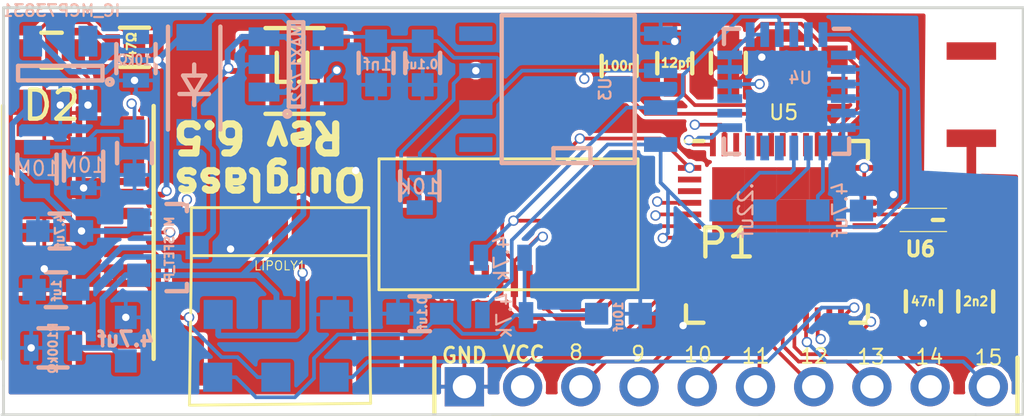
<source format=kicad_pcb>
(kicad_pcb (version 4) (host pcbnew 4.0.4-stable)

  (general
    (links 128)
    (no_connects 0)
    (area 113.417999 80.045619 149.130001 98.895)
    (thickness 1.6)
    (drawings 9)
    (tracks 499)
    (zones 0)
    (modules 42)
    (nets 67)
  )

  (page A4)
  (layers
    (0 F.Cu signal hide)
    (1 In1.Cu signal)
    (2 In2.Cu signal)
    (31 B.Cu signal)
    (32 B.Adhes user)
    (33 F.Adhes user)
    (34 B.Paste user)
    (35 F.Paste user)
    (36 B.SilkS user)
    (37 F.SilkS user)
    (38 B.Mask user)
    (39 F.Mask user)
    (40 Dwgs.User user)
    (41 Cmts.User user)
    (42 Eco1.User user)
    (43 Eco2.User user)
    (44 Edge.Cuts user)
    (45 Margin user)
    (46 B.CrtYd user)
    (47 F.CrtYd user)
    (48 B.Fab user)
    (49 F.Fab user)
  )

  (setup
    (last_trace_width 0.127)
    (trace_clearance 0.127)
    (zone_clearance 0.127)
    (zone_45_only yes)
    (trace_min 0.127)
    (segment_width 0.2)
    (edge_width 0.1)
    (via_size 0.355)
    (via_drill 0.254)
    (via_min_size 0.355)
    (via_min_drill 0.254)
    (uvia_size 0.3)
    (uvia_drill 0.1)
    (uvias_allowed no)
    (uvia_min_size 0.2)
    (uvia_min_drill 0.1)
    (pcb_text_width 0.3)
    (pcb_text_size 0.3 0.3)
    (mod_edge_width 0.15)
    (mod_text_size 0.4 0.4)
    (mod_text_width 0.075)
    (pad_size 1.5 2)
    (pad_drill 0)
    (pad_to_mask_clearance 0)
    (aux_axis_origin 0 0)
    (visible_elements FFFFF77F)
    (pcbplotparams
      (layerselection 0x010ff_80000007)
      (usegerberextensions true)
      (excludeedgelayer true)
      (linewidth 0.100000)
      (plotframeref false)
      (viasonmask false)
      (mode 1)
      (useauxorigin false)
      (hpglpennumber 1)
      (hpglpenspeed 20)
      (hpglpendiameter 15)
      (hpglpenoverlay 2)
      (psnegative false)
      (psa4output false)
      (plotreference true)
      (plotvalue true)
      (plotinvisibletext false)
      (padsonsilk false)
      (subtractmaskfromsilk true)
      (outputformat 1)
      (mirror false)
      (drillshape 0)
      (scaleselection 1)
      (outputdirectory ../../gerbers-jan-9-2017/))
  )

  (net 0 "")
  (net 1 GND)
  (net 2 "Net-(C5-Pad1)")
  (net 3 "Net-(C5-Pad2)")
  (net 4 "Net-(C6-Pad1)")
  (net 5 "Net-(D2-Pad2)")
  (net 6 "Net-(D2-Pad1)")
  (net 7 "Net-(L1-Pad2)")
  (net 8 "Net-(R2-Pad1)")
  (net 9 "Net-(U3-Pad4)")
  (net 10 "Net-(U3-Pad1)")
  (net 11 "Net-(U4-Pad1)")
  (net 12 "Net-(U4-Pad10)")
  (net 13 "Net-(U4-Pad11)")
  (net 14 "Net-(U4-Pad12)")
  (net 15 "Net-(U4-Pad14)")
  (net 16 "Net-(U5-Pad2)")
  (net 17 "Net-(U5-Pad3)")
  (net 18 "Net-(U5-Pad26)")
  (net 19 "Net-(U5-Pad27)")
  (net 20 "Net-(U5-Pad28)")
  (net 21 "Net-(U5-Pad40)")
  (net 22 "Net-(U5-Pad41)")
  (net 23 "Net-(U5-Pad42)")
  (net 24 "Net-(U5-Pad43)")
  (net 25 "Net-(U5-Pad44)")
  (net 26 "Net-(U5-Pad45)")
  (net 27 "Net-(U4-Pad22)")
  (net 28 "Net-(U4-Pad23)")
  (net 29 "Net-(ANT1-Pad1)")
  (net 30 /TX)
  (net 31 /RX)
  (net 32 "Net-(U5-Pad11)")
  (net 33 /Reset)
  (net 34 "Net-(U5-Pad46)")
  (net 35 /EXTVCC)
  (net 36 /Regulator_In)
  (net 37 /VBAT)
  (net 38 "Net-(J1-Pad4)")
  (net 39 "Net-(U6-Pad6)")
  (net 40 /Backlight)
  (net 41 /ClockINT)
  (net 42 /Accel_INT)
  (net 43 /XC2)
  (net 44 "Net-(C4-Pad1)")
  (net 45 /VCC)
  (net 46 "Net-(C9-Pad1)")
  (net 47 /XC1)
  (net 48 /BatterySense)
  (net 49 /Display_MOSI)
  (net 50 /Display_SCK)
  (net 51 /Display_SS)
  (net 52 /EX15)
  (net 53 /EX14)
  (net 54 /EX13)
  (net 55 /EX12)
  (net 56 /EX11)
  (net 57 /EX10)
  (net 58 /EX9)
  (net 59 /EX8)
  (net 60 /SCL)
  (net 61 /SDA)
  (net 62 /Bal1)
  (net 63 /Bal2)
  (net 64 "Net-(C11-Pad1)")
  (net 65 "Net-(U5-Pad30)")
  (net 66 /SWDCLK)

  (net_class Default "This is the default net class."
    (clearance 0.127)
    (trace_width 0.127)
    (via_dia 0.355)
    (via_drill 0.254)
    (uvia_dia 0.3)
    (uvia_drill 0.1)
    (add_net /Accel_INT)
    (add_net /Backlight)
    (add_net /Bal1)
    (add_net /Bal2)
    (add_net /BatterySense)
    (add_net /ClockINT)
    (add_net /Display_MOSI)
    (add_net /Display_SCK)
    (add_net /Display_SS)
    (add_net /EX10)
    (add_net /EX11)
    (add_net /EX12)
    (add_net /EX13)
    (add_net /EX14)
    (add_net /EX15)
    (add_net /EX8)
    (add_net /EX9)
    (add_net /RX)
    (add_net /Reset)
    (add_net /SCL)
    (add_net /SDA)
    (add_net /SWDCLK)
    (add_net /TX)
    (add_net /VCC)
    (add_net /XC1)
    (add_net /XC2)
    (add_net GND)
    (add_net "Net-(C11-Pad1)")
    (add_net "Net-(C4-Pad1)")
    (add_net "Net-(C5-Pad1)")
    (add_net "Net-(C5-Pad2)")
    (add_net "Net-(C6-Pad1)")
    (add_net "Net-(C9-Pad1)")
    (add_net "Net-(D2-Pad1)")
    (add_net "Net-(D2-Pad2)")
    (add_net "Net-(J1-Pad4)")
    (add_net "Net-(L1-Pad2)")
    (add_net "Net-(R2-Pad1)")
    (add_net "Net-(U3-Pad1)")
    (add_net "Net-(U3-Pad4)")
    (add_net "Net-(U4-Pad1)")
    (add_net "Net-(U4-Pad10)")
    (add_net "Net-(U4-Pad11)")
    (add_net "Net-(U4-Pad12)")
    (add_net "Net-(U4-Pad14)")
    (add_net "Net-(U4-Pad22)")
    (add_net "Net-(U4-Pad23)")
    (add_net "Net-(U5-Pad11)")
    (add_net "Net-(U5-Pad2)")
    (add_net "Net-(U5-Pad26)")
    (add_net "Net-(U5-Pad27)")
    (add_net "Net-(U5-Pad28)")
    (add_net "Net-(U5-Pad3)")
    (add_net "Net-(U5-Pad30)")
    (add_net "Net-(U5-Pad40)")
    (add_net "Net-(U5-Pad41)")
    (add_net "Net-(U5-Pad42)")
    (add_net "Net-(U5-Pad43)")
    (add_net "Net-(U5-Pad44)")
    (add_net "Net-(U5-Pad45)")
    (add_net "Net-(U5-Pad46)")
    (add_net "Net-(U6-Pad6)")
  )

  (net_class 50ohm ""
    (clearance 0.127)
    (trace_width 0.33)
    (via_dia 0.355)
    (via_drill 0.254)
    (uvia_dia 0.3)
    (uvia_drill 0.1)
    (add_net "Net-(ANT1-Pad1)")
  )

  (net_class power ""
    (clearance 0.127)
    (trace_width 0.2)
    (via_dia 0.355)
    (via_drill 0.254)
    (uvia_dia 0.3)
    (uvia_drill 0.1)
    (add_net /EXTVCC)
    (add_net /Regulator_In)
    (add_net /VBAT)
  )

  (module Fiducials:Fiducial_1mm_Dia_2.54mm_Outer_CopperTop (layer B.Cu) (tedit 588650DC) (tstamp 589590AF)
    (at 139.975 93.225)
    (descr "Circular Fiducial, 1mm bare copper top; 2.54mm keepout")
    (tags marker)
    (attr virtual)
    (fp_text reference REF** (at 3.4 -0.7) (layer B.SilkS) hide
      (effects (font (size 1 1) (thickness 0.15)) (justify mirror))
    )
    (fp_text value F2 (at 0 1.8) (layer B.Fab)
      (effects (font (size 0.31 0.3) (thickness 0.07)) (justify mirror))
    )
    (fp_circle (center 0 0) (end 1.55 0) (layer B.CrtYd) (width 0.05))
    (pad ~ smd circle (at 0 0) (size 1 1) (layers B.Cu B.Mask)
      (solder_mask_margin 0.77) (clearance 0.77))
  )

  (module Pin_Header_Straight_1x10_Pitch2.00mm (layer F.Cu) (tedit 5885B763) (tstamp 5885A72C)
    (at 138.9 96.6)
    (descr "Through hole pin header, 1x10, 2.00mm pitch, single row")
    (tags "pin header single row")
    (path /5885A786)
    (fp_text reference P1 (at 0 -5) (layer F.SilkS)
      (effects (font (size 1 1) (thickness 0.15)))
    )
    (fp_text value "Expansion Header" (at 0 -3) (layer F.Fab) hide
      (effects (font (size 1 1) (thickness 0.15)))
    )
    (fp_text user 15 (at 8.9916 -1.0668) (layer F.SilkS)
      (effects (font (size 0.51 0.5) (thickness 0.07)))
    )
    (fp_text user 14 (at 6.9596 -1.0922) (layer F.SilkS)
      (effects (font (size 0.51 0.5) (thickness 0.07)))
    )
    (fp_text user 13 (at 4.953 -1.0922) (layer F.SilkS)
      (effects (font (size 0.51 0.5) (thickness 0.07)))
    )
    (fp_text user 12 (at 2.9972 -1.1176) (layer F.SilkS)
      (effects (font (size 0.51 0.5) (thickness 0.07)))
    )
    (fp_text user 11 (at 0.9906 -1.1176) (layer F.SilkS)
      (effects (font (size 0.51 0.5) (thickness 0.07)))
    )
    (fp_text user 10 (at -0.9906 -1.1684) (layer F.SilkS)
      (effects (font (size 0.51 0.5) (thickness 0.07)))
    )
    (fp_text user 9 (at -3.048 -1.1938) (layer F.SilkS)
      (effects (font (size 0.51 0.5) (thickness 0.07)))
    )
    (fp_text user 8 (at -5.1816 -1.2446) (layer F.SilkS)
      (effects (font (size 0.51 0.5) (thickness 0.07)))
    )
    (fp_text user VCC (at -6.985 -1.1938) (layer F.SilkS)
      (effects (font (size 0.51 0.5) (thickness 0.1)))
    )
    (fp_text user GND (at -9.017 -1.143) (layer F.SilkS)
      (effects (font (size 0.51 0.5) (thickness 0.1)))
    )
    (fp_line (start -10.049 0.9365) (end -10.049 -1.0635) (layer F.SilkS) (width 0.15))
    (fp_line (start 9.983 -1.0635) (end 9.983 0.9365) (layer F.SilkS) (width 0.15))
    (fp_line (start 9.983 0.9365) (end -8.017 0.9365) (layer F.SilkS) (width 0.15))
    (pad 1 thru_hole rect (at -9.017 -0.0635 90) (size 1.35 1.35) (drill 0.8) (layers *.Cu *.Mask)
      (net 1 GND))
    (pad 2 thru_hole circle (at -7.017 -0.0635 90) (size 1.35 1.35) (drill 0.8) (layers *.Cu *.Mask)
      (net 45 /VCC))
    (pad 3 thru_hole circle (at -5.017 -0.0635 90) (size 1.35 1.35) (drill 0.8) (layers *.Cu *.Mask)
      (net 59 /EX8))
    (pad 4 thru_hole circle (at -3.017 -0.0635 90) (size 1.35 1.35) (drill 0.8) (layers *.Cu *.Mask)
      (net 58 /EX9))
    (pad 5 thru_hole circle (at -1.017 -0.0635 90) (size 1.35 1.35) (drill 0.8) (layers *.Cu *.Mask)
      (net 57 /EX10))
    (pad 6 thru_hole circle (at 0.983 -0.0635 90) (size 1.35 1.35) (drill 0.8) (layers *.Cu *.Mask)
      (net 56 /EX11))
    (pad 7 thru_hole circle (at 2.983 -0.0635 90) (size 1.35 1.35) (drill 0.8) (layers *.Cu *.Mask)
      (net 55 /EX12))
    (pad 8 thru_hole circle (at 4.983 -0.0635 90) (size 1.35 1.35) (drill 0.8) (layers *.Cu *.Mask)
      (net 54 /EX13))
    (pad 9 thru_hole circle (at 6.983 -0.0635 90) (size 1.35 1.35) (drill 0.8) (layers *.Cu *.Mask)
      (net 53 /EX14))
    (pad 10 thru_hole circle (at 8.983 -0.0635 90) (size 1.35 1.35) (drill 0.8) (layers *.Cu *.Mask)
      (net 52 /EX15))
    (model Pin_Headers.3dshapes/Pin_Header_Straight_1x10_Pitch2.00mm.wrl
      (at (xyz 0 0 0))
      (scale (xyz 1 1 1))
      (rotate (xyz 0 0 0))
    )
  )

  (module Capacitors_SMD:C_0603 (layer B.Cu) (tedit 58071761) (tstamp 55AF1AFC)
    (at 135.175 94.025)
    (descr "Capacitor SMD 0603, reflow soldering, AVX (see smccp.pdf)")
    (tags "capacitor 0603")
    (path /5470F946)
    (attr smd)
    (fp_text reference C7 (at 6.26 -6.51) (layer B.SilkS) hide
      (effects (font (size 1 1) (thickness 0.15)) (justify mirror))
    )
    (fp_text value 10uf (at 0 0.1 90) (layer B.SilkS)
      (effects (font (size 0.3 0.3) (thickness 0.075)) (justify mirror))
    )
    (fp_line (start -1.45 0.75) (end 1.45 0.75) (layer B.CrtYd) (width 0.05))
    (fp_line (start -1.45 -0.75) (end 1.45 -0.75) (layer B.CrtYd) (width 0.05))
    (fp_line (start -1.45 0.75) (end -1.45 -0.75) (layer B.CrtYd) (width 0.05))
    (fp_line (start 1.45 0.75) (end 1.45 -0.75) (layer B.CrtYd) (width 0.05))
    (pad 1 smd rect (at -0.75 0) (size 0.8 0.75) (layers B.Cu B.Paste B.Mask)
      (net 45 /VCC))
    (pad 2 smd rect (at 0.75 0) (size 0.8 0.75) (layers B.Cu B.Paste B.Mask)
      (net 1 GND))
    (model Capacitors_SMD.3dshapes/C_0603.wrl
      (at (xyz 0 0 0))
      (scale (xyz 1 1 1))
      (rotate (xyz 0 0 0))
    )
  )

  (module watch-v4:omron_XF2M-1015-1A-2 (layer F.Cu) (tedit 57020490) (tstamp 55B03783)
    (at 131.35 91.9 180)
    (path /54711876)
    (fp_text reference J1 (at 0 3.5 180) (layer F.SilkS) hide
      (effects (font (size 1 1) (thickness 0.15)))
    )
    (fp_text value CONN_10 (at 0 -3.5 180) (layer F.Fab) hide
      (effects (font (size 1 1) (thickness 0.15)))
    )
    (fp_line (start -4.5 -1.3) (end 4.4 -1.3) (layer F.SilkS) (width 0.1))
    (fp_line (start 4.4 -1.3) (end 4.4 3.2) (layer F.SilkS) (width 0.1))
    (fp_line (start 4.4 3.2) (end -4.5 3.2) (layer F.SilkS) (width 0.1))
    (fp_line (start -4.5 3.2) (end -4.5 -1.3) (layer F.SilkS) (width 0.1))
    (pad "" smd rect (at -3.7 2.4 180) (size 1.5 1.5) (layers F.Cu F.Paste F.Mask))
    (pad 2 smd rect (at -1.75 -1 180) (size 0.25 1.1) (layers F.Cu F.Paste F.Mask)
      (net 49 /Display_MOSI))
    (pad 3 smd rect (at -1.25 -1 180) (size 0.25 1.1) (layers F.Cu F.Paste F.Mask)
      (net 50 /Display_SCK))
    (pad 4 smd rect (at -0.75 -1 180) (size 0.25 1.1) (layers F.Cu F.Paste F.Mask)
      (net 38 "Net-(J1-Pad4)"))
    (pad 5 smd rect (at -0.25 -1 180) (size 0.25 1.1) (layers F.Cu F.Paste F.Mask)
      (net 45 /VCC))
    (pad 6 smd rect (at 0.25 -1 180) (size 0.25 1.1) (layers F.Cu F.Paste F.Mask)
      (net 45 /VCC))
    (pad 7 smd rect (at 0.75 -1 180) (size 0.25 1.1) (layers F.Cu F.Paste F.Mask)
      (net 45 /VCC))
    (pad 8 smd rect (at 1.25 -1 180) (size 0.25 1.1) (layers F.Cu F.Paste F.Mask)
      (net 45 /VCC))
    (pad 9 smd rect (at 1.75 -1 180) (size 0.25 1.1) (layers F.Cu F.Paste F.Mask)
      (net 1 GND))
    (pad 10 smd rect (at 2.25 -1 180) (size 0.25 1.1) (layers F.Cu F.Paste F.Mask)
      (net 1 GND))
    (pad 1 smd rect (at -2.25 -1 180) (size 0.25 1.1) (layers F.Cu F.Paste F.Mask)
      (net 51 /Display_SS))
    (pad "" smd rect (at 3.7 2.4 180) (size 1.5 1.5) (layers F.Cu F.Paste F.Mask))
  )

  (module Housings_DFN_QFN:UQFN-48-1EP_6x6mm_Pitch0.4mm (layer F.Cu) (tedit 5885A293) (tstamp 55472629)
    (at 140.62 91.21)
    (descr "48-Lead Plastic Ultra Thin Quad Flat, No Lead Package (MV) - 6x6x0.5 mm Body [UQFN]; (see Microchip Packaging Specification 00000049BS.pdf)")
    (tags "QFN 0.4")
    (path /5500094D)
    (attr smd)
    (fp_text reference U5 (at 0.23 -4.11) (layer F.SilkS)
      (effects (font (size 0.51 0.5) (thickness 0.075)))
    )
    (fp_text value NRF51822 (at -22.195 -8.91) (layer F.Fab) hide
      (effects (font (size 1 1) (thickness 0.15)))
    )
    (fp_line (start -3.65 -3.65) (end -3.65 3.65) (layer F.CrtYd) (width 0.05))
    (fp_line (start 3.65 -3.65) (end 3.65 3.65) (layer F.CrtYd) (width 0.05))
    (fp_line (start -3.65 -3.65) (end 3.65 -3.65) (layer F.CrtYd) (width 0.05))
    (fp_line (start -3.65 3.65) (end 3.65 3.65) (layer F.CrtYd) (width 0.05))
    (fp_line (start 3.125 -3.125) (end 3.125 -2.525) (layer F.SilkS) (width 0.15))
    (fp_line (start -3.125 3.125) (end -3.125 2.525) (layer F.SilkS) (width 0.15))
    (fp_line (start 3.125 3.125) (end 3.125 2.525) (layer F.SilkS) (width 0.15))
    (fp_line (start -3.125 -3.125) (end -2.525 -3.125) (layer F.SilkS) (width 0.15))
    (fp_line (start -3.125 3.125) (end -2.525 3.125) (layer F.SilkS) (width 0.15))
    (fp_line (start 3.125 3.125) (end 2.525 3.125) (layer F.SilkS) (width 0.15))
    (fp_line (start 3.125 -3.125) (end 2.525 -3.125) (layer F.SilkS) (width 0.15))
    (pad 1 smd rect (at -3 -2.2) (size 0.8 0.2) (layers F.Cu F.Paste F.Mask)
      (net 45 /VCC))
    (pad 2 smd rect (at -3 -1.8) (size 0.8 0.2) (layers F.Cu F.Paste F.Mask)
      (net 16 "Net-(U5-Pad2)"))
    (pad 3 smd rect (at -3 -1.4) (size 0.8 0.2) (layers F.Cu F.Paste F.Mask)
      (net 17 "Net-(U5-Pad3)"))
    (pad 4 smd rect (at -3 -1) (size 0.8 0.2) (layers F.Cu F.Paste F.Mask)
      (net 30 /TX))
    (pad 5 smd rect (at -3 -0.6) (size 0.8 0.2) (layers F.Cu F.Paste F.Mask)
      (net 31 /RX))
    (pad 6 smd rect (at -3 -0.2) (size 0.8 0.2) (layers F.Cu F.Paste F.Mask)
      (net 60 /SCL))
    (pad 7 smd rect (at -3 0.2) (size 0.8 0.2) (layers F.Cu F.Paste F.Mask)
      (net 61 /SDA))
    (pad 8 smd rect (at -3 0.6) (size 0.8 0.2) (layers F.Cu F.Paste F.Mask)
      (net 51 /Display_SS))
    (pad 9 smd rect (at -3 1) (size 0.8 0.2) (layers F.Cu F.Paste F.Mask)
      (net 49 /Display_MOSI))
    (pad 10 smd rect (at -3 1.4) (size 0.8 0.2) (layers F.Cu F.Paste F.Mask)
      (net 50 /Display_SCK))
    (pad 11 smd rect (at -3 1.8) (size 0.8 0.2) (layers F.Cu F.Paste F.Mask)
      (net 32 "Net-(U5-Pad11)"))
    (pad 12 smd rect (at -3 2.2) (size 0.8 0.2) (layers F.Cu F.Paste F.Mask)
      (net 45 /VCC))
    (pad 13 smd rect (at -2.2 3 90) (size 0.8 0.2) (layers F.Cu F.Paste F.Mask)
      (net 1 GND))
    (pad 14 smd rect (at -1.8 3 90) (size 0.8 0.2) (layers F.Cu F.Paste F.Mask)
      (net 59 /EX8))
    (pad 15 smd rect (at -1.4 3 90) (size 0.8 0.2) (layers F.Cu F.Paste F.Mask)
      (net 58 /EX9))
    (pad 16 smd rect (at -1 3 90) (size 0.8 0.2) (layers F.Cu F.Paste F.Mask)
      (net 57 /EX10))
    (pad 17 smd rect (at -0.6 3 90) (size 0.8 0.2) (layers F.Cu F.Paste F.Mask)
      (net 56 /EX11))
    (pad 18 smd rect (at -0.2 3 90) (size 0.8 0.2) (layers F.Cu F.Paste F.Mask)
      (net 55 /EX12))
    (pad 19 smd rect (at 0.2 3 90) (size 0.8 0.2) (layers F.Cu F.Paste F.Mask)
      (net 54 /EX13))
    (pad 20 smd rect (at 0.6 3 90) (size 0.8 0.2) (layers F.Cu F.Paste F.Mask)
      (net 53 /EX14))
    (pad 21 smd rect (at 1 3 90) (size 0.8 0.2) (layers F.Cu F.Paste F.Mask)
      (net 52 /EX15))
    (pad 22 smd rect (at 1.4 3 90) (size 0.8 0.2) (layers F.Cu F.Paste F.Mask)
      (net 48 /BatterySense))
    (pad 23 smd rect (at 1.8 3 90) (size 0.8 0.2) (layers F.Cu F.Paste F.Mask)
      (net 33 /Reset))
    (pad 24 smd rect (at 2.2 3 90) (size 0.8 0.2) (layers F.Cu F.Paste F.Mask)
      (net 66 /SWDCLK))
    (pad 25 smd rect (at 3 2.2) (size 0.8 0.2) (layers F.Cu F.Paste F.Mask)
      (net 40 /Backlight))
    (pad 26 smd rect (at 3 1.8) (size 0.8 0.2) (layers F.Cu F.Paste F.Mask)
      (net 18 "Net-(U5-Pad26)"))
    (pad 27 smd rect (at 3 1.4) (size 0.8 0.2) (layers F.Cu F.Paste F.Mask)
      (net 19 "Net-(U5-Pad27)"))
    (pad 28 smd rect (at 3 1) (size 0.8 0.2) (layers F.Cu F.Paste F.Mask)
      (net 20 "Net-(U5-Pad28)"))
    (pad 29 smd rect (at 3 0.6) (size 0.8 0.2) (layers F.Cu F.Paste F.Mask)
      (net 46 "Net-(C9-Pad1)"))
    (pad 30 smd rect (at 3 0.2) (size 0.8 0.2) (layers F.Cu F.Paste F.Mask)
      (net 65 "Net-(U5-Pad30)"))
    (pad 31 smd rect (at 3 -0.2) (size 0.8 0.2) (layers F.Cu F.Paste F.Mask)
      (net 62 /Bal1))
    (pad 32 smd rect (at 3 -0.6) (size 0.8 0.2) (layers F.Cu F.Paste F.Mask)
      (net 63 /Bal2))
    (pad 33 smd rect (at 3 -1) (size 0.8 0.2) (layers F.Cu F.Paste F.Mask)
      (net 1 GND) (solder_paste_margin_ratio -0.2))
    (pad 34 smd rect (at 3 -1.4) (size 0.8 0.2) (layers F.Cu F.Paste F.Mask)
      (net 1 GND))
    (pad 35 smd rect (at 3 -1.8) (size 0.8 0.2) (layers F.Cu F.Paste F.Mask)
      (net 45 /VCC))
    (pad 36 smd rect (at 3 -2.2) (size 0.8 0.2) (layers F.Cu F.Paste F.Mask)
      (net 45 /VCC))
    (pad 37 smd rect (at 2.2 -3 90) (size 0.8 0.2) (layers F.Cu F.Paste F.Mask)
      (net 43 /XC2))
    (pad 38 smd rect (at 1.8 -3 90) (size 0.8 0.2) (layers F.Cu F.Paste F.Mask)
      (net 47 /XC1))
    (pad 39 smd rect (at 1.4 -3 90) (size 0.8 0.2) (layers F.Cu F.Paste F.Mask)
      (net 44 "Net-(C4-Pad1)"))
    (pad 40 smd rect (at 1 -3 90) (size 0.8 0.2) (layers F.Cu F.Paste F.Mask)
      (net 21 "Net-(U5-Pad40)"))
    (pad 41 smd rect (at 0.6 -3 90) (size 0.8 0.2) (layers F.Cu F.Paste F.Mask)
      (net 22 "Net-(U5-Pad41)"))
    (pad 42 smd rect (at 0.2 -3 90) (size 0.8 0.2) (layers F.Cu F.Paste F.Mask)
      (net 23 "Net-(U5-Pad42)"))
    (pad 43 smd rect (at -0.2 -3 90) (size 0.8 0.2) (layers F.Cu F.Paste F.Mask)
      (net 24 "Net-(U5-Pad43)"))
    (pad 44 smd rect (at -0.6 -3 90) (size 0.8 0.2) (layers F.Cu F.Paste F.Mask)
      (net 25 "Net-(U5-Pad44)"))
    (pad 45 smd rect (at -1 -3 90) (size 0.8 0.2) (layers F.Cu F.Paste F.Mask)
      (net 26 "Net-(U5-Pad45)"))
    (pad 46 smd rect (at -1.4 -3 90) (size 0.8 0.2) (layers F.Cu F.Paste F.Mask)
      (net 34 "Net-(U5-Pad46)"))
    (pad 47 smd rect (at -1.8 -3 90) (size 0.8 0.2) (layers F.Cu F.Paste F.Mask)
      (net 41 /ClockINT))
    (pad 48 smd rect (at -2.2 -3 90) (size 0.8 0.2) (layers F.Cu F.Paste F.Mask)
      (net 42 /Accel_INT))
    (pad 49 smd rect (at 1.66875 1.66875) (size 1.1125 1.1125) (layers F.Cu F.Paste F.Mask)
      (solder_paste_margin_ratio -0.2))
    (pad 49 smd rect (at 1.66875 0.55625) (size 1.1125 1.1125) (layers F.Cu F.Paste F.Mask)
      (solder_paste_margin_ratio -0.2))
    (pad 49 smd rect (at 1.66875 -0.55625) (size 1.1125 1.1125) (layers F.Cu F.Paste F.Mask)
      (solder_paste_margin_ratio -0.2))
    (pad 49 smd rect (at 1.66875 -1.66875) (size 1.1125 1.1125) (layers F.Cu F.Paste F.Mask)
      (solder_paste_margin_ratio -0.2))
    (pad 49 smd rect (at 0.55625 1.66875) (size 1.1125 1.1125) (layers F.Cu F.Paste F.Mask)
      (solder_paste_margin_ratio -0.2))
    (pad 49 smd rect (at 0.55625 0.55625) (size 1.1125 1.1125) (layers F.Cu F.Paste F.Mask)
      (solder_paste_margin_ratio -0.2))
    (pad 49 smd rect (at 0.55625 -0.55625) (size 1.1125 1.1125) (layers F.Cu F.Paste F.Mask)
      (solder_paste_margin_ratio -0.2))
    (pad 49 smd rect (at 0.55625 -1.66875) (size 1.1125 1.1125) (layers F.Cu F.Paste F.Mask)
      (solder_paste_margin_ratio -0.2))
    (pad 49 smd rect (at -0.55625 1.66875) (size 1.1125 1.1125) (layers F.Cu F.Paste F.Mask)
      (solder_paste_margin_ratio -0.2))
    (pad 49 smd rect (at -0.55625 0.55625) (size 1.1125 1.1125) (layers F.Cu F.Paste F.Mask)
      (solder_paste_margin_ratio -0.2))
    (pad 49 smd rect (at -0.55625 -0.55625) (size 1.1125 1.1125) (layers F.Cu F.Paste F.Mask)
      (solder_paste_margin_ratio -0.2))
    (pad 49 smd rect (at -0.55625 -1.66875) (size 1.1125 1.1125) (layers F.Cu F.Paste F.Mask)
      (solder_paste_margin_ratio -0.2))
    (pad 49 smd rect (at -1.66875 1.66875) (size 1.1125 1.1125) (layers F.Cu F.Paste F.Mask)
      (solder_paste_margin_ratio -0.2))
    (pad 49 smd rect (at -1.66875 0.55625) (size 1.1125 1.1125) (layers F.Cu F.Paste F.Mask)
      (solder_paste_margin_ratio -0.2))
    (pad 49 smd rect (at -1.66875 -0.55625) (size 1.1125 1.1125) (layers F.Cu F.Paste F.Mask)
      (solder_paste_margin_ratio -0.2))
    (pad 49 smd rect (at -1.66875 -1.66875) (size 1.1125 1.1125) (layers F.Cu F.Paste F.Mask)
      (solder_paste_margin_ratio -0.2))
    (model Housings_DFN_QFN.3dshapes/UQFN-48-1EP_6x6mm_Pitch0.4mm.wrl
      (at (xyz 0 0 0))
      (scale (xyz 1 1 1))
      (rotate (xyz 0 0 0))
    )
  )

  (module Capacitors_SMD:C_0603 (layer B.Cu) (tedit 570D63DF) (tstamp 55B03346)
    (at 118.25 94.9 90)
    (descr "Capacitor SMD 0603, reflow soldering, AVX (see smccp.pdf)")
    (tags "capacitor 0603")
    (path /55AF0795)
    (attr smd)
    (fp_text reference C2 (at 0 1.9 90) (layer B.SilkS) hide
      (effects (font (size 1 1) (thickness 0.15)) (justify mirror))
    )
    (fp_text value 4.7uf (at 0 0 360) (layer B.SilkS)
      (effects (font (size 0.5 0.5) (thickness 0.125)) (justify mirror))
    )
    (fp_line (start -1.45 0.75) (end 1.45 0.75) (layer B.CrtYd) (width 0.05))
    (fp_line (start -1.45 -0.75) (end 1.45 -0.75) (layer B.CrtYd) (width 0.05))
    (fp_line (start -1.45 0.75) (end -1.45 -0.75) (layer B.CrtYd) (width 0.05))
    (fp_line (start 1.45 0.75) (end 1.45 -0.75) (layer B.CrtYd) (width 0.05))
    (pad 1 smd rect (at -0.75 0 90) (size 0.8 0.75) (layers B.Cu B.Paste B.Mask)
      (net 35 /EXTVCC))
    (pad 2 smd rect (at 0.75 0 90) (size 0.8 0.75) (layers B.Cu B.Paste B.Mask)
      (net 1 GND))
    (model Capacitors_SMD.3dshapes/C_0603.wrl
      (at (xyz 0 0 0))
      (scale (xyz 1 1 1))
      (rotate (xyz 0 0 0))
    )
  )

  (module Resistors_SMD:R_0603 (layer B.Cu) (tedit 5885A29B) (tstamp 55AF1B5F)
    (at 131.2 92.1)
    (descr "Resistor SMD 0603, reflow soldering, Vishay (see dcrcw.pdf)")
    (tags "resistor 0603")
    (path /546F5EEA)
    (attr smd)
    (fp_text reference R5 (at -12.5 -10.5) (layer B.SilkS) hide
      (effects (font (size 1 1) (thickness 0.15)) (justify mirror))
    )
    (fp_text value 4.7k (at -0.04 0.01 270) (layer B.SilkS)
      (effects (font (size 0.5 0.5) (thickness 0.075)) (justify mirror))
    )
    (fp_line (start -1.3 0.8) (end 1.3 0.8) (layer B.CrtYd) (width 0.05))
    (fp_line (start -1.3 -0.8) (end 1.3 -0.8) (layer B.CrtYd) (width 0.05))
    (fp_line (start -1.3 0.8) (end -1.3 -0.8) (layer B.CrtYd) (width 0.05))
    (fp_line (start 1.3 0.8) (end 1.3 -0.8) (layer B.CrtYd) (width 0.05))
    (pad 1 smd rect (at -0.75 0) (size 0.5 0.9) (layers B.Cu B.Paste B.Mask)
      (net 60 /SCL))
    (pad 2 smd rect (at 0.75 0) (size 0.5 0.9) (layers B.Cu B.Paste B.Mask)
      (net 45 /VCC))
    (model Resistors_SMD.3dshapes/R_0603.wrl
      (at (xyz 0 0 0))
      (scale (xyz 1 1 1))
      (rotate (xyz 0 0 0))
    )
  )

  (module Resistors_SMD:R_0603 (layer B.Cu) (tedit 5885A2AA) (tstamp 55AF1B6A)
    (at 131.25 94.075)
    (descr "Resistor SMD 0603, reflow soldering, Vishay (see dcrcw.pdf)")
    (tags "resistor 0603")
    (path /546F5F08)
    (attr smd)
    (fp_text reference R6 (at -3.275 -12.125) (layer B.SilkS) hide
      (effects (font (size 0.4 0.4) (thickness 0.075)) (justify mirror))
    )
    (fp_text value 4.7k (at 0 0 270) (layer B.SilkS)
      (effects (font (size 0.5 0.5) (thickness 0.075)) (justify mirror))
    )
    (fp_line (start -1.3 0.8) (end 1.3 0.8) (layer B.CrtYd) (width 0.05))
    (fp_line (start -1.3 -0.8) (end 1.3 -0.8) (layer B.CrtYd) (width 0.05))
    (fp_line (start -1.3 0.8) (end -1.3 -0.8) (layer B.CrtYd) (width 0.05))
    (fp_line (start 1.3 0.8) (end 1.3 -0.8) (layer B.CrtYd) (width 0.05))
    (pad 1 smd rect (at -0.75 0) (size 0.5 0.9) (layers B.Cu B.Paste B.Mask)
      (net 61 /SDA))
    (pad 2 smd rect (at 0.75 0) (size 0.5 0.9) (layers B.Cu B.Paste B.Mask)
      (net 45 /VCC))
    (model Resistors_SMD.3dshapes/R_0603.wrl
      (at (xyz 0 0 0))
      (scale (xyz 1 1 1))
      (rotate (xyz 0 0 0))
    )
  )

  (module Capacitors_SMD:C_0603 (layer B.Cu) (tedit 58071731) (tstamp 55AF1AE6)
    (at 139.45 90.475)
    (descr "Capacitor SMD 0603, reflow soldering, AVX (see smccp.pdf)")
    (tags "capacitor 0603")
    (path /5470F658)
    (attr smd)
    (fp_text reference C5 (at 0 1.9) (layer B.SilkS) hide
      (effects (font (size 1 1) (thickness 0.15)) (justify mirror))
    )
    (fp_text value .22uf (at 0.1 0 90) (layer B.SilkS)
      (effects (font (size 0.5 0.5) (thickness 0.075)) (justify mirror))
    )
    (fp_line (start -1.45 0.75) (end 1.45 0.75) (layer B.CrtYd) (width 0.05))
    (fp_line (start -1.45 -0.75) (end 1.45 -0.75) (layer B.CrtYd) (width 0.05))
    (fp_line (start -1.45 0.75) (end -1.45 -0.75) (layer B.CrtYd) (width 0.05))
    (fp_line (start 1.45 0.75) (end 1.45 -0.75) (layer B.CrtYd) (width 0.05))
    (pad 1 smd rect (at -0.75 0) (size 0.8 0.75) (layers B.Cu B.Paste B.Mask)
      (net 2 "Net-(C5-Pad1)"))
    (pad 2 smd rect (at 0.75 0) (size 0.8 0.75) (layers B.Cu B.Paste B.Mask)
      (net 3 "Net-(C5-Pad2)"))
    (model Capacitors_SMD.3dshapes/C_0603.wrl
      (at (xyz 0 0 0))
      (scale (xyz 1 1 1))
      (rotate (xyz 0 0 0))
    )
  )

  (module Capacitors_SMD:C_0603 (layer B.Cu) (tedit 5809A7FA) (tstamp 55AF1AF1)
    (at 142.775 90.475)
    (descr "Capacitor SMD 0603, reflow soldering, AVX (see smccp.pdf)")
    (tags "capacitor 0603")
    (path /5470F78B)
    (attr smd)
    (fp_text reference C6 (at 0 1.9) (layer B.SilkS) hide
      (effects (font (size 1 1) (thickness 0.15)) (justify mirror))
    )
    (fp_text value 4.7uf (at 0.01 -0.03 90) (layer B.SilkS)
      (effects (font (size 0.5 0.5) (thickness 0.075)) (justify mirror))
    )
    (fp_line (start -1.45 0.75) (end 1.45 0.75) (layer B.CrtYd) (width 0.05))
    (fp_line (start -1.45 -0.75) (end 1.45 -0.75) (layer B.CrtYd) (width 0.05))
    (fp_line (start -1.45 0.75) (end -1.45 -0.75) (layer B.CrtYd) (width 0.05))
    (fp_line (start 1.45 0.75) (end 1.45 -0.75) (layer B.CrtYd) (width 0.05))
    (pad 1 smd rect (at -0.75 0) (size 0.8 0.75) (layers B.Cu B.Paste B.Mask)
      (net 4 "Net-(C6-Pad1)"))
    (pad 2 smd rect (at 0.75 0) (size 0.8 0.75) (layers B.Cu B.Paste B.Mask)
      (net 1 GND))
    (model Capacitors_SMD.3dshapes/C_0603.wrl
      (at (xyz 0 0 0))
      (scale (xyz 1 1 1))
      (rotate (xyz 0 0 0))
    )
  )

  (module Diodes_SMD:SOD-123 (layer B.Cu) (tedit 55B03F31) (tstamp 55AF2EC7)
    (at 120.6 86.15 270)
    (descr SOD-123)
    (tags SOD-123)
    (path /546DA185)
    (attr smd)
    (fp_text reference D1 (at 0 2 270) (layer B.SilkS) hide
      (effects (font (size 1 1) (thickness 0.15)) (justify mirror))
    )
    (fp_text value DIODESCH (at 0 -2.1 270) (layer B.Fab) hide
      (effects (font (size 1 1) (thickness 0.15)) (justify mirror))
    )
    (fp_line (start -0.3175 0) (end -0.6985 0) (layer B.SilkS) (width 0.15))
    (fp_line (start 0.6985 0) (end 0.3175 0) (layer B.SilkS) (width 0.15))
    (fp_line (start 0.3175 0) (end -0.3175 -0.381) (layer B.SilkS) (width 0.15))
    (fp_line (start -0.3175 -0.381) (end -0.3175 0.381) (layer B.SilkS) (width 0.15))
    (fp_line (start -0.3175 0.381) (end 0.3175 0) (layer B.SilkS) (width 0.15))
    (fp_line (start 0.3175 -0.508) (end 0.3175 0.508) (layer B.SilkS) (width 0.15))
    (fp_line (start -2.25 1.05) (end 2.25 1.05) (layer B.CrtYd) (width 0.05))
    (fp_line (start 2.25 1.05) (end 2.25 -1.05) (layer B.CrtYd) (width 0.05))
    (fp_line (start 2.25 -1.05) (end -2.25 -1.05) (layer B.CrtYd) (width 0.05))
    (fp_line (start -2.25 1.05) (end -2.25 -1.05) (layer B.CrtYd) (width 0.05))
    (fp_line (start -2 -0.9) (end 1.54 -0.9) (layer B.SilkS) (width 0.15))
    (fp_line (start -2 0.9) (end 1.54 0.9) (layer B.SilkS) (width 0.15))
    (pad 1 smd rect (at -1.635 0 270) (size 0.91 1.22) (layers B.Cu B.Paste B.Mask)
      (net 35 /EXTVCC))
    (pad 2 smd rect (at 1.635 0 270) (size 0.91 1.22) (layers B.Cu B.Paste B.Mask)
      (net 36 /Regulator_In))
  )

  (module Resistors_SMD:R_1210 (layer F.Cu) (tedit 55B03F2C) (tstamp 55458C4C)
    (at 124.05 85.675)
    (descr "Resistor SMD 1210, reflow soldering, Vishay (see dcrcw.pdf)")
    (tags "resistor 1210")
    (path /546DAAA2)
    (attr smd)
    (fp_text reference L1 (at 0.03 -0.08) (layer F.SilkS)
      (effects (font (size 1 1) (thickness 0.15)))
    )
    (fp_text value 10uH (at 0 2.7) (layer F.Fab) hide
      (effects (font (size 1 1) (thickness 0.15)))
    )
    (fp_line (start -2.2 -1.6) (end 2.2 -1.6) (layer F.CrtYd) (width 0.05))
    (fp_line (start -2.2 1.6) (end 2.2 1.6) (layer F.CrtYd) (width 0.05))
    (fp_line (start -2.2 -1.6) (end -2.2 1.6) (layer F.CrtYd) (width 0.05))
    (fp_line (start 2.2 -1.6) (end 2.2 1.6) (layer F.CrtYd) (width 0.05))
    (fp_line (start 1 1.475) (end -1 1.475) (layer F.SilkS) (width 0.15))
    (fp_line (start -1 -1.475) (end 1 -1.475) (layer F.SilkS) (width 0.15))
    (pad 1 smd rect (at -1.45 0) (size 0.9 2.5) (layers F.Cu F.Paste F.Mask)
      (net 36 /Regulator_In))
    (pad 2 smd rect (at 1.45 0) (size 0.9 2.5) (layers F.Cu F.Paste F.Mask)
      (net 7 "Net-(L1-Pad2)"))
    (model Resistors_SMD.3dshapes/R_1210.wrl
      (at (xyz 0 0 0))
      (scale (xyz 1 1 1))
      (rotate (xyz 0 0 0))
    )
  )

  (module Housings_SOT-23_SOT-143_TSOT-6:SOT-23 (layer B.Cu) (tedit 5804639E) (tstamp 55458C5C)
    (at 119.7 91.75 90)
    (descr "SOT-23, Standard")
    (tags SOT-23)
    (path /546DA02D)
    (attr smd)
    (fp_text reference Q1 (at 0 2.25 90) (layer B.SilkS) hide
      (effects (font (size 1 1) (thickness 0.15)) (justify mirror))
    )
    (fp_text value MOSFET_P (at -0.05 0.05 90) (layer B.SilkS)
      (effects (font (size 0.3 0.3) (thickness 0.075)) (justify mirror))
    )
    (fp_line (start -1.65 1.6) (end 1.65 1.6) (layer B.CrtYd) (width 0.05))
    (fp_line (start 1.65 1.6) (end 1.65 -1.6) (layer B.CrtYd) (width 0.05))
    (fp_line (start 1.65 -1.6) (end -1.65 -1.6) (layer B.CrtYd) (width 0.05))
    (fp_line (start -1.65 -1.6) (end -1.65 1.6) (layer B.CrtYd) (width 0.05))
    (fp_line (start 1.29916 0.65024) (end 1.2509 0.65024) (layer B.SilkS) (width 0.15))
    (fp_line (start -1.49982 -0.0508) (end -1.49982 0.65024) (layer B.SilkS) (width 0.15))
    (fp_line (start -1.49982 0.65024) (end -1.2509 0.65024) (layer B.SilkS) (width 0.15))
    (fp_line (start 1.29916 0.65024) (end 1.49982 0.65024) (layer B.SilkS) (width 0.15))
    (fp_line (start 1.49982 0.65024) (end 1.49982 -0.0508) (layer B.SilkS) (width 0.15))
    (pad 1 smd rect (at -0.95 -1.00076 90) (size 0.8001 0.8001) (layers B.Cu B.Paste B.Mask)
      (net 35 /EXTVCC))
    (pad 2 smd rect (at 0.95 -1.00076 90) (size 0.8001 0.8001) (layers B.Cu B.Paste B.Mask)
      (net 37 /VBAT))
    (pad 3 smd rect (at 0 0.99822 90) (size 0.8001 0.8001) (layers B.Cu B.Paste B.Mask)
      (net 36 /Regulator_In))
    (model Housings_SOT-23_SOT-143_TSOT-6.3dshapes/SOT-23.wrl
      (at (xyz 0 0 0))
      (scale (xyz 1 1 1))
      (rotate (xyz 0 0 0))
    )
  )

  (module SMD_Packages:SOIC-8-N (layer B.Cu) (tedit 55B03DF2) (tstamp 55458CAB)
    (at 133.45 86.3 90)
    (descr "Module Narrow CMS SOJ 8 pins large")
    (tags "CMS SOJ")
    (path /546F5D09)
    (attr smd)
    (fp_text reference U3 (at 0 1.27 90) (layer B.SilkS)
      (effects (font (size 0.4 0.4) (thickness 0.075)) (justify mirror))
    )
    (fp_text value DS3231 (at 0 -1.27 90) (layer B.Fab) hide
      (effects (font (size 1 1) (thickness 0.15)) (justify mirror))
    )
    (fp_line (start -2.54 2.286) (end 2.54 2.286) (layer B.SilkS) (width 0.15))
    (fp_line (start 2.54 2.286) (end 2.54 -2.286) (layer B.SilkS) (width 0.15))
    (fp_line (start 2.54 -2.286) (end -2.54 -2.286) (layer B.SilkS) (width 0.15))
    (fp_line (start -2.54 -2.286) (end -2.54 2.286) (layer B.SilkS) (width 0.15))
    (fp_line (start -2.54 0.762) (end -2.032 0.762) (layer B.SilkS) (width 0.15))
    (fp_line (start -2.032 0.762) (end -2.032 -0.508) (layer B.SilkS) (width 0.15))
    (fp_line (start -2.032 -0.508) (end -2.54 -0.508) (layer B.SilkS) (width 0.15))
    (pad 8 smd rect (at -1.905 3.175 90) (size 0.508 1.143) (layers B.Cu B.Paste B.Mask)
      (net 61 /SDA))
    (pad 7 smd rect (at -0.635 3.175 90) (size 0.508 1.143) (layers B.Cu B.Paste B.Mask)
      (net 60 /SCL))
    (pad 6 smd rect (at 0.635 3.175 90) (size 0.508 1.143) (layers B.Cu B.Paste B.Mask)
      (net 45 /VCC))
    (pad 5 smd rect (at 1.905 3.175 90) (size 0.508 1.143) (layers B.Cu B.Paste B.Mask)
      (net 1 GND))
    (pad 4 smd rect (at 1.905 -3.175 90) (size 0.508 1.143) (layers B.Cu B.Paste B.Mask)
      (net 9 "Net-(U3-Pad4)"))
    (pad 3 smd rect (at 0.635 -3.175 90) (size 0.508 1.143) (layers B.Cu B.Paste B.Mask)
      (net 41 /ClockINT))
    (pad 2 smd rect (at -0.635 -3.175 90) (size 0.508 1.143) (layers B.Cu B.Paste B.Mask)
      (net 45 /VCC))
    (pad 1 smd rect (at -1.905 -3.175 90) (size 0.508 1.143) (layers B.Cu B.Paste B.Mask)
      (net 10 "Net-(U3-Pad1)"))
    (model SMD_Packages.3dshapes/SOIC-8-N.wrl
      (at (xyz 0 0 0))
      (scale (xyz 0.5 0.38 0.5))
      (rotate (xyz 0 0 0))
    )
  )

  (module Housings_SOT-23_SOT-143_TSOT-6:SOT-23-5 (layer B.Cu) (tedit 570D642C) (tstamp 55471B8D)
    (at 116 85.75 90)
    (descr "5-pin SOT23 package")
    (tags SOT-23-5)
    (path /546D99EE)
    (attr smd)
    (fp_text reference U1 (at -0.05 2.55 360) (layer B.SilkS) hide
      (effects (font (size 1 1) (thickness 0.15)) (justify mirror))
    )
    (fp_text value IC_MCP73831 (at 2.15 0.03 360) (layer B.SilkS)
      (effects (font (size 0.4 0.4) (thickness 0.075)) (justify mirror))
    )
    (fp_line (start -1.8 1.6) (end 1.8 1.6) (layer B.CrtYd) (width 0.05))
    (fp_line (start 1.8 1.6) (end 1.8 -1.6) (layer B.CrtYd) (width 0.05))
    (fp_line (start 1.8 -1.6) (end -1.8 -1.6) (layer B.CrtYd) (width 0.05))
    (fp_line (start -1.8 -1.6) (end -1.8 1.6) (layer B.CrtYd) (width 0.05))
    (fp_circle (center -0.3 1.7) (end -0.2 1.7) (layer B.SilkS) (width 0.15))
    (fp_line (start 0.25 1.45) (end -0.25 1.45) (layer B.SilkS) (width 0.15))
    (fp_line (start 0.25 -1.45) (end 0.25 1.45) (layer B.SilkS) (width 0.15))
    (fp_line (start -0.25 -1.45) (end 0.25 -1.45) (layer B.SilkS) (width 0.15))
    (fp_line (start -0.25 1.45) (end -0.25 -1.45) (layer B.SilkS) (width 0.15))
    (pad 1 smd rect (at -1.1 0.95 90) (size 1.06 0.65) (layers B.Cu B.Paste B.Mask)
      (net 6 "Net-(D2-Pad1)"))
    (pad 2 smd rect (at -1.1 0 90) (size 1.06 0.65) (layers B.Cu B.Paste B.Mask)
      (net 1 GND))
    (pad 3 smd rect (at -1.1 -0.95 90) (size 1.06 0.65) (layers B.Cu B.Paste B.Mask)
      (net 37 /VBAT))
    (pad 4 smd rect (at 1.1 -0.95 90) (size 1.06 0.65) (layers B.Cu B.Paste B.Mask)
      (net 35 /EXTVCC))
    (pad 5 smd rect (at 1.1 0.95 90) (size 1.06 0.65) (layers B.Cu B.Paste B.Mask)
      (net 8 "Net-(R2-Pad1)"))
    (model Housings_SOT-23_SOT-143_TSOT-6.3dshapes/SOT-23-5.wrl
      (at (xyz 0 0 0))
      (scale (xyz 0.11 0.11 0.11))
      (rotate (xyz 0 0 90))
    )
  )

  (module Housings_SOT-23_SOT-143_TSOT-6:SOT-23-5 (layer B.Cu) (tedit 580464DA) (tstamp 55471B9F)
    (at 124.1 85.45)
    (descr "5-pin SOT23 package")
    (tags SOT-23-5)
    (path /546DAA54)
    (attr smd)
    (fp_text reference U2 (at -0.05 2.55) (layer B.SilkS) hide
      (effects (font (size 1 1) (thickness 0.15)) (justify mirror))
    )
    (fp_text value MAX1722 (at 0.05 -0.05 270) (layer B.SilkS)
      (effects (font (size 0.4 0.4) (thickness 0.075)) (justify mirror))
    )
    (fp_line (start -1.8 1.6) (end 1.8 1.6) (layer B.CrtYd) (width 0.05))
    (fp_line (start 1.8 1.6) (end 1.8 -1.6) (layer B.CrtYd) (width 0.05))
    (fp_line (start 1.8 -1.6) (end -1.8 -1.6) (layer B.CrtYd) (width 0.05))
    (fp_line (start -1.8 -1.6) (end -1.8 1.6) (layer B.CrtYd) (width 0.05))
    (fp_circle (center -0.3 1.7) (end -0.2 1.7) (layer B.SilkS) (width 0.15))
    (fp_line (start 0.25 1.45) (end -0.25 1.45) (layer B.SilkS) (width 0.15))
    (fp_line (start 0.25 -1.45) (end 0.25 1.45) (layer B.SilkS) (width 0.15))
    (fp_line (start -0.25 -1.45) (end 0.25 -1.45) (layer B.SilkS) (width 0.15))
    (fp_line (start -0.25 1.45) (end -0.25 -1.45) (layer B.SilkS) (width 0.15))
    (pad 1 smd rect (at -1.1 0.95) (size 1.06 0.65) (layers B.Cu B.Paste B.Mask)
      (net 36 /Regulator_In))
    (pad 2 smd rect (at -1.1 0) (size 1.06 0.65) (layers B.Cu B.Paste B.Mask)
      (net 1 GND))
    (pad 3 smd rect (at -1.1 -0.95) (size 1.06 0.65) (layers B.Cu B.Paste B.Mask)
      (net 36 /Regulator_In))
    (pad 4 smd rect (at 1.1 -0.95) (size 1.06 0.65) (layers B.Cu B.Paste B.Mask)
      (net 45 /VCC))
    (pad 5 smd rect (at 1.1 0.95) (size 1.06 0.65) (layers B.Cu B.Paste B.Mask)
      (net 7 "Net-(L1-Pad2)"))
    (model Housings_SOT-23_SOT-143_TSOT-6.3dshapes/SOT-23-5.wrl
      (at (xyz 0 0 0))
      (scale (xyz 0.11 0.11 0.11))
      (rotate (xyz 0 0 90))
    )
  )

  (module watch-v4:QFN-24-NO-CENTER4x4mm_Pitch0.5mm (layer B.Cu) (tedit 57020D1B) (tstamp 5547C1A3)
    (at 140.95 86.375 180)
    (descr "24-Lead Plastic Quad Flat, No Lead Package (MJ) - 4x4x0.9 mm Body [QFN]; (see Microchip Packaging Specification 00000049BS.pdf)")
    (tags "QFN 0.5")
    (path /5470F150)
    (attr smd)
    (fp_text reference U4 (at -0.47 0.46 180) (layer B.SilkS)
      (effects (font (size 0.4 0.4) (thickness 0.075)) (justify mirror))
    )
    (fp_text value LSM9DS0 (at 0 -3.375 180) (layer B.Fab) hide
      (effects (font (size 1 1) (thickness 0.15)) (justify mirror))
    )
    (fp_line (start -2.65 2.65) (end -2.65 -2.65) (layer B.CrtYd) (width 0.05))
    (fp_line (start 2.65 2.65) (end 2.65 -2.65) (layer B.CrtYd) (width 0.05))
    (fp_line (start -2.65 2.65) (end 2.65 2.65) (layer B.CrtYd) (width 0.05))
    (fp_line (start -2.65 -2.65) (end 2.65 -2.65) (layer B.CrtYd) (width 0.05))
    (fp_line (start 2.15 2.15) (end 2.15 1.625) (layer B.SilkS) (width 0.15))
    (fp_line (start -2.15 -2.15) (end -2.15 -1.625) (layer B.SilkS) (width 0.15))
    (fp_line (start 2.15 -2.15) (end 2.15 -1.625) (layer B.SilkS) (width 0.15))
    (fp_line (start -2.15 2.15) (end -1.625 2.15) (layer B.SilkS) (width 0.15))
    (fp_line (start -2.15 -2.15) (end -1.625 -2.15) (layer B.SilkS) (width 0.15))
    (fp_line (start 2.15 -2.15) (end 1.625 -2.15) (layer B.SilkS) (width 0.15))
    (fp_line (start 2.15 2.15) (end 1.625 2.15) (layer B.SilkS) (width 0.15))
    (pad 1 smd rect (at -1.95 1.25 180) (size 0.85 0.3) (layers B.Cu B.Paste B.Mask)
      (net 11 "Net-(U4-Pad1)"))
    (pad 2 smd rect (at -1.95 0.75 180) (size 0.85 0.3) (layers B.Cu B.Paste B.Mask)
      (net 1 GND))
    (pad 3 smd rect (at -1.95 0.25 180) (size 0.85 0.3) (layers B.Cu B.Paste B.Mask)
      (net 1 GND))
    (pad 4 smd rect (at -1.95 -0.25 180) (size 0.85 0.3) (layers B.Cu B.Paste B.Mask)
      (net 1 GND))
    (pad 5 smd rect (at -1.95 -0.75 180) (size 0.85 0.3) (layers B.Cu B.Paste B.Mask)
      (net 1 GND))
    (pad 6 smd rect (at -1.95 -1.25 180) (size 0.85 0.3) (layers B.Cu B.Paste B.Mask)
      (net 1 GND))
    (pad 7 smd rect (at -1.25 -1.95 90) (size 0.85 0.3) (layers B.Cu B.Paste B.Mask)
      (net 4 "Net-(C6-Pad1)"))
    (pad 8 smd rect (at -0.75 -1.95 90) (size 0.85 0.3) (layers B.Cu B.Paste B.Mask)
      (net 3 "Net-(C5-Pad2)"))
    (pad 9 smd rect (at -0.25 -1.95 90) (size 0.85 0.3) (layers B.Cu B.Paste B.Mask)
      (net 2 "Net-(C5-Pad1)"))
    (pad 10 smd rect (at 0.25 -1.95 90) (size 0.85 0.3) (layers B.Cu B.Paste B.Mask)
      (net 12 "Net-(U4-Pad10)"))
    (pad 11 smd rect (at 0.75 -1.95 90) (size 0.85 0.3) (layers B.Cu B.Paste B.Mask)
      (net 13 "Net-(U4-Pad11)"))
    (pad 12 smd rect (at 1.25 -1.95 90) (size 0.85 0.3) (layers B.Cu B.Paste B.Mask)
      (net 14 "Net-(U4-Pad12)"))
    (pad 13 smd rect (at 1.95 -1.25 180) (size 0.85 0.3) (layers B.Cu B.Paste B.Mask)
      (net 42 /Accel_INT))
    (pad 14 smd rect (at 1.95 -0.75 180) (size 0.85 0.3) (layers B.Cu B.Paste B.Mask)
      (net 15 "Net-(U4-Pad14)"))
    (pad 15 smd rect (at 1.95 -0.25 180) (size 0.85 0.3) (layers B.Cu B.Paste B.Mask)
      (net 45 /VCC))
    (pad 16 smd rect (at 1.95 0.25 180) (size 0.85 0.3) (layers B.Cu B.Paste B.Mask)
      (net 45 /VCC))
    (pad 17 smd rect (at 1.95 0.75 180) (size 0.85 0.3) (layers B.Cu B.Paste B.Mask)
      (net 45 /VCC))
    (pad 18 smd rect (at 1.95 1.25 180) (size 0.85 0.3) (layers B.Cu B.Paste B.Mask)
      (net 45 /VCC))
    (pad 19 smd rect (at 1.25 1.95 90) (size 0.85 0.3) (layers B.Cu B.Paste B.Mask)
      (net 45 /VCC))
    (pad 20 smd rect (at 0.75 1.95 90) (size 0.85 0.3) (layers B.Cu B.Paste B.Mask)
      (net 45 /VCC))
    (pad 21 smd rect (at 0.25 1.95 90) (size 0.85 0.3) (layers B.Cu B.Paste B.Mask)
      (net 60 /SCL) (solder_paste_margin_ratio -0.2))
    (pad 22 smd rect (at -0.25 1.95 90) (size 0.85 0.3) (layers B.Cu B.Paste B.Mask)
      (net 27 "Net-(U4-Pad22)"))
    (pad 23 smd rect (at -0.75 1.95 90) (size 0.85 0.3) (layers B.Cu B.Paste B.Mask)
      (net 28 "Net-(U4-Pad23)"))
    (pad 24 smd rect (at -1.25 1.95 90) (size 0.85 0.3) (layers B.Cu B.Paste B.Mask)
      (net 61 /SDA))
    (model Housings_DFN_QFN.3dshapes/QFN-24-1EP_4x4mm_Pitch0.5mm.wrl
      (at (xyz 0 0 0))
      (scale (xyz 1 1 1))
      (rotate (xyz 0 0 0))
    )
  )

  (module watch-v4:USB_Micro-B (layer F.Cu) (tedit 5885A298) (tstamp 55490813)
    (at 116.62 91.23 270)
    (descr "Micro USB Type B Receptacle")
    (tags "USB USB_B USB_micro USB_OTG")
    (path /550BB9F9)
    (attr smd)
    (fp_text reference XL1 (at 0 -3.75 270) (layer F.SilkS) hide
      (effects (font (size 0.5 0.5) (thickness 0.1)))
    )
    (fp_text value USB_MICRO_B (at -10.005 -2.48 360) (layer F.Fab) hide
      (effects (font (size 0.5 0.5) (thickness 0.1)))
    )
    (fp_line (start -4.6 -2.8) (end 4.6 -2.8) (layer F.CrtYd) (width 0.05))
    (fp_line (start 4.6 3.05) (end -4.6 3.05) (layer F.CrtYd) (width 0.05))
    (fp_line (start -4.3509 -2.58754) (end 4.3491 -2.58754) (layer F.SilkS) (width 0.15))
    (fp_line (start 4.3491 2.58746) (end -4.3509 2.58746) (layer F.SilkS) (width 0.15))
    (pad 5 smd rect (at 1.25 1.17 270) (size 1.6 1.9) (layers F.Cu F.Paste F.Mask)
      (net 1 GND))
    (pad 5 smd rect (at -1.25 1.17 270) (size 1.6 1.9) (layers F.Cu F.Paste F.Mask)
      (net 1 GND))
    (pad 5 smd rect (at 4.11 1.17 270) (size 1.6 1.9) (layers F.Cu F.Paste F.Mask)
      (net 1 GND))
    (pad 5 smd rect (at 3 -1.26 270) (size 2 2) (layers F.Cu F.Paste F.Mask)
      (net 1 GND))
    (pad 1 smd rect (at -1.3009 -1.56254) (size 1.35 0.4) (layers F.Cu F.Paste F.Mask)
      (net 35 /EXTVCC))
    (pad 2 smd rect (at -0.6509 -1.56254) (size 1.35 0.4) (layers F.Cu F.Paste F.Mask)
      (net 30 /TX))
    (pad 3 smd rect (at -0.0009 -1.56254) (size 1.35 0.4) (layers F.Cu F.Paste F.Mask)
      (net 31 /RX))
    (pad 4 smd rect (at 0.6491 -1.56254) (size 1.35 0.4) (layers F.Cu F.Paste F.Mask)
      (net 33 /Reset))
    (pad 5 smd rect (at 1.2991 -1.56254) (size 1.35 0.4) (layers F.Cu F.Paste F.Mask)
      (net 1 GND))
    (pad 5 smd rect (at -3 -1.26 270) (size 2 2) (layers F.Cu F.Paste F.Mask)
      (net 1 GND))
    (pad 5 smd rect (at -4.11 1.17 270) (size 1.6 1.9) (layers F.Cu F.Paste F.Mask)
      (net 1 GND))
  )

  (module watch-v4:SMD-Crystal (layer F.Cu) (tedit 5885A2A6) (tstamp 557DFD4B)
    (at 142.75 85.1 180)
    (path /5501416D)
    (fp_text reference X1 (at 0.25 2.35 180) (layer F.SilkS) hide
      (effects (font (size 0.5 0.5) (thickness 0.125)))
    )
    (fp_text value 16mhz (at 2.3 2.275 360) (layer F.Fab) hide
      (effects (font (size 0.5 0.5) (thickness 0.125)))
    )
    (pad 2 smd rect (at 1.6 -0.1 180) (size 0.9 0.8) (layers F.Cu F.Paste F.Mask)
      (net 1 GND))
    (pad 1 smd rect (at 0.15 -0.1 180) (size 0.9 0.8) (layers F.Cu F.Paste F.Mask)
      (net 43 /XC2))
    (pad 3 smd rect (at 1.6 -1.175 180) (size 0.9 0.8) (layers F.Cu F.Paste F.Mask)
      (net 47 /XC1))
    (pad 4 smd rect (at 0.15 -1.175 180) (size 0.9 0.8) (layers F.Cu F.Paste F.Mask))
  )

  (module Capacitors_SMD:C_0603 (layer B.Cu) (tedit 58071756) (tstamp 55AF1B07)
    (at 128.35 94.025 180)
    (descr "Capacitor SMD 0603, reflow soldering, AVX (see smccp.pdf)")
    (tags "capacitor 0603")
    (path /5470F955)
    (attr smd)
    (fp_text reference C8 (at -5.03316 3.8947 180) (layer B.SilkS) hide
      (effects (font (size 1 1) (thickness 0.15)) (justify mirror))
    )
    (fp_text value 0.1uf (at -0.09 0.03 270) (layer B.SilkS)
      (effects (font (size 0.3 0.3) (thickness 0.075)) (justify mirror))
    )
    (fp_line (start -1.45 0.75) (end 1.45 0.75) (layer B.CrtYd) (width 0.05))
    (fp_line (start -1.45 -0.75) (end 1.45 -0.75) (layer B.CrtYd) (width 0.05))
    (fp_line (start -1.45 0.75) (end -1.45 -0.75) (layer B.CrtYd) (width 0.05))
    (fp_line (start 1.45 0.75) (end 1.45 -0.75) (layer B.CrtYd) (width 0.05))
    (fp_line (start -0.35 0.6) (end 0.35 0.6) (layer B.SilkS) (width 0.15))
    (fp_line (start 0.35 -0.6) (end -0.35 -0.6) (layer B.SilkS) (width 0.15))
    (pad 1 smd rect (at -0.75 0 180) (size 0.8 0.75) (layers B.Cu B.Paste B.Mask)
      (net 45 /VCC))
    (pad 2 smd rect (at 0.75 0 180) (size 0.8 0.75) (layers B.Cu B.Paste B.Mask)
      (net 1 GND))
    (model Capacitors_SMD.3dshapes/C_0603.wrl
      (at (xyz 0 0 0))
      (scale (xyz 1 1 1))
      (rotate (xyz 0 0 0))
    )
  )

  (module Capacitors_SMD:C_0603 (layer F.Cu) (tedit 5885A2A2) (tstamp 55AF1B12)
    (at 137.11 85.41 90)
    (descr "Capacitor SMD 0603, reflow soldering, AVX (see smccp.pdf)")
    (tags "capacitor 0603")
    (path /5500DAAA)
    (attr smd)
    (fp_text reference C10 (at 3.785 -19.16 90) (layer F.SilkS) hide
      (effects (font (size 1 1) (thickness 0.15)))
    )
    (fp_text value 12pf (at 0.01 0.04 180) (layer F.SilkS)
      (effects (font (size 0.3 0.3) (thickness 0.075)))
    )
    (fp_line (start -1.45 -0.75) (end 1.45 -0.75) (layer F.CrtYd) (width 0.05))
    (fp_line (start -1.45 0.75) (end 1.45 0.75) (layer F.CrtYd) (width 0.05))
    (fp_line (start -1.45 -0.75) (end -1.45 0.75) (layer F.CrtYd) (width 0.05))
    (fp_line (start 1.45 -0.75) (end 1.45 0.75) (layer F.CrtYd) (width 0.05))
    (fp_line (start -0.35 -0.6) (end 0.35 -0.6) (layer F.SilkS) (width 0.15))
    (fp_line (start 0.35 0.6) (end -0.35 0.6) (layer F.SilkS) (width 0.15))
    (pad 1 smd rect (at -0.75 0 90) (size 0.8 0.75) (layers F.Cu F.Paste F.Mask)
      (net 47 /XC1))
    (pad 2 smd rect (at 0.75 0 90) (size 0.8 0.75) (layers F.Cu F.Paste F.Mask)
      (net 1 GND))
    (model Capacitors_SMD.3dshapes/C_0603.wrl
      (at (xyz 0 0 0))
      (scale (xyz 1 1 1))
      (rotate (xyz 0 0 0))
    )
  )

  (module Capacitors_SMD:C_0603 (layer B.Cu) (tedit 5885A29F) (tstamp 55AF1B28)
    (at 128.45 85.4 90)
    (descr "Capacitor SMD 0603, reflow soldering, AVX (see smccp.pdf)")
    (tags "capacitor 0603")
    (path /550BC16E)
    (attr smd)
    (fp_text reference C13 (at 3.65 -8.975 90) (layer B.SilkS) hide
      (effects (font (size 1 1) (thickness 0.15)) (justify mirror))
    )
    (fp_text value 0.1uf (at -0.05 -0.05 180) (layer B.SilkS)
      (effects (font (size 0.3 0.3) (thickness 0.075)) (justify mirror))
    )
    (fp_line (start -1.45 0.75) (end 1.45 0.75) (layer B.CrtYd) (width 0.05))
    (fp_line (start -1.45 -0.75) (end 1.45 -0.75) (layer B.CrtYd) (width 0.05))
    (fp_line (start -1.45 0.75) (end -1.45 -0.75) (layer B.CrtYd) (width 0.05))
    (fp_line (start 1.45 0.75) (end 1.45 -0.75) (layer B.CrtYd) (width 0.05))
    (fp_line (start -0.35 0.6) (end 0.35 0.6) (layer B.SilkS) (width 0.15))
    (fp_line (start 0.35 -0.6) (end -0.35 -0.6) (layer B.SilkS) (width 0.15))
    (pad 1 smd rect (at -0.75 0 90) (size 0.8 0.75) (layers B.Cu B.Paste B.Mask)
      (net 1 GND))
    (pad 2 smd rect (at 0.75 0 90) (size 0.8 0.75) (layers B.Cu B.Paste B.Mask)
      (net 45 /VCC))
    (model Capacitors_SMD.3dshapes/C_0603.wrl
      (at (xyz 0 0 0))
      (scale (xyz 1 1 1))
      (rotate (xyz 0 0 0))
    )
  )

  (module Capacitors_SMD:C_0603 (layer B.Cu) (tedit 5885A248) (tstamp 55AF1B33)
    (at 126.85 85.4 90)
    (descr "Capacitor SMD 0603, reflow soldering, AVX (see smccp.pdf)")
    (tags "capacitor 0603")
    (path /550BC889)
    (attr smd)
    (fp_text reference C14 (at 3 5.575 360) (layer B.SilkS) hide
      (effects (font (size 1 1) (thickness 0.15)) (justify mirror))
    )
    (fp_text value 1nf (at -0.05 0.05 360) (layer B.SilkS)
      (effects (font (size 0.4 0.4) (thickness 0.075)) (justify mirror))
    )
    (fp_line (start -1.45 0.75) (end 1.45 0.75) (layer B.CrtYd) (width 0.05))
    (fp_line (start -1.45 -0.75) (end 1.45 -0.75) (layer B.CrtYd) (width 0.05))
    (fp_line (start -1.45 0.75) (end -1.45 -0.75) (layer B.CrtYd) (width 0.05))
    (fp_line (start 1.45 0.75) (end 1.45 -0.75) (layer B.CrtYd) (width 0.05))
    (fp_line (start -0.35 0.6) (end 0.35 0.6) (layer B.SilkS) (width 0.15))
    (fp_line (start 0.35 -0.6) (end -0.35 -0.6) (layer B.SilkS) (width 0.15))
    (pad 1 smd rect (at -0.75 0 90) (size 0.8 0.75) (layers B.Cu B.Paste B.Mask)
      (net 1 GND))
    (pad 2 smd rect (at 0.75 0 90) (size 0.8 0.75) (layers B.Cu B.Paste B.Mask)
      (net 45 /VCC))
    (model Capacitors_SMD.3dshapes/C_0603.wrl
      (at (xyz 0 0 0))
      (scale (xyz 1 1 1))
      (rotate (xyz 0 0 0))
    )
  )

  (module Resistors_SMD:R_0603 (layer F.Cu) (tedit 5804634E) (tstamp 55AF1B3E)
    (at 118.55 84.86)
    (descr "Resistor SMD 0603, reflow soldering, Vishay (see dcrcw.pdf)")
    (tags "resistor 0603")
    (path /546D9A64)
    (attr smd)
    (fp_text reference R1 (at 0 -1.9) (layer F.SilkS) hide
      (effects (font (size 1 1) (thickness 0.15)))
    )
    (fp_text value 47Ω (at -0.1 -0.06 90) (layer F.SilkS)
      (effects (font (size 0.3 0.3) (thickness 0.075)))
    )
    (fp_line (start -1.3 -0.8) (end 1.3 -0.8) (layer F.CrtYd) (width 0.05))
    (fp_line (start -1.3 0.8) (end 1.3 0.8) (layer F.CrtYd) (width 0.05))
    (fp_line (start -1.3 -0.8) (end -1.3 0.8) (layer F.CrtYd) (width 0.05))
    (fp_line (start 1.3 -0.8) (end 1.3 0.8) (layer F.CrtYd) (width 0.05))
    (fp_line (start 0.5 0.675) (end -0.5 0.675) (layer F.SilkS) (width 0.15))
    (fp_line (start -0.5 -0.675) (end 0.5 -0.675) (layer F.SilkS) (width 0.15))
    (pad 1 smd rect (at -0.75 0) (size 0.5 0.9) (layers F.Cu F.Paste F.Mask)
      (net 5 "Net-(D2-Pad2)"))
    (pad 2 smd rect (at 0.75 0) (size 0.5 0.9) (layers F.Cu F.Paste F.Mask)
      (net 35 /EXTVCC))
    (model Resistors_SMD.3dshapes/R_0603.wrl
      (at (xyz 0 0 0))
      (scale (xyz 1 1 1))
      (rotate (xyz 0 0 0))
    )
  )

  (module Resistors_SMD:R_0603 (layer B.Cu) (tedit 58046363) (tstamp 55AF1B49)
    (at 118.6 85.25 270)
    (descr "Resistor SMD 0603, reflow soldering, Vishay (see dcrcw.pdf)")
    (tags "resistor 0603")
    (path /546D9C21)
    (attr smd)
    (fp_text reference R2 (at 4.34 2.07 270) (layer B.SilkS) hide
      (effects (font (size 1 1) (thickness 0.15)) (justify mirror))
    )
    (fp_text value 10kΩ (at 0.05 0.05 360) (layer B.SilkS)
      (effects (font (size 0.35 0.3) (thickness 0.07)) (justify mirror))
    )
    (fp_line (start -1.3 0.8) (end 1.3 0.8) (layer B.CrtYd) (width 0.05))
    (fp_line (start -1.3 -0.8) (end 1.3 -0.8) (layer B.CrtYd) (width 0.05))
    (fp_line (start -1.3 0.8) (end -1.3 -0.8) (layer B.CrtYd) (width 0.05))
    (fp_line (start 1.3 0.8) (end 1.3 -0.8) (layer B.CrtYd) (width 0.05))
    (fp_line (start 0.5 -0.675) (end -0.5 -0.675) (layer B.SilkS) (width 0.15))
    (fp_line (start -0.5 0.675) (end 0.5 0.675) (layer B.SilkS) (width 0.15))
    (pad 1 smd rect (at -0.75 0 270) (size 0.5 0.9) (layers B.Cu B.Paste B.Mask)
      (net 8 "Net-(R2-Pad1)"))
    (pad 2 smd rect (at 0.75 0 270) (size 0.5 0.9) (layers B.Cu B.Paste B.Mask)
      (net 1 GND))
    (model Resistors_SMD.3dshapes/R_0603.wrl
      (at (xyz 0 0 0))
      (scale (xyz 1 1 1))
      (rotate (xyz 0 0 0))
    )
  )

  (module Resistors_SMD:R_0603 (layer B.Cu) (tedit 5885A290) (tstamp 55AF1B54)
    (at 115.75 95.2 180)
    (descr "Resistor SMD 0603, reflow soldering, Vishay (see dcrcw.pdf)")
    (tags "resistor 0603")
    (path /546DA3EF)
    (attr smd)
    (fp_text reference R3 (at -0.825 12.55 180) (layer B.SilkS) hide
      (effects (font (size 1 1) (thickness 0.15)) (justify mirror))
    )
    (fp_text value R100kΩ (at 0 -0.01 270) (layer B.SilkS)
      (effects (font (size 0.3 0.3) (thickness 0.075)) (justify mirror))
    )
    (fp_line (start -1.3 0.8) (end 1.3 0.8) (layer B.CrtYd) (width 0.05))
    (fp_line (start -1.3 -0.8) (end 1.3 -0.8) (layer B.CrtYd) (width 0.05))
    (fp_line (start -1.3 0.8) (end -1.3 -0.8) (layer B.CrtYd) (width 0.05))
    (fp_line (start 1.3 0.8) (end 1.3 -0.8) (layer B.CrtYd) (width 0.05))
    (fp_line (start 0.5 -0.675) (end -0.5 -0.675) (layer B.SilkS) (width 0.15))
    (fp_line (start -0.5 0.675) (end 0.5 0.675) (layer B.SilkS) (width 0.15))
    (pad 1 smd rect (at -0.75 0 180) (size 0.5 0.9) (layers B.Cu B.Paste B.Mask)
      (net 35 /EXTVCC))
    (pad 2 smd rect (at 0.75 0 180) (size 0.5 0.9) (layers B.Cu B.Paste B.Mask)
      (net 1 GND))
    (model Resistors_SMD.3dshapes/R_0603.wrl
      (at (xyz 0 0 0))
      (scale (xyz 1 1 1))
      (rotate (xyz 0 0 0))
    )
  )

  (module Capacitors_SMD:C_0603 (layer B.Cu) (tedit 580461A6) (tstamp 55B0333A)
    (at 115.85 93.2 180)
    (descr "Capacitor SMD 0603, reflow soldering, AVX (see smccp.pdf)")
    (tags "capacitor 0603")
    (path /55AF389A)
    (attr smd)
    (fp_text reference C1 (at 0 1.9 180) (layer B.SilkS) hide
      (effects (font (size 1 1) (thickness 0.15)) (justify mirror))
    )
    (fp_text value 1uf (at -0.02 -0.03 270) (layer B.SilkS)
      (effects (font (size 0.3 0.3) (thickness 0.075)) (justify mirror))
    )
    (fp_line (start -1.45 0.75) (end 1.45 0.75) (layer B.CrtYd) (width 0.05))
    (fp_line (start -1.45 -0.75) (end 1.45 -0.75) (layer B.CrtYd) (width 0.05))
    (fp_line (start -1.45 0.75) (end -1.45 -0.75) (layer B.CrtYd) (width 0.05))
    (fp_line (start 1.45 0.75) (end 1.45 -0.75) (layer B.CrtYd) (width 0.05))
    (fp_line (start -0.35 0.6) (end 0.35 0.6) (layer B.SilkS) (width 0.15))
    (fp_line (start 0.35 -0.6) (end -0.35 -0.6) (layer B.SilkS) (width 0.15))
    (pad 1 smd rect (at -0.75 0 180) (size 0.8 0.75) (layers B.Cu B.Paste B.Mask)
      (net 36 /Regulator_In))
    (pad 2 smd rect (at 0.75 0 180) (size 0.8 0.75) (layers B.Cu B.Paste B.Mask)
      (net 1 GND))
    (model Capacitors_SMD.3dshapes/C_0603.wrl
      (at (xyz 0 0 0))
      (scale (xyz 1 1 1))
      (rotate (xyz 0 0 0))
    )
  )

  (module Capacitors_SMD:C_0603 (layer B.Cu) (tedit 58071521) (tstamp 55B03352)
    (at 115.98 91.18 180)
    (descr "Capacitor SMD 0603, reflow soldering, AVX (see smccp.pdf)")
    (tags "capacitor 0603")
    (path /55AF6475)
    (attr smd)
    (fp_text reference C3 (at -2.07 -6.52 180) (layer B.SilkS) hide
      (effects (font (size 1 1) (thickness 0.15)) (justify mirror))
    )
    (fp_text value 4.7uf (at 0 0 270) (layer B.SilkS)
      (effects (font (size 0.3 0.3) (thickness 0.075)) (justify mirror))
    )
    (fp_line (start -1.45 0.75) (end 1.45 0.75) (layer B.CrtYd) (width 0.05))
    (fp_line (start -1.45 -0.75) (end 1.45 -0.75) (layer B.CrtYd) (width 0.05))
    (fp_line (start -1.45 0.75) (end -1.45 -0.75) (layer B.CrtYd) (width 0.05))
    (fp_line (start 1.45 0.75) (end 1.45 -0.75) (layer B.CrtYd) (width 0.05))
    (fp_line (start -0.35 0.6) (end 0.35 0.6) (layer B.SilkS) (width 0.15))
    (fp_line (start 0.35 -0.6) (end -0.35 -0.6) (layer B.SilkS) (width 0.15))
    (pad 1 smd rect (at -0.75 0 180) (size 0.8 0.75) (layers B.Cu B.Paste B.Mask)
      (net 37 /VBAT))
    (pad 2 smd rect (at 0.75 0 180) (size 0.8 0.75) (layers B.Cu B.Paste B.Mask)
      (net 1 GND))
    (model Capacitors_SMD.3dshapes/C_0603.wrl
      (at (xyz 0 0 0))
      (scale (xyz 1 1 1))
      (rotate (xyz 0 0 0))
    )
  )

  (module watch-v4:BALUN-6 (layer F.Cu) (tedit 580717D3) (tstamp 56272588)
    (at 145.55 90.8)
    (path /550A5E51)
    (fp_text reference U6 (at 0 1) (layer F.SilkS)
      (effects (font (size 0.5 0.5) (thickness 0.125)))
    )
    (fp_text value BALUN (at -0.025 -1.075) (layer F.Fab) hide
      (effects (font (size 0.5 0.5) (thickness 0.125)))
    )
    (fp_line (start 0.425 0) (end 0.775 0) (layer F.SilkS) (width 0.15))
    (fp_line (start -0.7 -0.4) (end 0.9 -0.4) (layer F.SilkS) (width 0.04))
    (fp_line (start -0.7 0.4) (end 0.9 0.4) (layer F.SilkS) (width 0.04))
    (pad 6 smd rect (at 0.6 0.275) (size 0.3 0.3) (layers F.Cu F.Paste F.Mask)
      (net 39 "Net-(U6-Pad6)"))
    (pad 2 smd rect (at 0.1 -0.275) (size 0.3 0.3) (layers F.Cu F.Paste F.Mask)
      (net 1 GND))
    (pad 5 smd rect (at 0.1 0.275) (size 0.3 0.3) (layers F.Cu F.Paste F.Mask)
      (net 64 "Net-(C11-Pad1)"))
    (pad 1 smd rect (at 0.6 -0.275) (size 0.3 0.3) (layers F.Cu F.Paste F.Mask)
      (net 29 "Net-(ANT1-Pad1)"))
    (pad 3 smd rect (at -0.4 -0.275) (size 0.3 0.3) (layers F.Cu F.Paste F.Mask)
      (net 63 /Bal2))
    (pad 4 smd rect (at -0.4 0.275) (size 0.3 0.3) (layers F.Cu F.Paste F.Mask)
      (net 62 /Bal1))
  )

  (module Resistors_SMD:R_0603 (layer B.Cu) (tedit 570D629C) (tstamp 57020BAC)
    (at 128.35 89.625 270)
    (descr "Resistor SMD 0603, reflow soldering, Vishay (see dcrcw.pdf)")
    (tags "resistor 0603")
    (path /5800EDAF)
    (attr smd)
    (fp_text reference R4 (at 0 1.9 270) (layer B.SilkS) hide
      (effects (font (size 1 1) (thickness 0.15)) (justify mirror))
    )
    (fp_text value 10k (at 0.03 -0.01 540) (layer B.SilkS)
      (effects (font (size 0.5 0.5) (thickness 0.08)) (justify mirror))
    )
    (fp_line (start -1.3 0.8) (end 1.3 0.8) (layer B.CrtYd) (width 0.05))
    (fp_line (start -1.3 -0.8) (end 1.3 -0.8) (layer B.CrtYd) (width 0.05))
    (fp_line (start -1.3 0.8) (end -1.3 -0.8) (layer B.CrtYd) (width 0.05))
    (fp_line (start 1.3 0.8) (end 1.3 -0.8) (layer B.CrtYd) (width 0.05))
    (fp_line (start 0.5 -0.675) (end -0.5 -0.675) (layer B.SilkS) (width 0.15))
    (fp_line (start -0.5 0.675) (end 0.5 0.675) (layer B.SilkS) (width 0.15))
    (pad 1 smd rect (at -0.75 0 270) (size 0.5 0.9) (layers B.Cu B.Paste B.Mask)
      (net 45 /VCC))
    (pad 2 smd rect (at 0.75 0 270) (size 0.5 0.9) (layers B.Cu B.Paste B.Mask)
      (net 41 /ClockINT))
    (model Resistors_SMD.3dshapes/R_0603.wrl
      (at (xyz 0 0 0))
      (scale (xyz 1 1 1))
      (rotate (xyz 0 0 0))
    )
  )

  (module Resistors_SMD:R_0603 (layer B.Cu) (tedit 570D635E) (tstamp 57020BB8)
    (at 115.2 89.05 90)
    (descr "Resistor SMD 0603, reflow soldering, Vishay (see dcrcw.pdf)")
    (tags "resistor 0603")
    (path /5800C753)
    (attr smd)
    (fp_text reference R7 (at 0 1.9 90) (layer B.SilkS) hide
      (effects (font (size 1 1) (thickness 0.15)) (justify mirror))
    )
    (fp_text value 10M (at 0.02 0.01 360) (layer B.SilkS)
      (effects (font (size 0.5 0.5) (thickness 0.07)) (justify mirror))
    )
    (fp_line (start -1.3 0.8) (end 1.3 0.8) (layer B.CrtYd) (width 0.05))
    (fp_line (start -1.3 -0.8) (end 1.3 -0.8) (layer B.CrtYd) (width 0.05))
    (fp_line (start -1.3 0.8) (end -1.3 -0.8) (layer B.CrtYd) (width 0.05))
    (fp_line (start 1.3 0.8) (end 1.3 -0.8) (layer B.CrtYd) (width 0.05))
    (fp_line (start 0.5 -0.675) (end -0.5 -0.675) (layer B.SilkS) (width 0.15))
    (fp_line (start -0.5 0.675) (end 0.5 0.675) (layer B.SilkS) (width 0.15))
    (pad 1 smd rect (at -0.75 0 90) (size 0.5 0.9) (layers B.Cu B.Paste B.Mask)
      (net 37 /VBAT))
    (pad 2 smd rect (at 0.75 0 90) (size 0.5 0.9) (layers B.Cu B.Paste B.Mask)
      (net 48 /BatterySense))
    (model Resistors_SMD.3dshapes/R_0603.wrl
      (at (xyz 0 0 0))
      (scale (xyz 1 1 1))
      (rotate (xyz 0 0 0))
    )
  )

  (module Resistors_SMD:R_0603 (layer B.Cu) (tedit 570D6374) (tstamp 57020BC4)
    (at 116.8 88.95 270)
    (descr "Resistor SMD 0603, reflow soldering, Vishay (see dcrcw.pdf)")
    (tags "resistor 0603")
    (path /5800C841)
    (attr smd)
    (fp_text reference R8 (at 0 1.9 270) (layer B.SilkS) hide
      (effects (font (size 1 1) (thickness 0.15)) (justify mirror))
    )
    (fp_text value 10M (at -0.03 0.01 540) (layer B.SilkS)
      (effects (font (size 0.5 0.5) (thickness 0.07)) (justify mirror))
    )
    (fp_line (start -1.3 0.8) (end 1.3 0.8) (layer B.CrtYd) (width 0.05))
    (fp_line (start -1.3 -0.8) (end 1.3 -0.8) (layer B.CrtYd) (width 0.05))
    (fp_line (start -1.3 0.8) (end -1.3 -0.8) (layer B.CrtYd) (width 0.05))
    (fp_line (start 1.3 0.8) (end 1.3 -0.8) (layer B.CrtYd) (width 0.05))
    (fp_line (start 0.5 -0.675) (end -0.5 -0.675) (layer B.SilkS) (width 0.15))
    (fp_line (start -0.5 0.675) (end 0.5 0.675) (layer B.SilkS) (width 0.15))
    (pad 1 smd rect (at -0.75 0 270) (size 0.5 0.9) (layers B.Cu B.Paste B.Mask)
      (net 48 /BatterySense))
    (pad 2 smd rect (at 0.75 0 270) (size 0.5 0.9) (layers B.Cu B.Paste B.Mask)
      (net 1 GND))
    (model Resistors_SMD.3dshapes/R_0603.wrl
      (at (xyz 0 0 0))
      (scale (xyz 1 1 1))
      (rotate (xyz 0 0 0))
    )
  )

  (module Capacitors_SMD:C_0603 (layer F.Cu) (tedit 58071695) (tstamp 5805DA90)
    (at 135.2 85.5 90)
    (descr "Capacitor SMD 0603, reflow soldering, AVX (see smccp.pdf)")
    (tags "capacitor 0603")
    (path /5800C195)
    (attr smd)
    (fp_text reference C4 (at 0 -1.9 90) (layer F.SilkS) hide
      (effects (font (size 1 1) (thickness 0.15)))
    )
    (fp_text value 100n (at 0 0 180) (layer F.SilkS)
      (effects (font (size 0.31 0.3) (thickness 0.075)))
    )
    (fp_line (start -1.45 -0.75) (end 1.45 -0.75) (layer F.CrtYd) (width 0.05))
    (fp_line (start -1.45 0.75) (end 1.45 0.75) (layer F.CrtYd) (width 0.05))
    (fp_line (start -1.45 -0.75) (end -1.45 0.75) (layer F.CrtYd) (width 0.05))
    (fp_line (start 1.45 -0.75) (end 1.45 0.75) (layer F.CrtYd) (width 0.05))
    (fp_line (start -0.35 -0.6) (end 0.35 -0.6) (layer F.SilkS) (width 0.15))
    (fp_line (start 0.35 0.6) (end -0.35 0.6) (layer F.SilkS) (width 0.15))
    (pad 1 smd rect (at -0.75 0 90) (size 0.8 0.75) (layers F.Cu F.Paste F.Mask)
      (net 44 "Net-(C4-Pad1)"))
    (pad 2 smd rect (at 0.75 0 90) (size 0.8 0.75) (layers F.Cu F.Paste F.Mask)
      (net 1 GND))
    (model Capacitors_SMD.3dshapes/C_0603.wrl
      (at (xyz 0 0 0))
      (scale (xyz 1 1 1))
      (rotate (xyz 0 0 0))
    )
  )

  (module Capacitors_SMD:C_0603 (layer F.Cu) (tedit 580866D8) (tstamp 5805DA9C)
    (at 145.65 93.6 270)
    (descr "Capacitor SMD 0603, reflow soldering, AVX (see smccp.pdf)")
    (tags "capacitor 0603")
    (path /5800BD00)
    (attr smd)
    (fp_text reference C9 (at 4 -1.9 270) (layer F.SilkS) hide
      (effects (font (size 1 1) (thickness 0.15)))
    )
    (fp_text value 47n (at 0 0 360) (layer F.SilkS)
      (effects (font (size 0.31 0.3) (thickness 0.0715)))
    )
    (fp_line (start -1.45 -0.75) (end 1.45 -0.75) (layer F.CrtYd) (width 0.05))
    (fp_line (start -1.45 0.75) (end 1.45 0.75) (layer F.CrtYd) (width 0.05))
    (fp_line (start -1.45 -0.75) (end -1.45 0.75) (layer F.CrtYd) (width 0.05))
    (fp_line (start 1.45 -0.75) (end 1.45 0.75) (layer F.CrtYd) (width 0.05))
    (fp_line (start -0.35 -0.6) (end 0.35 -0.6) (layer F.SilkS) (width 0.15))
    (fp_line (start 0.35 0.6) (end -0.35 0.6) (layer F.SilkS) (width 0.15))
    (pad 1 smd rect (at -0.75 0 270) (size 0.8 0.75) (layers F.Cu F.Paste F.Mask)
      (net 46 "Net-(C9-Pad1)"))
    (pad 2 smd rect (at 0.75 0 270) (size 0.8 0.75) (layers F.Cu F.Paste F.Mask)
      (net 1 GND))
    (model Capacitors_SMD.3dshapes/C_0603.wrl
      (at (xyz 0 0 0))
      (scale (xyz 1 1 1))
      (rotate (xyz 0 0 0))
    )
  )

  (module Capacitors_SMD:C_0603 (layer F.Cu) (tedit 5885A2AD) (tstamp 5805DAA8)
    (at 147.45 93.6 270)
    (descr "Capacitor SMD 0603, reflow soldering, AVX (see smccp.pdf)")
    (tags "capacitor 0603")
    (path /5800B9BC)
    (attr smd)
    (fp_text reference C11 (at -11.925 23.2 360) (layer F.SilkS) hide
      (effects (font (size 1 1) (thickness 0.15)))
    )
    (fp_text value 2n2 (at 0 0 360) (layer F.SilkS)
      (effects (font (size 0.31 0.3) (thickness 0.07)))
    )
    (fp_line (start -1.45 -0.75) (end 1.45 -0.75) (layer F.CrtYd) (width 0.05))
    (fp_line (start -1.45 0.75) (end 1.45 0.75) (layer F.CrtYd) (width 0.05))
    (fp_line (start -1.45 -0.75) (end -1.45 0.75) (layer F.CrtYd) (width 0.05))
    (fp_line (start 1.45 -0.75) (end 1.45 0.75) (layer F.CrtYd) (width 0.05))
    (fp_line (start -0.35 -0.6) (end 0.35 -0.6) (layer F.SilkS) (width 0.15))
    (fp_line (start 0.35 0.6) (end -0.35 0.6) (layer F.SilkS) (width 0.15))
    (pad 1 smd rect (at -0.75 0 270) (size 0.8 0.75) (layers F.Cu F.Paste F.Mask)
      (net 64 "Net-(C11-Pad1)"))
    (pad 2 smd rect (at 0.75 0 270) (size 0.8 0.75) (layers F.Cu F.Paste F.Mask)
      (net 1 GND))
    (model Capacitors_SMD.3dshapes/C_0603.wrl
      (at (xyz 0 0 0))
      (scale (xyz 1 1 1))
      (rotate (xyz 0 0 0))
    )
  )

  (module Capacitors_SMD:C_0603 (layer B.Cu) (tedit 5885A254) (tstamp 5805DAB4)
    (at 118.55 88.5 270)
    (descr "Capacitor SMD 0603, reflow soldering, AVX (see smccp.pdf)")
    (tags "capacitor 0603")
    (path /5800DD7F)
    (attr smd)
    (fp_text reference C12 (at -6.625 3.65 270) (layer B.SilkS) hide
      (effects (font (size 1 1) (thickness 0.15)) (justify mirror))
    )
    (fp_text value 1u (at 0.05 -0.05 360) (layer B.Fab)
      (effects (font (size 0.31 0.3) (thickness 0.075)) (justify mirror))
    )
    (fp_line (start -1.45 0.75) (end 1.45 0.75) (layer B.CrtYd) (width 0.05))
    (fp_line (start -1.45 -0.75) (end 1.45 -0.75) (layer B.CrtYd) (width 0.05))
    (fp_line (start -1.45 0.75) (end -1.45 -0.75) (layer B.CrtYd) (width 0.05))
    (fp_line (start 1.45 0.75) (end 1.45 -0.75) (layer B.CrtYd) (width 0.05))
    (fp_line (start -0.35 0.6) (end 0.35 0.6) (layer B.SilkS) (width 0.15))
    (fp_line (start 0.35 -0.6) (end -0.35 -0.6) (layer B.SilkS) (width 0.15))
    (pad 1 smd rect (at -0.75 0 270) (size 0.8 0.75) (layers B.Cu B.Paste B.Mask)
      (net 48 /BatterySense))
    (pad 2 smd rect (at 0.75 0 270) (size 0.8 0.75) (layers B.Cu B.Paste B.Mask)
      (net 1 GND))
    (model Capacitors_SMD.3dshapes/C_0603.wrl
      (at (xyz 0 0 0))
      (scale (xyz 1 1 1))
      (rotate (xyz 0 0 0))
    )
  )

  (module Capacitors_SMD:C_0603 (layer F.Cu) (tedit 5885A250) (tstamp 580BE394)
    (at 115.7 84.96 180)
    (descr "Capacitor SMD 0603, reflow soldering, AVX (see smccp.pdf)")
    (tags "capacitor 0603")
    (path /546D9A7B)
    (attr smd)
    (fp_text reference D2 (at 0 -1.9 180) (layer F.SilkS)
      (effects (font (size 1 1) (thickness 0.15)))
    )
    (fp_text value LED (at -11.075 3.235 270) (layer F.Fab) hide
      (effects (font (size 1 1) (thickness 0.15)))
    )
    (fp_line (start -1.45 -0.75) (end 1.45 -0.75) (layer F.CrtYd) (width 0.05))
    (fp_line (start -1.45 0.75) (end 1.45 0.75) (layer F.CrtYd) (width 0.05))
    (fp_line (start -1.45 -0.75) (end -1.45 0.75) (layer F.CrtYd) (width 0.05))
    (fp_line (start 1.45 -0.75) (end 1.45 0.75) (layer F.CrtYd) (width 0.05))
    (fp_line (start -0.35 -0.6) (end 0.35 -0.6) (layer F.SilkS) (width 0.15))
    (fp_line (start 0.35 0.6) (end -0.35 0.6) (layer F.SilkS) (width 0.15))
    (pad 1 smd rect (at -0.75 0 180) (size 0.8 0.75) (layers F.Cu F.Paste F.Mask)
      (net 6 "Net-(D2-Pad1)"))
    (pad 2 smd rect (at 0.75 0 180) (size 0.8 0.75) (layers F.Cu F.Paste F.Mask)
      (net 5 "Net-(D2-Pad2)"))
    (model Capacitors_SMD.3dshapes/C_0603.wrl
      (at (xyz 0 0 0))
      (scale (xyz 1 1 1))
      (rotate (xyz 0 0 0))
    )
  )

  (module watch-v4:antenna (layer F.Cu) (tedit 58425C7B) (tstamp 5885A70D)
    (at 147.3 86.45 90)
    (path /550158B4)
    (fp_text reference ANT1 (at 0.127 -1.8415 90) (layer F.SilkS) hide
      (effects (font (size 1 1) (thickness 0.15)))
    )
    (fp_text value - (at 0.0635 -1.016 90) (layer F.SilkS) hide
      (effects (font (size 1 1) (thickness 0.15)))
    )
    (pad 2 smd rect (at 1.4605 0 90) (size 0.6 1.7) (layers F.Cu F.Paste F.Mask))
    (pad 1 smd rect (at -1.5395 0 90) (size 0.6 1.7) (layers F.Cu F.Paste F.Mask)
      (net 29 "Net-(ANT1-Pad1)"))
  )

  (module Capacitors_SMD:C_0603 (layer F.Cu) (tedit 5885A595) (tstamp 5885A71D)
    (at 138.95 85.4 270)
    (descr "Capacitor SMD 0603, reflow soldering, AVX (see smccp.pdf)")
    (tags "capacitor 0603")
    (path /5885C64F)
    (attr smd)
    (fp_text reference C15 (at 0 -1.9 270) (layer F.SilkS) hide
      (effects (font (size 1 1) (thickness 0.15)))
    )
    (fp_text value 12pf (at 0 0.025 360) (layer F.Fab)
      (effects (font (size 0.31 0.3) (thickness 0.075)))
    )
    (fp_line (start -1.45 -0.75) (end 1.45 -0.75) (layer F.CrtYd) (width 0.05))
    (fp_line (start -1.45 0.75) (end 1.45 0.75) (layer F.CrtYd) (width 0.05))
    (fp_line (start -1.45 -0.75) (end -1.45 0.75) (layer F.CrtYd) (width 0.05))
    (fp_line (start 1.45 -0.75) (end 1.45 0.75) (layer F.CrtYd) (width 0.05))
    (fp_line (start -0.35 -0.6) (end 0.35 -0.6) (layer F.SilkS) (width 0.15))
    (fp_line (start 0.35 0.6) (end -0.35 0.6) (layer F.SilkS) (width 0.15))
    (pad 1 smd rect (at -0.75 0 270) (size 0.8 0.75) (layers F.Cu F.Paste F.Mask)
      (net 43 /XC2))
    (pad 2 smd rect (at 0.75 0 270) (size 0.8 0.75) (layers F.Cu F.Paste F.Mask)
      (net 1 GND))
    (model Capacitors_SMD.3dshapes/C_0603.wrl
      (at (xyz 0 0 0))
      (scale (xyz 1 1 1))
      (rotate (xyz 0 0 0))
    )
  )

  (module crennelated:JST_2_pos (layer F.Cu) (tedit 58859526) (tstamp 5885A71E)
    (at 123.55 91.075)
    (path /546D9BD4)
    (fp_text reference LIPOLY1 (at 0 1.3) (layer F.SilkS)
      (effects (font (size 0.31 0.3) (thickness 0.000001)))
    )
    (fp_text value BATTERY (at 0.0635 -2.2225) (layer F.Fab) hide
      (effects (font (size 1 1) (thickness 0.15)))
    )
    (fp_line (start -3.048 1.0795) (end -3.048 -0.6985) (layer F.SilkS) (width 0.1))
    (fp_line (start -2.9845 -0.6985) (end 3.048 -0.6985) (layer F.SilkS) (width 0.1))
    (fp_line (start 3.048 -0.6985) (end 3.048 0.9525) (layer F.SilkS) (width 0.1))
    (fp_line (start -2.9845 0.9525) (end 3.048 0.9525) (layer F.SilkS) (width 0.1))
    (fp_line (start 3.048 0.9525) (end 3.1115 6.0325) (layer F.SilkS) (width 0.1))
    (fp_line (start 3.1115 6.0325) (end -3.1115 6.096) (layer F.SilkS) (width 0.1))
    (fp_line (start -3.1115 6.096) (end -3.048 1.0795) (layer F.SilkS) (width 0.1))
    (pad "" smd rect (at 3.3655 4.572) (size 1.5 1.7) (layers F.Cu F.Paste F.Mask))
    (pad "" smd rect (at -3.3655 4.572) (size 1.5 1.7) (layers F.Cu F.Paste F.Mask))
    (pad 1 smd rect (at -0.75 0) (size 0.7 2) (layers F.Cu F.Paste F.Mask)
      (net 1 GND))
    (pad 2 smd oval (at 0.75 0) (size 0.7 2) (layers F.Cu F.Paste F.Mask)
      (net 37 /VBAT))
  )

  (module crennelated:test_points (layer B.Cu) (tedit 5885A9C6) (tstamp 5885A746)
    (at 123.4222 95.1295)
    (path /5885CBE9)
    (fp_text reference P2 (at 3.683 2.6035) (layer B.SilkS) hide
      (effects (font (size 1.2 1.2) (thickness 0.15)) (justify mirror))
    )
    (fp_text value "Test Points" (at -3.937 2.6035) (layer B.Fab) hide
      (effects (font (size 1.2 1.2) (thickness 0.15)) (justify mirror))
    )
    (pad 1 smd rect (at -2.0155 1.0795) (size 1 1) (layers B.Cu B.Paste B.Mask)
      (net 45 /VCC))
    (pad 2 smd rect (at -0.0155 1.0795) (size 1 1) (layers B.Cu B.Paste B.Mask)
      (net 33 /Reset))
    (pad 3 smd rect (at 1.9845 1.0795) (size 1 1) (layers B.Cu B.Paste B.Mask)
      (net 66 /SWDCLK))
    (pad 4 smd rect (at -1.9972 -1.0795) (size 1 1) (layers B.Cu B.Paste B.Mask)
      (net 37 /VBAT))
    (pad 5 smd rect (at 0.0028 -1.0795) (size 1 1) (layers B.Cu B.Paste B.Mask)
      (net 35 /EXTVCC))
    (pad 6 smd rect (at 2.0028 -1.0795) (size 1 1) (layers B.Cu B.Paste B.Mask)
      (net 1 GND))
  )

  (module Fiducials:Fiducial_1mm_Dia_2.54mm_Outer_CopperTop (layer F.Cu) (tedit 58864129) (tstamp 589280CC)
    (at 132 86.8)
    (descr "Circular Fiducial, 1mm bare copper top; 2.54mm keepout")
    (tags marker)
    (attr virtual)
    (fp_text reference REF** (at 3.4 0.7) (layer F.SilkS) hide
      (effects (font (size 1 1) (thickness 0.15)))
    )
    (fp_text value F1 (at 0 -1.8) (layer F.Fab)
      (effects (font (size 0.31 0.3) (thickness 0.07)))
    )
    (fp_circle (center 0 0) (end 1.55 0) (layer F.CrtYd) (width 0.05))
    (pad ~ smd circle (at 0 0) (size 1 1) (layers F.Cu F.Mask)
      (solder_mask_margin 0.77) (clearance 0.77))
  )

  (gr_line (start 114.05 96.5) (end 114.05 97.475) (angle 90) (layer Edge.Cuts) (width 0.1))
  (gr_line (start 149.075 96.425) (end 149.075 97.475) (angle 90) (layer Edge.Cuts) (width 0.1))
  (gr_text "Ourglass\n Rev 6.5\n" (at 123.2 88.75 180) (layer F.SilkS)
    (effects (font (size 1 1) (thickness 0.25)))
  )
  (gr_line (start 147.45 97.5) (end 149.05 97.5) (angle 90) (layer Edge.Cuts) (width 0.1))
  (gr_line (start 149.08 83.5) (end 149.08 96.41) (angle 90) (layer Edge.Cuts) (width 0.1))
  (gr_line (start 140.025 97.5) (end 147.445 97.5) (angle 90) (layer Edge.Cuts) (width 0.1))
  (gr_line (start 114 97.5) (end 140 97.5) (angle 90) (layer Edge.Cuts) (width 0.1))
  (gr_line (start 114.05 83.5) (end 114.05 96.5) (angle 90) (layer Edge.Cuts) (width 0.1))
  (gr_line (start 149.05 83.5) (end 114.05 83.5) (angle 90) (layer Edge.Cuts) (width 0.1))

  (segment (start 127.6 94.025) (end 125.45 94.025) (width 0.127) (layer B.Cu) (net 1))
  (segment (start 125.45 94.025) (end 125.425 94.05) (width 0.127) (layer B.Cu) (net 1))
  (segment (start 137.574092 94.254992) (end 137.396593 94.432491) (width 0.127) (layer F.Cu) (net 1))
  (segment (start 137.619084 94.21) (end 137.574092 94.254992) (width 0.127) (layer F.Cu) (net 1))
  (segment (start 138.42 94.21) (end 137.619084 94.21) (width 0.127) (layer F.Cu) (net 1))
  (via (at 137.396593 94.432491) (size 0.355) (drill 0.254) (layers F.Cu B.Cu) (net 1))
  (via (at 137.11 84.66) (size 0.355) (drill 0.254) (layers F.Cu B.Cu) (net 1))
  (segment (start 136.625 84.395) (end 136.88 84.65) (width 0.127) (layer B.Cu) (net 1) (tstamp 5842536A))
  (segment (start 137.12 84.65) (end 136.88 84.65) (width 0.127) (layer B.Cu) (net 1) (tstamp 58425369))
  (segment (start 137.12 84.65) (end 137.11 84.66) (width 0.127) (layer B.Cu) (net 1) (tstamp 58425368))
  (segment (start 145.65 94.35) (end 145.65 90.95) (width 0.127) (layer In2.Cu) (net 1))
  (segment (start 145.65 90.95) (end 144.625 89.925) (width 0.127) (layer In2.Cu) (net 1))
  (via (at 145.65 94.35) (size 0.355) (drill 0.254) (layers F.Cu B.Cu) (net 1))
  (segment (start 142.9 86.125) (end 142.9 85.625) (width 0.127) (layer B.Cu) (net 1))
  (segment (start 142.9 86.125) (end 142.9 86.625) (width 0.127) (layer B.Cu) (net 1))
  (segment (start 142.9 86.625) (end 142.9 87.125) (width 0.127) (layer B.Cu) (net 1))
  (segment (start 142.9 87.125) (end 142.9 87.625) (width 0.127) (layer B.Cu) (net 1))
  (segment (start 143.525 90.475) (end 143.525 89.973) (width 0.127) (layer B.Cu) (net 1))
  (segment (start 143.525 89.973) (end 142.9 89.348) (width 0.127) (layer B.Cu) (net 1))
  (segment (start 142.9 89.348) (end 142.9 87.902) (width 0.127) (layer B.Cu) (net 1))
  (segment (start 142.9 87.902) (end 142.9 87.625) (width 0.127) (layer B.Cu) (net 1))
  (segment (start 143.525 90.475) (end 144.075 90.475) (width 0.127) (layer B.Cu) (net 1))
  (segment (start 144.075 90.475) (end 144.625 89.925) (width 0.127) (layer B.Cu) (net 1))
  (segment (start 145.55 94.45) (end 145.65 94.35) (width 0.127) (layer F.Cu) (net 1) (tstamp 5809A2DA))
  (segment (start 145.65 94.35) (end 147.45 94.35) (width 0.127) (layer F.Cu) (net 1))
  (segment (start 144.75 90.05) (end 144.625 89.925) (width 0.127) (layer F.Cu) (net 1))
  (via (at 144.625 89.925) (size 0.355) (drill 0.254) (layers F.Cu B.Cu) (net 1))
  (segment (start 143.62 90.21) (end 144.59 90.21) (width 0.127) (layer F.Cu) (net 1))
  (segment (start 144.59 90.21) (end 144.75 90.05) (width 0.127) (layer F.Cu) (net 1) (tstamp 5809AA58))
  (segment (start 144.75 90.05) (end 145.4 90.05) (width 0.127) (layer F.Cu) (net 1) (tstamp 5809AA5B))
  (segment (start 145.4 90.05) (end 145.65 90.3) (width 0.127) (layer F.Cu) (net 1) (tstamp 5809AA5E))
  (segment (start 145.65 90.3) (end 145.65 90.525) (width 0.127) (layer F.Cu) (net 1) (tstamp 5809AA60))
  (segment (start 143.62 90.21) (end 143.62 89.81) (width 0.127) (layer F.Cu) (net 1))
  (segment (start 135.2 84.75) (end 137.02 84.75) (width 0.127) (layer F.Cu) (net 1))
  (segment (start 137.02 84.75) (end 137.11 84.66) (width 0.127) (layer F.Cu) (net 1) (tstamp 58086966))
  (segment (start 141.15 85.2) (end 140.1 85.2) (width 0.127) (layer F.Cu) (net 1))
  (via (at 140.1 85.2) (size 0.355) (drill 0.254) (layers F.Cu B.Cu) (net 1))
  (segment (start 140.1 85.2) (end 139.15 86.15) (width 0.127) (layer F.Cu) (net 1) (tstamp 58086868))
  (segment (start 139.05 86.15) (end 139.15 86.15) (width 0.127) (layer F.Cu) (net 1))
  (segment (start 139.05 86.15) (end 138.6 86.15) (width 0.127) (layer F.Cu) (net 1))
  (segment (start 138.6 86.15) (end 137.11 84.66) (width 0.127) (layer F.Cu) (net 1) (tstamp 58086813))
  (segment (start 126.15 89.1) (end 126.25 89.1) (width 0.127) (layer B.Cu) (net 1))
  (segment (start 128.45 86.9) (end 128.45 86.15) (width 0.127) (layer B.Cu) (net 1) (tstamp 58095F8A))
  (segment (start 126.25 89.1) (end 128.45 86.9) (width 0.127) (layer B.Cu) (net 1) (tstamp 58095F83))
  (segment (start 126.15 89.1) (end 124.55 89.1) (width 0.127) (layer In2.Cu) (net 1))
  (segment (start 124.55 89.1) (end 121.85 91.8) (width 0.127) (layer In2.Cu) (net 1) (tstamp 58086515))
  (via (at 126.15 89.1) (size 0.355) (drill 0.254) (layers F.Cu B.Cu) (net 1))
  (segment (start 126.2 89.15) (end 126.15 89.1) (width 0.127) (layer B.Cu) (net 1) (tstamp 580864BF))
  (segment (start 122.4 85.45) (end 122.25 85.6) (width 0.127) (layer B.Cu) (net 1) (tstamp 5805CE99))
  (segment (start 122.25 85.6) (end 122.25 91.4) (width 0.127) (layer B.Cu) (net 1) (tstamp 5805CEA2))
  (segment (start 122.25 91.4) (end 121.85 91.8) (width 0.127) (layer B.Cu) (net 1) (tstamp 5805CEAA))
  (via (at 121.85 91.8) (size 0.355) (drill 0.254) (layers F.Cu B.Cu) (net 1))
  (segment (start 123 85.45) (end 122.4 85.45) (width 0.127) (layer B.Cu) (net 1))
  (segment (start 129.6 92.9) (end 129.1 92.9) (width 0.127) (layer F.Cu) (net 1) (tstamp 58069C75))
  (segment (start 117.88 88.23) (end 117.88 86.67) (width 0.127) (layer F.Cu) (net 1))
  (segment (start 117.88 86.67) (end 118.55 86) (width 0.127) (layer F.Cu) (net 1) (tstamp 5805CE30))
  (via (at 118.25 94.15) (size 0.355) (drill 0.254) (layers F.Cu B.Cu) (net 1))
  (segment (start 118.25 94.15) (end 118.25 94.1) (width 0.127) (layer In1.Cu) (net 1) (tstamp 5805CD0E))
  (via (at 115.45 92.48) (size 0.355) (drill 0.254) (layers F.Cu B.Cu) (net 1))
  (segment (start 115.45 92.48) (end 115.1 92.83) (width 0.127) (layer B.Cu) (net 1) (tstamp 5805CAD9))
  (segment (start 115.1 92.83) (end 115.1 93.2) (width 0.127) (layer B.Cu) (net 1) (tstamp 5805CADA))
  (segment (start 117.88 94.23) (end 117.88 92.83164) (width 0.127) (layer F.Cu) (net 1))
  (segment (start 117.88 92.83164) (end 118.18254 92.5291) (width 0.127) (layer F.Cu) (net 1) (tstamp 5805CAA4))
  (via (at 116.8 89.7) (size 0.355) (drill 0.254) (layers F.Cu B.Cu) (net 1))
  (segment (start 117.25 89.25) (end 116.8 89.7) (width 0.127) (layer B.Cu) (net 1) (tstamp 5805CA59))
  (segment (start 118.55 89.25) (end 117.25 89.25) (width 0.127) (layer B.Cu) (net 1))
  (segment (start 116.52 89.98) (end 115.45 89.98) (width 0.127) (layer F.Cu) (net 1) (tstamp 5805CA83))
  (segment (start 116.8 89.7) (end 116.52 89.98) (width 0.127) (layer F.Cu) (net 1) (tstamp 5805CA82))
  (via (at 116 86.85) (size 0.355) (drill 0.254) (layers F.Cu B.Cu) (net 1))
  (segment (start 116 86.85) (end 115.73 87.12) (width 0.127) (layer F.Cu) (net 1) (tstamp 5805C920))
  (segment (start 115.73 87.12) (end 115.45 87.12) (width 0.127) (layer F.Cu) (net 1) (tstamp 5805C921))
  (segment (start 117.88 92.83164) (end 117.52836 92.48) (width 0.127) (layer F.Cu) (net 1) (tstamp 5805C814))
  (segment (start 117.52836 92.48) (end 115.45 92.48) (width 0.127) (layer F.Cu) (net 1) (tstamp 5805C817))
  (segment (start 115.45 92.48) (end 115.45 89.98) (width 0.127) (layer F.Cu) (net 1) (tstamp 5805C818))
  (segment (start 115.45 89.98) (end 117.2 88.23) (width 0.127) (layer F.Cu) (net 1) (tstamp 5805C81D))
  (segment (start 117.2 88.23) (end 116.56 88.23) (width 0.127) (layer F.Cu) (net 1) (tstamp 5805C81F))
  (segment (start 116.56 88.23) (end 115.45 87.12) (width 0.127) (layer F.Cu) (net 1) (tstamp 5805C823))
  (via (at 115 95.2) (size 0.355) (drill 0.254) (layers F.Cu B.Cu) (net 1))
  (segment (start 115 95.2) (end 115.14 95.34) (width 0.127) (layer F.Cu) (net 1) (tstamp 5805C7E4))
  (segment (start 115.14 95.34) (end 115.45 95.34) (width 0.127) (layer F.Cu) (net 1) (tstamp 5805C7E5))
  (segment (start 115 95.2) (end 115 93.3) (width 0.127) (layer B.Cu) (net 1))
  (segment (start 115 93.3) (end 115.23 93.07) (width 0.127) (layer B.Cu) (net 1) (tstamp 5805C6CA))
  (segment (start 115.23 93.07) (end 115.23 91.27) (width 0.127) (layer B.Cu) (net 1) (tstamp 5805C6CB))
  (segment (start 115.23 91.27) (end 115.23 91.18) (width 0.127) (layer B.Cu) (net 1) (tstamp 5805C6CD))
  (segment (start 128.45 86.15) (end 126.85 86.15) (width 0.127) (layer B.Cu) (net 1))
  (via (at 118.55 86) (size 0.355) (drill 0.254) (layers F.Cu B.Cu) (net 1))
  (segment (start 138.7 90.475) (end 138.725 90.475) (width 0.127) (layer B.Cu) (net 2))
  (segment (start 138.725 90.475) (end 140.025 89.175) (width 0.127) (layer B.Cu) (net 2))
  (segment (start 140.025 89.175) (end 141.0869 89.175) (width 0.127) (layer B.Cu) (net 2))
  (segment (start 141.0869 89.175) (end 141.2 89.0619) (width 0.127) (layer B.Cu) (net 2))
  (segment (start 141.2 88.877) (end 141.2 88.325) (width 0.127) (layer B.Cu) (net 2))
  (segment (start 141.2 89.0619) (end 141.2 88.877) (width 0.127) (layer B.Cu) (net 2))
  (segment (start 140.2 90.475) (end 140.225 90.475) (width 0.127) (layer B.Cu) (net 3))
  (segment (start 140.225 90.475) (end 141.7 89) (width 0.127) (layer B.Cu) (net 3))
  (segment (start 141.7 88.877) (end 141.7 88.325) (width 0.127) (layer B.Cu) (net 3))
  (segment (start 141.7 89) (end 141.7 88.877) (width 0.127) (layer B.Cu) (net 3))
  (segment (start 142.025 90.475) (end 142.025 89.973) (width 0.127) (layer B.Cu) (net 4))
  (segment (start 142.025 89.973) (end 142.2 89.798) (width 0.127) (layer B.Cu) (net 4))
  (segment (start 142.2 89.798) (end 142.2 88.877) (width 0.127) (layer B.Cu) (net 4))
  (segment (start 142.2 88.877) (end 142.2 88.325) (width 0.127) (layer B.Cu) (net 4))
  (segment (start 114.95 84.96) (end 114.95 84.6) (width 0.127) (layer F.Cu) (net 5))
  (segment (start 114.95 84.6) (end 115.55 84) (width 0.127) (layer F.Cu) (net 5) (tstamp 5805C8D0))
  (segment (start 115.55 84) (end 116.94 84) (width 0.127) (layer F.Cu) (net 5) (tstamp 5805C8D3))
  (segment (start 116.94 84) (end 117.8 84.86) (width 0.127) (layer F.Cu) (net 5) (tstamp 5805C8D8))
  (via (at 116.95 86.85) (size 0.355) (drill 0.254) (layers F.Cu B.Cu) (net 6))
  (segment (start 116.45 84.96) (end 116.45 85.4) (width 0.127) (layer F.Cu) (net 6) (tstamp 5805C8FD))
  (segment (start 116.95 85.9) (end 116.45 85.4) (width 0.127) (layer F.Cu) (net 6) (tstamp 5805C8F9))
  (segment (start 116.95 85.9) (end 116.95 86.85) (width 0.127) (layer F.Cu) (net 6) (tstamp 5805C8F8))
  (segment (start 125.2 86.4) (end 125.2 85.95) (width 0.127) (layer B.Cu) (net 7))
  (segment (start 125.5 85.65) (end 125.5 85.675) (width 0.127) (layer F.Cu) (net 7) (tstamp 588598BC))
  (via (at 125.5 85.65) (size 0.355) (drill 0.254) (layers F.Cu B.Cu) (net 7))
  (segment (start 125.2 85.95) (end 125.5 85.65) (width 0.127) (layer B.Cu) (net 7) (tstamp 588598B5))
  (segment (start 116.95 84.65) (end 116.95 84.5) (width 0.127) (layer B.Cu) (net 8))
  (segment (start 116.95 84.5) (end 118.6 84.5) (width 0.127) (layer B.Cu) (net 8) (tstamp 5805C67A))
  (segment (start 146.15 90.525) (end 147.3 89.375) (width 0.33) (layer F.Cu) (net 29))
  (segment (start 147.3 89.375) (end 147.3 87.9895) (width 0.33) (layer F.Cu) (net 29) (tstamp 58425D4A))
  (segment (start 146.15 90.525) (end 146.175 90.5) (width 0.127) (layer F.Cu) (net 29))
  (segment (start 137.62 90.21) (end 136.551277 90.21) (width 0.127) (layer F.Cu) (net 30))
  (segment (start 120.35 90.1) (end 136.441277 90.1) (width 0.127) (layer In1.Cu) (net 30))
  (segment (start 136.441277 90.1) (end 136.509489 90.168212) (width 0.127) (layer In1.Cu) (net 30))
  (segment (start 136.551277 90.21) (end 136.509489 90.168212) (width 0.127) (layer F.Cu) (net 30))
  (via (at 136.509489 90.168212) (size 0.355) (drill 0.254) (layers F.Cu B.Cu) (net 30))
  (segment (start 119.8709 90.5791) (end 120.35 90.1) (width 0.127) (layer F.Cu) (net 30) (tstamp 58085E5D))
  (via (at 120.35 90.1) (size 0.355) (drill 0.254) (layers F.Cu B.Cu) (net 30))
  (segment (start 118.18254 90.5791) (end 119.8709 90.5791) (width 0.127) (layer F.Cu) (net 30))
  (segment (start 136.25996 90.456999) (end 136.271929 90.468968) (width 0.127) (layer In1.Cu) (net 31))
  (segment (start 136.271929 90.468968) (end 136.449428 90.646467) (width 0.127) (layer In1.Cu) (net 31))
  (segment (start 120.543001 90.456999) (end 136.25996 90.456999) (width 0.127) (layer In1.Cu) (net 31))
  (segment (start 136.485895 90.61) (end 136.449428 90.646467) (width 0.127) (layer F.Cu) (net 31))
  (segment (start 119.775 91.225) (end 120.543001 90.456999) (width 0.127) (layer In1.Cu) (net 31))
  (segment (start 137.62 90.61) (end 136.485895 90.61) (width 0.127) (layer F.Cu) (net 31))
  (via (at 136.449428 90.646467) (size 0.355) (drill 0.254) (layers F.Cu B.Cu) (net 31))
  (segment (start 119.7709 91.2291) (end 118.18254 91.2291) (width 0.127) (layer F.Cu) (net 31) (tstamp 5872E9A2))
  (segment (start 119.775 91.225) (end 119.7709 91.2291) (width 0.127) (layer F.Cu) (net 31) (tstamp 5872E9A1))
  (via (at 119.775 91.225) (size 0.355) (drill 0.254) (layers F.Cu B.Cu) (net 31))
  (segment (start 143.598978 94.3) (end 143.85 94.3) (width 0.127) (layer In1.Cu) (net 33))
  (segment (start 143.215856 94.3) (end 143.598978 94.3) (width 0.127) (layer In1.Cu) (net 33))
  (segment (start 120.425 94.15) (end 120.602499 93.972501) (width 0.127) (layer In1.Cu) (net 33))
  (segment (start 142.888357 93.972501) (end 143.215856 94.3) (width 0.127) (layer In1.Cu) (net 33))
  (segment (start 120.602499 93.972501) (end 142.888357 93.972501) (width 0.127) (layer In1.Cu) (net 33))
  (segment (start 120.425 94.15) (end 120.425 94.401022) (width 0.127) (layer B.Cu) (net 33))
  (segment (start 120.425 94.401022) (end 121.542477 95.518499) (width 0.127) (layer B.Cu) (net 33))
  (segment (start 121.542477 95.518499) (end 122.089199 95.518499) (width 0.127) (layer B.Cu) (net 33))
  (segment (start 122.089199 95.518499) (end 122.7797 96.209) (width 0.127) (layer B.Cu) (net 33))
  (segment (start 122.7797 96.209) (end 123.4067 96.209) (width 0.127) (layer B.Cu) (net 33))
  (segment (start 143.25 94.9) (end 142.65 94.9) (width 0.127) (layer F.Cu) (net 33) (tstamp 58086136))
  (segment (start 142.65 94.9) (end 142.42 94.67) (width 0.127) (layer F.Cu) (net 33) (tstamp 5808613A))
  (segment (start 142.42 94.21) (end 142.42 94.67) (width 0.127) (layer F.Cu) (net 33) (tstamp 58086140))
  (via (at 143.85 94.3) (size 0.355) (drill 0.254) (layers F.Cu B.Cu) (net 33))
  (segment (start 143.85 94.3) (end 143.25 94.9) (width 0.127) (layer F.Cu) (net 33))
  (segment (start 119.2041 91.8791) (end 118.18254 91.8791) (width 0.127) (layer F.Cu) (net 33) (tstamp 5872EA17))
  (segment (start 119.65 92.325) (end 119.2041 91.8791) (width 0.127) (layer F.Cu) (net 33) (tstamp 5872EA16))
  (segment (start 119.65 93.65) (end 119.65 92.325) (width 0.127) (layer F.Cu) (net 33) (tstamp 5872EA12))
  (segment (start 120.175 94.175) (end 119.65 93.65) (width 0.127) (layer F.Cu) (net 33) (tstamp 5872EA0F))
  (segment (start 120.4 94.175) (end 120.175 94.175) (width 0.127) (layer F.Cu) (net 33) (tstamp 5872EA0E))
  (segment (start 120.425 94.15) (end 120.4 94.175) (width 0.127) (layer F.Cu) (net 33) (tstamp 5872EA0D))
  (via (at 120.425 94.15) (size 0.355) (drill 0.254) (layers F.Cu B.Cu) (net 33))
  (segment (start 122.25 92.7) (end 122.775 92.7) (width 0.2) (layer B.Cu) (net 35))
  (segment (start 122.775 92.7) (end 123.425 93.35) (width 0.2) (layer B.Cu) (net 35))
  (segment (start 123.425 93.35) (end 123.425 94.05) (width 0.2) (layer B.Cu) (net 35))
  (segment (start 119.65 89.8) (end 119.65 85.6) (width 0.2) (layer B.Cu) (net 35))
  (via (at 119.65 89.8) (size 0.355) (drill 0.254) (layers F.Cu B.Cu) (net 35))
  (segment (start 119.5209 89.9291) (end 119.65 89.8) (width 0.2) (layer F.Cu) (net 35) (tstamp 5805CBE3))
  (segment (start 118.18254 89.9291) (end 119.5209 89.9291) (width 0.2) (layer F.Cu) (net 35))
  (segment (start 119.65 85.6) (end 119.35 85.3) (width 0.2) (layer B.Cu) (net 35) (tstamp 58069BE4))
  (segment (start 118.69924 92.7) (end 122.25 92.7) (width 0.2) (layer B.Cu) (net 35))
  (segment (start 121.315 83.8) (end 120.6 84.515) (width 0.2) (layer B.Cu) (net 35) (tstamp 58069BC3))
  (segment (start 123.65 83.8) (end 121.315 83.8) (width 0.2) (layer B.Cu) (net 35) (tstamp 58069BBF))
  (segment (start 124.35 84.5) (end 123.65 83.8) (width 0.2) (layer B.Cu) (net 35) (tstamp 58069BBD))
  (segment (start 124.35 90.6) (end 124.35 84.5) (width 0.2) (layer B.Cu) (net 35) (tstamp 58069BB9))
  (segment (start 122.25 92.7) (end 124.35 90.6) (width 0.2) (layer B.Cu) (net 35) (tstamp 58069BA8))
  (segment (start 120.6 84.515) (end 120.135 84.515) (width 0.2) (layer B.Cu) (net 35))
  (segment (start 120.135 84.515) (end 119.35 85.3) (width 0.2) (layer B.Cu) (net 35) (tstamp 58069B8E))
  (segment (start 120.565 84.515) (end 120.6 84.515) (width 0.2) (layer B.Cu) (net 35) (tstamp 5805C86E))
  (segment (start 119.3 84.86) (end 119.3 85.25) (width 0.2) (layer F.Cu) (net 35))
  (segment (start 119.3 85.25) (end 119.35 85.3) (width 0.2) (layer F.Cu) (net 35) (tstamp 5805CC06))
  (via (at 119.35 85.3) (size 0.355) (drill 0.254) (layers F.Cu B.Cu) (net 35))
  (segment (start 116.5 95.2) (end 117.8 95.2) (width 0.2) (layer B.Cu) (net 35))
  (segment (start 117.8 95.2) (end 118.25 95.65) (width 0.2) (layer B.Cu) (net 35) (tstamp 5805C982))
  (segment (start 118.25 92.7) (end 118.69924 92.7) (width 0.2) (layer B.Cu) (net 35) (tstamp 5805C979))
  (segment (start 117.8 95.2) (end 117.45 94.85) (width 0.2) (layer B.Cu) (net 35) (tstamp 5805C96D))
  (segment (start 117.45 94.85) (end 117.45 93.5) (width 0.2) (layer B.Cu) (net 35) (tstamp 5805C970))
  (segment (start 117.45 93.5) (end 118.25 92.7) (width 0.2) (layer B.Cu) (net 35) (tstamp 5805C974))
  (segment (start 115.05 84.65) (end 115.3 84.65) (width 0.2) (layer B.Cu) (net 35))
  (segment (start 115.3 84.65) (end 116.35 85.7) (width 0.2) (layer B.Cu) (net 35) (tstamp 5805C68D))
  (segment (start 116.35 85.7) (end 117.55 85.7) (width 0.2) (layer B.Cu) (net 35) (tstamp 5805C699))
  (segment (start 117.55 85.7) (end 117.95 85.3) (width 0.2) (layer B.Cu) (net 35) (tstamp 5805C6B6))
  (segment (start 117.95 85.3) (end 119.35 85.3) (width 0.2) (layer B.Cu) (net 35) (tstamp 5805C6B7))
  (segment (start 122.6 85.675) (end 121.875 85.675) (width 0.2) (layer F.Cu) (net 36))
  (segment (start 121.8 85.6) (end 121.825 85.6) (width 0.2) (layer B.Cu) (net 36) (tstamp 58859894))
  (segment (start 121.775 85.575) (end 121.8 85.6) (width 0.2) (layer B.Cu) (net 36) (tstamp 58859893))
  (via (at 121.775 85.575) (size 0.355) (drill 0.254) (layers F.Cu B.Cu) (net 36))
  (segment (start 121.875 85.675) (end 121.775 85.575) (width 0.2) (layer F.Cu) (net 36) (tstamp 58859884))
  (segment (start 120.6 87.785) (end 120.6 86.75) (width 0.2) (layer B.Cu) (net 36))
  (segment (start 122.25 84.5) (end 123 84.5) (width 0.2) (layer B.Cu) (net 36) (tstamp 58069BD7))
  (segment (start 121.75 85) (end 122.25 84.5) (width 0.2) (layer B.Cu) (net 36) (tstamp 58069BD4))
  (segment (start 121.75 85.6) (end 121.75 85) (width 0.2) (layer B.Cu) (net 36) (tstamp 58069BD2))
  (segment (start 120.6 86.75) (end 121.75 85.6) (width 0.2) (layer B.Cu) (net 36) (tstamp 58069BCE))
  (segment (start 120.69822 91.75) (end 120.7 91.75) (width 0.2) (layer B.Cu) (net 36))
  (segment (start 120.7 91.75) (end 121.25 91.2) (width 0.2) (layer B.Cu) (net 36) (tstamp 58069B4A))
  (segment (start 121.25 88.435) (end 120.6 87.785) (width 0.2) (layer B.Cu) (net 36) (tstamp 58069B55))
  (segment (start 121.25 91.2) (end 121.25 88.435) (width 0.2) (layer B.Cu) (net 36) (tstamp 58069B4E))
  (segment (start 116.6 93.2) (end 116.65 93.2) (width 0.2) (layer B.Cu) (net 36))
  (segment (start 116.65 93.2) (end 118.1 91.75) (width 0.2) (layer B.Cu) (net 36) (tstamp 5805C9AB))
  (segment (start 118.1 91.75) (end 120.69822 91.75) (width 0.2) (layer B.Cu) (net 36) (tstamp 5805C9AE))
  (segment (start 123 84.5) (end 123.75 84.5) (width 0.2) (layer B.Cu) (net 36))
  (segment (start 123.75 84.5) (end 124 84.75) (width 0.2) (layer B.Cu) (net 36) (tstamp 580419FA))
  (segment (start 124 84.75) (end 124 86.15) (width 0.2) (layer B.Cu) (net 36) (tstamp 580419FD))
  (segment (start 124 86.15) (end 123.75 86.4) (width 0.2) (layer B.Cu) (net 36) (tstamp 58041A01))
  (segment (start 123.75 86.4) (end 123 86.4) (width 0.2) (layer B.Cu) (net 36) (tstamp 58041A04))
  (segment (start 118.2 92.625) (end 116.755 91.18) (width 0.2) (layer In2.Cu) (net 37))
  (segment (start 116.755 91.18) (end 116.73 91.18) (width 0.2) (layer In2.Cu) (net 37))
  (via (at 116.73 91.18) (size 0.355) (drill 0.254) (layers F.Cu B.Cu) (net 37))
  (segment (start 124.325 92.625) (end 118.2 92.625) (width 0.2) (layer In2.Cu) (net 37))
  (segment (start 124.325 92.625) (end 124.325 94.558602) (width 0.2) (layer B.Cu) (net 37))
  (segment (start 124.325 94.558602) (end 124.106601 94.777001) (width 0.2) (layer B.Cu) (net 37))
  (segment (start 124.106601 94.777001) (end 121.452001 94.777001) (width 0.2) (layer B.Cu) (net 37))
  (segment (start 121.452001 94.777001) (end 121.425 94.75) (width 0.2) (layer B.Cu) (net 37))
  (segment (start 121.425 94.75) (end 121.425 94.05) (width 0.2) (layer B.Cu) (net 37))
  (segment (start 124.3 91.075) (end 124.3 92.6) (width 0.2) (layer F.Cu) (net 37))
  (segment (start 124.3 92.6) (end 124.325 92.625) (width 0.2) (layer F.Cu) (net 37))
  (via (at 124.325 92.625) (size 0.355) (drill 0.254) (layers F.Cu B.Cu) (net 37))
  (segment (start 124.3 91.075) (end 124.3 91.725) (width 0.2) (layer F.Cu) (net 37))
  (segment (start 116.73 91.18) (end 116.73 91.48) (width 0.2) (layer B.Cu) (net 37))
  (segment (start 116.73 91.48) (end 116.825 91.575) (width 0.2) (layer B.Cu) (net 37))
  (segment (start 116.73 91.18) (end 118.31924 91.18) (width 0.2) (layer B.Cu) (net 37))
  (segment (start 118.31924 91.18) (end 118.69924 90.8) (width 0.2) (layer B.Cu) (net 37) (tstamp 5805C767))
  (segment (start 115.05 86.85) (end 115 86.85) (width 0.2) (layer B.Cu) (net 37))
  (segment (start 115 86.85) (end 114.35 87.5) (width 0.2) (layer B.Cu) (net 37) (tstamp 5805C707))
  (segment (start 114.35 87.5) (end 114.35 88.95) (width 0.2) (layer B.Cu) (net 37) (tstamp 5805C70A))
  (segment (start 114.35 88.95) (end 115.2 89.8) (width 0.2) (layer B.Cu) (net 37) (tstamp 5805C70E))
  (segment (start 115.2 89.8) (end 115.35 89.8) (width 0.2) (layer B.Cu) (net 37) (tstamp 5805C710))
  (segment (start 115.35 89.8) (end 116.73 91.18) (width 0.2) (layer B.Cu) (net 37) (tstamp 5805C71B))
  (segment (start 137.8 87.525) (end 138.7 87.525) (width 0.127) (layer F.Cu) (net 41))
  (segment (start 138.7 87.525) (end 138.82 87.645) (width 0.127) (layer F.Cu) (net 41))
  (segment (start 138.82 87.645) (end 138.82 87.683) (width 0.127) (layer F.Cu) (net 41))
  (segment (start 138.82 87.683) (end 138.82 88.21) (width 0.127) (layer F.Cu) (net 41))
  (segment (start 130.275 85.665) (end 130.5925 85.665) (width 0.127) (layer In2.Cu) (net 41))
  (segment (start 130.5925 85.665) (end 130.9735 85.284) (width 0.127) (layer In2.Cu) (net 41))
  (via (at 137.8 87.525) (size 0.355) (drill 0.254) (layers F.Cu B.Cu) (net 41))
  (segment (start 130.9735 85.284) (end 135.559 85.284) (width 0.127) (layer In2.Cu) (net 41))
  (segment (start 135.559 85.284) (end 135.8545 85.5795) (width 0.127) (layer In2.Cu) (net 41))
  (segment (start 135.8545 85.5795) (end 137.8 87.525) (width 0.127) (layer In2.Cu) (net 41))
  (via (at 130.275 85.665) (size 0.355) (drill 0.254) (layers F.Cu B.Cu) (net 41))
  (segment (start 130.275 85.665) (end 129.9575 85.665) (width 0.127) (layer B.Cu) (net 41))
  (segment (start 129.9575 85.665) (end 129.512999 86.109501) (width 0.127) (layer B.Cu) (net 41))
  (segment (start 129.512999 86.109501) (end 129.512999 86.669099) (width 0.127) (layer B.Cu) (net 41))
  (segment (start 129.512999 86.669099) (end 127.709499 88.472599) (width 0.127) (layer B.Cu) (net 41))
  (segment (start 127.709499 88.472599) (end 127.709499 89.357499) (width 0.127) (layer B.Cu) (net 41))
  (segment (start 127.709499 89.357499) (end 128.35 89.998) (width 0.127) (layer B.Cu) (net 41))
  (segment (start 128.35 89.998) (end 128.35 90.375) (width 0.127) (layer B.Cu) (net 41))
  (segment (start 137.6 88.05) (end 137.851022 88.05) (width 0.127) (layer B.Cu) (net 42))
  (segment (start 137.851022 88.05) (end 137.933021 87.968001) (width 0.127) (layer B.Cu) (net 42))
  (segment (start 137.933021 87.968001) (end 138.381999 87.968001) (width 0.127) (layer B.Cu) (net 42))
  (segment (start 138.381999 87.968001) (end 138.725 87.625) (width 0.127) (layer B.Cu) (net 42))
  (segment (start 138.725 87.625) (end 139 87.625) (width 0.127) (layer B.Cu) (net 42))
  (segment (start 138.42 88.21) (end 137.76 88.21) (width 0.127) (layer F.Cu) (net 42))
  (segment (start 137.76 88.21) (end 137.6 88.05) (width 0.127) (layer F.Cu) (net 42) (tstamp 5809AE00))
  (via (at 137.6 88.05) (size 0.355) (drill 0.254) (layers F.Cu B.Cu) (net 42))
  (segment (start 137.6 88.05) (end 137.625 88.075) (width 0.127) (layer B.Cu) (net 42) (tstamp 5809AE0E))
  (segment (start 137.625 88.075) (end 137.7 88.075) (width 0.127) (layer B.Cu) (net 42) (tstamp 5809AE0F))
  (segment (start 139.05 84.65) (end 139.5 84.65) (width 0.127) (layer F.Cu) (net 43))
  (segment (start 141.45 84.05) (end 142.6 85.2) (width 0.127) (layer F.Cu) (net 43) (tstamp 58086864))
  (segment (start 140.1 84.05) (end 141.45 84.05) (width 0.127) (layer F.Cu) (net 43) (tstamp 58086861))
  (segment (start 139.5 84.65) (end 140.1 84.05) (width 0.127) (layer F.Cu) (net 43) (tstamp 5808685E))
  (segment (start 142.82 88.21) (end 142.82 87.53) (width 0.127) (layer F.Cu) (net 43))
  (segment (start 143.4 85.55) (end 143.05 85.2) (width 0.127) (layer F.Cu) (net 43) (tstamp 58086856))
  (segment (start 143.4 86.95) (end 143.4 85.55) (width 0.127) (layer F.Cu) (net 43) (tstamp 58086851))
  (segment (start 142.82 87.53) (end 143.4 86.95) (width 0.127) (layer F.Cu) (net 43) (tstamp 5808684E))
  (segment (start 143.05 85.2) (end 142.6 85.2) (width 0.127) (layer F.Cu) (net 43) (tstamp 58086859))
  (segment (start 142.02 88.21) (end 142.02 87.77) (width 0.127) (layer F.Cu) (net 44))
  (segment (start 136.1 87.15) (end 135.2 86.25) (width 0.127) (layer F.Cu) (net 44) (tstamp 580868F5))
  (segment (start 141.25 87.15) (end 136.1 87.15) (width 0.127) (layer F.Cu) (net 44) (tstamp 580868EF))
  (segment (start 141.65 87.55) (end 141.25 87.15) (width 0.127) (layer F.Cu) (net 44) (tstamp 580868EC))
  (segment (start 141.8 87.55) (end 141.65 87.55) (width 0.127) (layer F.Cu) (net 44) (tstamp 580868B9))
  (segment (start 142.02 87.77) (end 141.8 87.55) (width 0.127) (layer F.Cu) (net 44) (tstamp 580868B6))
  (segment (start 129.1 94.025) (end 129.125 94.025) (width 0.127) (layer B.Cu) (net 45))
  (segment (start 129.125 94.025) (end 129.815501 94.715501) (width 0.127) (layer B.Cu) (net 45))
  (segment (start 129.815501 94.715501) (end 130.982499 94.715501) (width 0.127) (layer B.Cu) (net 45))
  (segment (start 130.982499 94.715501) (end 131.623 94.075) (width 0.127) (layer B.Cu) (net 45))
  (segment (start 131.623 94.075) (end 132 94.075) (width 0.127) (layer B.Cu) (net 45))
  (via (at 132.575 91.37801) (size 0.355) (drill 0.254) (layers F.Cu B.Cu) (net 45))
  (segment (start 131.6 92.223) (end 132.44499 91.37801) (width 0.127) (layer F.Cu) (net 45))
  (segment (start 132.44499 91.37801) (end 132.575 91.37801) (width 0.127) (layer F.Cu) (net 45))
  (segment (start 131.95 91.9) (end 132.47199 91.37801) (width 0.127) (layer B.Cu) (net 45))
  (segment (start 132.47199 91.37801) (end 132.575 91.37801) (width 0.127) (layer B.Cu) (net 45))
  (segment (start 131.6 92.9) (end 131.6 92.223) (width 0.127) (layer F.Cu) (net 45))
  (segment (start 131.6 92.223) (end 131.181998 91.804998) (width 0.127) (layer F.Cu) (net 45))
  (segment (start 131.181998 91.804998) (end 131.181998 90.668002) (width 0.127) (layer F.Cu) (net 45))
  (segment (start 131.181998 90.668002) (end 133.672501 88.177499) (width 0.127) (layer F.Cu) (net 45))
  (segment (start 133.672501 88.177499) (end 133.85 88) (width 0.127) (layer F.Cu) (net 45))
  (segment (start 131.95 92.1) (end 131.95 91.9) (width 0.127) (layer B.Cu) (net 45))
  (segment (start 121.4067 96.209) (end 122.0337 96.209) (width 0.127) (layer B.Cu) (net 45))
  (segment (start 122.724201 96.899501) (end 124.059101 96.899501) (width 0.127) (layer B.Cu) (net 45))
  (segment (start 122.0337 96.209) (end 122.724201 96.899501) (width 0.127) (layer B.Cu) (net 45))
  (segment (start 124.059101 96.899501) (end 124.716199 96.242403) (width 0.127) (layer B.Cu) (net 45))
  (segment (start 124.716199 96.242403) (end 124.716199 95.556599) (width 0.127) (layer B.Cu) (net 45))
  (segment (start 124.716199 95.556599) (end 125.532297 94.740501) (width 0.127) (layer B.Cu) (net 45))
  (segment (start 125.532297 94.740501) (end 128.359499 94.740501) (width 0.127) (layer B.Cu) (net 45))
  (segment (start 128.359499 94.740501) (end 129.075 94.025) (width 0.127) (layer B.Cu) (net 45))
  (segment (start 129.075 94.025) (end 129.1 94.025) (width 0.127) (layer B.Cu) (net 45))
  (segment (start 131.883 96.5365) (end 131.883 95.917) (width 0.127) (layer F.Cu) (net 45))
  (segment (start 131.883 95.917) (end 133.1 94.7) (width 0.127) (layer F.Cu) (net 45) (tstamp 5885A823))
  (via (at 143.619502 89.005498) (size 0.355) (drill 0.254) (layers F.Cu B.Cu) (net 45))
  (segment (start 137.62 89.005498) (end 143.619502 89.005498) (width 0.127) (layer In2.Cu) (net 45))
  (segment (start 137.62 89.01) (end 137.62 89.005498) (width 0.127) (layer F.Cu) (net 45))
  (via (at 137.62 89.005498) (size 0.355) (drill 0.254) (layers F.Cu B.Cu) (net 45))
  (segment (start 134.002499 85.947501) (end 134.002499 87.847501) (width 0.127) (layer In2.Cu) (net 45))
  (segment (start 134.002499 87.847501) (end 133.85 88) (width 0.127) (layer In2.Cu) (net 45) (tstamp 58425094))
  (segment (start 130.275 86.935) (end 129.913 86.935) (width 0.127) (layer B.Cu) (net 45))
  (segment (start 129.913 86.935) (end 128.35 88.498) (width 0.127) (layer B.Cu) (net 45))
  (segment (start 128.35 88.498) (end 128.35 88.875) (width 0.127) (layer B.Cu) (net 45))
  (segment (start 131.8625 85.665) (end 134.025 85.665) (width 0.127) (layer B.Cu) (net 45))
  (segment (start 134.025 85.665) (end 135.9265 85.665) (width 0.127) (layer B.Cu) (net 45))
  (segment (start 134.002499 85.947501) (end 134.002499 85.696479) (width 0.127) (layer B.Cu) (net 45))
  (segment (start 134.002499 85.696479) (end 134.025 85.673978) (width 0.127) (layer B.Cu) (net 45))
  (segment (start 134.025 85.673978) (end 134.025 85.665) (width 0.127) (layer B.Cu) (net 45))
  (via (at 134.002499 85.947501) (size 0.355) (drill 0.254) (layers F.Cu B.Cu) (net 45))
  (segment (start 140.025 86.125) (end 139.847501 85.947501) (width 0.127) (layer In1.Cu) (net 45))
  (segment (start 139.847501 85.947501) (end 134.002499 85.947501) (width 0.127) (layer In1.Cu) (net 45))
  (via (at 140.025 86.125) (size 0.355) (drill 0.254) (layers F.Cu B.Cu) (net 45))
  (segment (start 139 86.125) (end 140.025 86.125) (width 0.127) (layer B.Cu) (net 45))
  (segment (start 130.275 86.935) (end 130.5925 86.935) (width 0.127) (layer B.Cu) (net 45))
  (segment (start 130.5925 86.935) (end 131.8625 85.665) (width 0.127) (layer B.Cu) (net 45))
  (segment (start 135.9265 85.665) (end 136.625 85.665) (width 0.127) (layer B.Cu) (net 45))
  (segment (start 139.7 84.425) (end 140.2 84.425) (width 0.127) (layer B.Cu) (net 45))
  (segment (start 139 85.125) (end 139.7 84.425) (width 0.127) (layer B.Cu) (net 45))
  (segment (start 139 86.125) (end 139 86.625) (width 0.127) (layer B.Cu) (net 45))
  (segment (start 139 85.625) (end 139 86.125) (width 0.127) (layer B.Cu) (net 45))
  (segment (start 139 85.125) (end 139 85.625) (width 0.127) (layer B.Cu) (net 45))
  (segment (start 132 94.075) (end 134.375 94.075) (width 0.127) (layer B.Cu) (net 45))
  (segment (start 134.375 94.075) (end 134.425 94.025) (width 0.127) (layer B.Cu) (net 45))
  (segment (start 131.95 92.1) (end 131.95 94.025) (width 0.127) (layer B.Cu) (net 45))
  (segment (start 131.95 94.025) (end 132 94.075) (width 0.127) (layer B.Cu) (net 45))
  (segment (start 128.45 84.65) (end 128.952 84.65) (width 0.127) (layer B.Cu) (net 45))
  (segment (start 128.952 84.65) (end 129.522499 85.220499) (width 0.127) (layer B.Cu) (net 45))
  (segment (start 129.522499 85.220499) (end 130.998901 85.220499) (width 0.127) (layer B.Cu) (net 45))
  (segment (start 130.998901 85.220499) (end 131.037001 85.258599) (width 0.127) (layer B.Cu) (net 45))
  (segment (start 131.037001 85.258599) (end 131.037001 86.490499) (width 0.127) (layer B.Cu) (net 45))
  (segment (start 131.037001 86.490499) (end 130.5925 86.935) (width 0.127) (layer B.Cu) (net 45))
  (segment (start 143.62 89.41) (end 143.62 89.01) (width 0.127) (layer F.Cu) (net 45))
  (segment (start 132.025 94.175) (end 132.525 94.175) (width 0.127) (layer F.Cu) (net 45))
  (segment (start 133.05 94.7) (end 133.1 94.7) (width 0.127) (layer F.Cu) (net 45) (tstamp 5841E520))
  (segment (start 133.1 94.7) (end 133.75 94.7) (width 0.127) (layer F.Cu) (net 45) (tstamp 5885A827))
  (segment (start 132.525 94.175) (end 133.05 94.7) (width 0.127) (layer F.Cu) (net 45) (tstamp 5841E51F))
  (segment (start 133.25 94.7) (end 133.75 94.7) (width 0.127) (layer F.Cu) (net 45) (tstamp 580863BF))
  (segment (start 133.75 94.7) (end 135.35 94.7) (width 0.127) (layer F.Cu) (net 45) (tstamp 5841E52B))
  (segment (start 135.35 94.7) (end 136.64 93.41) (width 0.127) (layer F.Cu) (net 45) (tstamp 580863C2))
  (segment (start 136.64 93.41) (end 137.62 93.41) (width 0.127) (layer F.Cu) (net 45) (tstamp 580863C4))
  (segment (start 131.6 93.75) (end 131.6 92.9) (width 0.127) (layer F.Cu) (net 45) (tstamp 5808638C))
  (segment (start 132.07 94.22) (end 132.025 94.175) (width 0.127) (layer F.Cu) (net 45) (tstamp 58086389))
  (segment (start 132.025 94.175) (end 131.6 93.75) (width 0.127) (layer F.Cu) (net 45) (tstamp 5841E51D))
  (segment (start 133.85 88) (end 136.61 88) (width 0.127) (layer F.Cu) (net 45))
  (segment (start 136.61 88) (end 137.62 89.01) (width 0.127) (layer F.Cu) (net 45) (tstamp 58086451))
  (segment (start 133.85 88) (end 133.8 88.05) (width 0.127) (layer B.Cu) (net 45) (tstamp 580863FD))
  (via (at 133.85 88) (size 0.355) (drill 0.254) (layers F.Cu B.Cu) (net 45))
  (segment (start 131.6 92.9) (end 131.1 92.9) (width 0.127) (layer F.Cu) (net 45) (tstamp 5808638E))
  (segment (start 131.1 92.9) (end 130.6 92.9) (width 0.127) (layer F.Cu) (net 45) (tstamp 58086393))
  (segment (start 130.6 92.9) (end 130.1 92.9) (width 0.127) (layer F.Cu) (net 45) (tstamp 58086396))
  (segment (start 125.2 84.5) (end 126.7 84.5) (width 0.127) (layer B.Cu) (net 45))
  (segment (start 126.7 84.5) (end 126.85 84.65) (width 0.127) (layer B.Cu) (net 45) (tstamp 5805C636))
  (segment (start 126.85 84.65) (end 128.45 84.65) (width 0.127) (layer B.Cu) (net 45) (tstamp 5805C637))
  (segment (start 143.62 91.81) (end 144.46 91.81) (width 0.127) (layer F.Cu) (net 46))
  (segment (start 144.46 91.81) (end 145.5 92.85) (width 0.127) (layer F.Cu) (net 46) (tstamp 580866F7))
  (segment (start 145.5 92.85) (end 145.65 92.85) (width 0.127) (layer F.Cu) (net 46) (tstamp 580866F8))
  (segment (start 141.15 86.275) (end 140.975 86.275) (width 0.127) (layer F.Cu) (net 47))
  (segment (start 140.975 86.275) (end 140.1 86.85) (width 0.127) (layer F.Cu) (net 47) (tstamp 580867EC))
  (segment (start 137.8 86.85) (end 137.11 86.16) (width 0.127) (layer F.Cu) (net 47) (tstamp 580867F4))
  (segment (start 140.1 86.85) (end 137.8 86.85) (width 0.127) (layer F.Cu) (net 47) (tstamp 580867F0))
  (segment (start 141.15 86.275) (end 141.15 86.55) (width 0.127) (layer F.Cu) (net 47))
  (segment (start 141.15 86.55) (end 141.8 87.2) (width 0.127) (layer F.Cu) (net 47) (tstamp 580867D8))
  (segment (start 142.42 87.72) (end 142.42 88.21) (width 0.127) (layer F.Cu) (net 47) (tstamp 580867E0))
  (segment (start 141.9 87.2) (end 142.42 87.72) (width 0.127) (layer F.Cu) (net 47) (tstamp 580867DC))
  (segment (start 141.8 87.2) (end 141.9 87.2) (width 0.127) (layer F.Cu) (net 47) (tstamp 580867DA))
  (segment (start 142.42 88.21) (end 142.4 88.19) (width 0.127) (layer F.Cu) (net 47))
  (segment (start 141.5 86.625) (end 141.15 86.275) (width 0.127) (layer F.Cu) (net 47) (tstamp 580867A8))
  (segment (start 118.45 86.8) (end 143.065412 86.8) (width 0.127) (layer In1.Cu) (net 48))
  (segment (start 143.065412 86.8) (end 143.065685 86.800273) (width 0.127) (layer In1.Cu) (net 48))
  (segment (start 143.065685 86.800273) (end 143.500273 86.800273) (width 0.127) (layer In1.Cu) (net 48))
  (segment (start 143.500273 86.800273) (end 145.325 88.625) (width 0.127) (layer In1.Cu) (net 48))
  (segment (start 145.325 88.625) (end 145.35 90.3) (width 0.127) (layer In1.Cu) (net 48))
  (segment (start 145.35 94) (end 144.453203 94.896797) (width 0.127) (layer In1.Cu) (net 48))
  (segment (start 145.35 90.3) (end 145.35 94) (width 0.127) (layer In1.Cu) (net 48))
  (segment (start 144.453203 94.896797) (end 142.371856 94.896797) (width 0.127) (layer In1.Cu) (net 48))
  (segment (start 142.371856 94.896797) (end 142.120834 94.896797) (width 0.127) (layer In1.Cu) (net 48))
  (segment (start 142.02 94.795963) (end 142.120834 94.896797) (width 0.127) (layer F.Cu) (net 48))
  (segment (start 142.02 94.21) (end 142.02 94.795963) (width 0.127) (layer F.Cu) (net 48))
  (via (at 142.120834 94.896797) (size 0.355) (drill 0.254) (layers F.Cu B.Cu) (net 48))
  (segment (start 118.55 86.9) (end 118.55 87.75) (width 0.127) (layer B.Cu) (net 48) (tstamp 5808619C))
  (segment (start 118.45 86.8) (end 118.55 86.9) (width 0.127) (layer B.Cu) (net 48) (tstamp 5808619B))
  (via (at 118.45 86.8) (size 0.355) (drill 0.254) (layers F.Cu B.Cu) (net 48))
  (segment (start 115.2 88.3) (end 116.7 88.3) (width 0.127) (layer B.Cu) (net 48))
  (segment (start 116.7 88.3) (end 117.25 87.75) (width 0.127) (layer B.Cu) (net 48) (tstamp 5805C72F))
  (segment (start 117.25 87.75) (end 118.55 87.75) (width 0.127) (layer B.Cu) (net 48) (tstamp 5805C731))
  (segment (start 135.94 92.21) (end 134.25 93.9) (width 0.127) (layer F.Cu) (net 49) (tstamp 58086315))
  (segment (start 137.62 92.21) (end 135.94 92.21) (width 0.127) (layer F.Cu) (net 49))
  (segment (start 133.1 93.75) (end 133.1 92.9) (width 0.127) (layer F.Cu) (net 49) (tstamp 58086320))
  (segment (start 133.25 93.9) (end 133.1 93.75) (width 0.127) (layer F.Cu) (net 49) (tstamp 5808631C))
  (segment (start 134.25 93.9) (end 133.25 93.9) (width 0.127) (layer F.Cu) (net 49) (tstamp 5808631A))
  (segment (start 132.6 93.85) (end 132.7 93.85) (width 0.127) (layer F.Cu) (net 50))
  (segment (start 132.6 92.9) (end 132.6 93.85) (width 0.127) (layer F.Cu) (net 50) (tstamp 580862D5))
  (segment (start 136.84 92.61) (end 137.62 92.61) (width 0.127) (layer F.Cu) (net 50))
  (segment (start 135.94 92.61) (end 136.84 92.61) (width 0.127) (layer F.Cu) (net 50) (tstamp 58086330))
  (segment (start 134.35 94.2) (end 135.94 92.61) (width 0.127) (layer F.Cu) (net 50) (tstamp 5808632B))
  (segment (start 133.05 94.2) (end 134.35 94.2) (width 0.127) (layer F.Cu) (net 50) (tstamp 58086329))
  (segment (start 132.7 93.85) (end 133.05 94.2) (width 0.127) (layer F.Cu) (net 50) (tstamp 58086328))
  (segment (start 137.62 91.81) (end 134.69 91.81) (width 0.127) (layer F.Cu) (net 51))
  (segment (start 134.69 91.81) (end 133.6 92.9) (width 0.127) (layer F.Cu) (net 51) (tstamp 58086303))
  (segment (start 141.65 95) (end 142.320999 95.670999) (width 0.127) (layer B.Cu) (net 52))
  (segment (start 142.320999 95.670999) (end 147.017499 95.670999) (width 0.127) (layer B.Cu) (net 52))
  (segment (start 147.017499 95.670999) (end 147.208001 95.861501) (width 0.127) (layer B.Cu) (net 52))
  (segment (start 147.208001 95.861501) (end 147.883 96.5365) (width 0.127) (layer B.Cu) (net 52))
  (via (at 141.65 95) (size 0.355) (drill 0.254) (layers F.Cu B.Cu) (net 52))
  (segment (start 141.62 94.97) (end 141.65 95) (width 0.127) (layer F.Cu) (net 52))
  (segment (start 141.62 94.21) (end 141.62 94.97) (width 0.127) (layer F.Cu) (net 52))
  (segment (start 141.472343 95.416988) (end 144.763488 95.416988) (width 0.127) (layer F.Cu) (net 53))
  (segment (start 145.208001 95.861501) (end 145.883 96.5365) (width 0.127) (layer F.Cu) (net 53))
  (segment (start 144.763488 95.416988) (end 145.208001 95.861501) (width 0.127) (layer F.Cu) (net 53))
  (segment (start 141.22 94.21) (end 141.22 95.164644) (width 0.127) (layer F.Cu) (net 53))
  (segment (start 141.22 95.164644) (end 141.472343 95.416988) (width 0.127) (layer F.Cu) (net 53))
  (segment (start 140.82 95.123869) (end 141.36713 95.670999) (width 0.127) (layer F.Cu) (net 54))
  (segment (start 141.36713 95.670999) (end 143.017499 95.670999) (width 0.127) (layer F.Cu) (net 54))
  (segment (start 143.017499 95.670999) (end 143.208001 95.861501) (width 0.127) (layer F.Cu) (net 54))
  (segment (start 143.208001 95.861501) (end 143.883 96.5365) (width 0.127) (layer F.Cu) (net 54))
  (segment (start 140.82 94.21) (end 140.82 95.123869) (width 0.127) (layer F.Cu) (net 54))
  (segment (start 140.42 95.083094) (end 141.873406 96.5365) (width 0.127) (layer F.Cu) (net 55))
  (segment (start 140.42 94.21) (end 140.42 95.083094) (width 0.127) (layer F.Cu) (net 55))
  (segment (start 141.873406 96.5365) (end 141.883 96.5365) (width 0.127) (layer F.Cu) (net 55))
  (segment (start 140.02 94.21) (end 140.02 96.3995) (width 0.127) (layer F.Cu) (net 56))
  (segment (start 140.02 96.3995) (end 139.883 96.5365) (width 0.127) (layer F.Cu) (net 56))
  (segment (start 139.62 94.21) (end 139.62 94.7995) (width 0.127) (layer F.Cu) (net 57))
  (segment (start 139.62 94.7995) (end 137.883 96.5365) (width 0.127) (layer F.Cu) (net 57))
  (segment (start 139.22 94.21) (end 139.22 94.737) (width 0.127) (layer F.Cu) (net 58))
  (segment (start 137.130616 95.288884) (end 136.557999 95.861501) (width 0.127) (layer F.Cu) (net 58))
  (segment (start 136.557999 95.861501) (end 135.883 96.5365) (width 0.127) (layer F.Cu) (net 58))
  (segment (start 139.22 94.737) (end 138.668116 95.288884) (width 0.127) (layer F.Cu) (net 58))
  (segment (start 138.668116 95.288884) (end 137.130616 95.288884) (width 0.127) (layer F.Cu) (net 58))
  (segment (start 134.557999 95.861501) (end 133.883 96.5365) (width 0.127) (layer F.Cu) (net 59))
  (segment (start 134.748501 95.670999) (end 134.557999 95.861501) (width 0.127) (layer F.Cu) (net 59))
  (segment (start 136.389277 95.670999) (end 134.748501 95.670999) (width 0.127) (layer F.Cu) (net 59))
  (segment (start 138.756499 94.800501) (end 137.259774 94.800501) (width 0.127) (layer F.Cu) (net 59))
  (segment (start 138.82 94.21) (end 138.82 94.737) (width 0.127) (layer F.Cu) (net 59))
  (segment (start 137.259774 94.800501) (end 136.389277 95.670999) (width 0.127) (layer F.Cu) (net 59))
  (segment (start 138.82 94.737) (end 138.756499 94.800501) (width 0.127) (layer F.Cu) (net 59))
  (segment (start 131.569642 90.825) (end 130.45 91.944642) (width 0.127) (layer B.Cu) (net 60))
  (segment (start 130.45 91.944642) (end 130.45 92.1) (width 0.127) (layer B.Cu) (net 60))
  (segment (start 136.083319 90.825) (end 131.820664 90.825) (width 0.127) (layer F.Cu) (net 60))
  (segment (start 131.820664 90.825) (end 131.569642 90.825) (width 0.127) (layer F.Cu) (net 60))
  (segment (start 136.272787 91.014468) (end 136.083319 90.825) (width 0.127) (layer F.Cu) (net 60))
  (segment (start 137.093 91.01) (end 137.088532 91.014468) (width 0.127) (layer F.Cu) (net 60))
  (segment (start 137.088532 91.014468) (end 136.272787 91.014468) (width 0.127) (layer F.Cu) (net 60))
  (segment (start 137.62 91.01) (end 137.093 91.01) (width 0.127) (layer F.Cu) (net 60))
  (via (at 131.569642 90.825) (size 0.355) (drill 0.254) (layers F.Cu B.Cu) (net 60))
  (segment (start 130.45 91.944642) (end 135.459642 86.935) (width 0.127) (layer B.Cu) (net 60))
  (segment (start 140.7 84.425) (end 140.7 83.873) (width 0.127) (layer B.Cu) (net 60))
  (segment (start 140.7 83.873) (end 140.636499 83.809499) (width 0.127) (layer B.Cu) (net 60))
  (segment (start 140.636499 83.809499) (end 139.397599 83.809499) (width 0.127) (layer B.Cu) (net 60))
  (segment (start 139.397599 83.809499) (end 137.387001 85.820097) (width 0.127) (layer B.Cu) (net 60))
  (segment (start 137.387001 85.820097) (end 137.387001 86.490499) (width 0.127) (layer B.Cu) (net 60))
  (segment (start 137.387001 86.490499) (end 136.9425 86.935) (width 0.127) (layer B.Cu) (net 60))
  (segment (start 136.9425 86.935) (end 136.625 86.935) (width 0.127) (layer B.Cu) (net 60))
  (segment (start 135.459642 86.935) (end 135.9265 86.935) (width 0.127) (layer B.Cu) (net 60))
  (segment (start 135.9265 86.935) (end 136.625 86.935) (width 0.127) (layer B.Cu) (net 60))
  (segment (start 136.877499 89.770401) (end 136.625 89.517902) (width 0.127) (layer B.Cu) (net 61))
  (segment (start 136.877499 91.247501) (end 136.877499 89.770401) (width 0.127) (layer B.Cu) (net 61))
  (segment (start 136.7 91.425) (end 136.877499 91.247501) (width 0.127) (layer B.Cu) (net 61))
  (segment (start 137.62 91.41) (end 136.715 91.41) (width 0.127) (layer F.Cu) (net 61))
  (segment (start 136.715 91.41) (end 136.7 91.425) (width 0.127) (layer F.Cu) (net 61))
  (via (at 136.7 91.425) (size 0.355) (drill 0.254) (layers F.Cu B.Cu) (net 61))
  (segment (start 142.2 84.425) (end 143.117902 84.425) (width 0.127) (layer B.Cu) (net 61))
  (segment (start 143.117902 84.425) (end 144.993001 86.300099) (width 0.127) (layer B.Cu) (net 61))
  (segment (start 144.993001 86.300099) (end 144.993001 90.101641) (width 0.127) (layer B.Cu) (net 61))
  (segment (start 144.993001 90.101641) (end 144.054141 91.040501) (width 0.127) (layer B.Cu) (net 61))
  (segment (start 144.054141 91.040501) (end 138.147599 91.040501) (width 0.127) (layer B.Cu) (net 61))
  (segment (start 138.147599 91.040501) (end 136.625 89.517902) (width 0.127) (layer B.Cu) (net 61))
  (segment (start 136.625 89.517902) (end 136.625 88.586) (width 0.127) (layer B.Cu) (net 61))
  (segment (start 136.625 88.586) (end 136.625 88.205) (width 0.127) (layer B.Cu) (net 61))
  (segment (start 130.5 94.075) (end 130.5 93.875) (width 0.127) (layer B.Cu) (net 61))
  (segment (start 130.5 93.875) (end 131.509499 92.865501) (width 0.127) (layer B.Cu) (net 61))
  (segment (start 131.509499 92.865501) (end 131.509499 91.497599) (width 0.127) (layer B.Cu) (net 61))
  (segment (start 131.509499 91.497599) (end 134.802098 88.205) (width 0.127) (layer B.Cu) (net 61))
  (segment (start 134.802098 88.205) (end 135.9265 88.205) (width 0.127) (layer B.Cu) (net 61))
  (segment (start 135.9265 88.205) (end 136.625 88.205) (width 0.127) (layer B.Cu) (net 61))
  (segment (start 143.62 91.01) (end 145.085 91.01) (width 0.127) (layer F.Cu) (net 62))
  (segment (start 145.085 91.01) (end 145.15 91.075) (width 0.127) (layer F.Cu) (net 62) (tstamp 5808665E))
  (segment (start 143.62 90.61) (end 145.065 90.61) (width 0.127) (layer F.Cu) (net 63))
  (segment (start 145.065 90.61) (end 145.15 90.525) (width 0.127) (layer F.Cu) (net 63) (tstamp 58086665))
  (segment (start 145.65 91.5) (end 145.75 91.6) (width 0.127) (layer F.Cu) (net 64))
  (segment (start 147.45 92.85) (end 146.2 91.6) (width 0.127) (layer F.Cu) (net 64))
  (segment (start 146.2 91.6) (end 145.75 91.6) (width 0.127) (layer F.Cu) (net 64) (tstamp 58086705))
  (segment (start 145.65 91.5) (end 145.65 91.075) (width 0.127) (layer F.Cu) (net 64) (tstamp 58086684))
  (segment (start 143.275 93.814502) (end 143.215498 93.814502) (width 0.127) (layer F.Cu) (net 66))
  (segment (start 143.215498 93.814502) (end 142.82 94.21) (width 0.127) (layer F.Cu) (net 66))
  (segment (start 140.298441 95.670999) (end 142.154938 93.814502) (width 0.127) (layer B.Cu) (net 66))
  (segment (start 125.4067 96.209) (end 126.0337 96.209) (width 0.127) (layer B.Cu) (net 66))
  (segment (start 126.0337 96.209) (end 126.571701 95.670999) (width 0.127) (layer B.Cu) (net 66))
  (segment (start 126.571701 95.670999) (end 140.298441 95.670999) (width 0.127) (layer B.Cu) (net 66))
  (segment (start 142.154938 93.814502) (end 143.275 93.814502) (width 0.127) (layer B.Cu) (net 66))
  (via (at 143.275 93.814502) (size 0.355) (drill 0.254) (layers F.Cu B.Cu) (net 66))

  (zone (net 1) (net_name GND) (layer In1.Cu) (tstamp 58095E42) (hatch edge 0.508)
    (connect_pads (clearance 0.127))
    (min_thickness 0.127)
    (fill yes (arc_segments 16) (thermal_gap 0.128) (thermal_bridge_width 0.128))
    (polygon
      (pts
        (xy 114.05 96.8) (xy 149.05 96.8) (xy 149.05 89.275) (xy 145.75 89.075) (xy 145.75 83.65)
        (xy 113.95 83.5)
      )
    )
    (filled_polygon
      (pts
        (xy 145.6865 89.075) (xy 145.691503 89.099705) (xy 145.705723 89.120517) (xy 145.72692 89.134157) (xy 145.746159 89.138384)
        (xy 148.8395 89.325859) (xy 148.8395 96.399863) (xy 148.8345 96.425) (xy 148.8345 96.7365) (xy 148.737102 96.7365)
        (xy 148.748349 96.709414) (xy 148.74865 96.365097) (xy 148.617163 96.046874) (xy 148.373906 95.803193) (xy 148.055914 95.671151)
        (xy 147.711597 95.67085) (xy 147.393374 95.802337) (xy 147.149693 96.045594) (xy 147.017651 96.363586) (xy 147.01735 96.707903)
        (xy 147.029166 96.7365) (xy 146.737102 96.7365) (xy 146.748349 96.709414) (xy 146.74865 96.365097) (xy 146.617163 96.046874)
        (xy 146.373906 95.803193) (xy 146.055914 95.671151) (xy 145.711597 95.67085) (xy 145.393374 95.802337) (xy 145.149693 96.045594)
        (xy 145.017651 96.363586) (xy 145.01735 96.707903) (xy 145.029166 96.7365) (xy 144.737102 96.7365) (xy 144.748349 96.709414)
        (xy 144.74865 96.365097) (xy 144.617163 96.046874) (xy 144.373906 95.803193) (xy 144.055914 95.671151) (xy 143.711597 95.67085)
        (xy 143.393374 95.802337) (xy 143.149693 96.045594) (xy 143.017651 96.363586) (xy 143.01735 96.707903) (xy 143.029166 96.7365)
        (xy 142.737102 96.7365) (xy 142.748349 96.709414) (xy 142.74865 96.365097) (xy 142.617163 96.046874) (xy 142.373906 95.803193)
        (xy 142.055914 95.671151) (xy 141.711597 95.67085) (xy 141.393374 95.802337) (xy 141.149693 96.045594) (xy 141.017651 96.363586)
        (xy 141.01735 96.707903) (xy 141.029166 96.7365) (xy 140.737102 96.7365) (xy 140.748349 96.709414) (xy 140.74865 96.365097)
        (xy 140.617163 96.046874) (xy 140.373906 95.803193) (xy 140.055914 95.671151) (xy 139.711597 95.67085) (xy 139.393374 95.802337)
        (xy 139.149693 96.045594) (xy 139.017651 96.363586) (xy 139.01735 96.707903) (xy 139.029166 96.7365) (xy 138.737102 96.7365)
        (xy 138.748349 96.709414) (xy 138.74865 96.365097) (xy 138.617163 96.046874) (xy 138.373906 95.803193) (xy 138.055914 95.671151)
        (xy 137.711597 95.67085) (xy 137.393374 95.802337) (xy 137.149693 96.045594) (xy 137.017651 96.363586) (xy 137.01735 96.707903)
        (xy 137.029166 96.7365) (xy 136.737102 96.7365) (xy 136.748349 96.709414) (xy 136.74865 96.365097) (xy 136.617163 96.046874)
        (xy 136.373906 95.803193) (xy 136.055914 95.671151) (xy 135.711597 95.67085) (xy 135.393374 95.802337) (xy 135.149693 96.045594)
        (xy 135.017651 96.363586) (xy 135.01735 96.707903) (xy 135.029166 96.7365) (xy 134.737102 96.7365) (xy 134.748349 96.709414)
        (xy 134.74865 96.365097) (xy 134.617163 96.046874) (xy 134.373906 95.803193) (xy 134.055914 95.671151) (xy 133.711597 95.67085)
        (xy 133.393374 95.802337) (xy 133.149693 96.045594) (xy 133.017651 96.363586) (xy 133.01735 96.707903) (xy 133.029166 96.7365)
        (xy 132.737102 96.7365) (xy 132.748349 96.709414) (xy 132.74865 96.365097) (xy 132.617163 96.046874) (xy 132.373906 95.803193)
        (xy 132.055914 95.671151) (xy 131.711597 95.67085) (xy 131.393374 95.802337) (xy 131.149693 96.045594) (xy 131.017651 96.363586)
        (xy 131.01735 96.707903) (xy 131.029166 96.7365) (xy 130.7495 96.7365) (xy 130.7495 96.584875) (xy 130.701625 96.537)
        (xy 129.8835 96.537) (xy 129.8835 96.557) (xy 129.8825 96.557) (xy 129.8825 96.537) (xy 129.064375 96.537)
        (xy 129.0165 96.584875) (xy 129.0165 96.7365) (xy 114.2905 96.7365) (xy 114.2905 95.823408) (xy 129.0165 95.823408)
        (xy 129.0165 96.488125) (xy 129.064375 96.536) (xy 129.8825 96.536) (xy 129.8825 95.717875) (xy 129.8835 95.717875)
        (xy 129.8835 96.536) (xy 130.701625 96.536) (xy 130.7495 96.488125) (xy 130.7495 95.823408) (xy 130.720346 95.753024)
        (xy 130.666476 95.699154) (xy 130.596091 95.67) (xy 129.931375 95.67) (xy 129.8835 95.717875) (xy 129.8825 95.717875)
        (xy 129.834625 95.67) (xy 129.169909 95.67) (xy 129.099524 95.699154) (xy 129.045654 95.753024) (xy 129.0165 95.823408)
        (xy 114.2905 95.823408) (xy 114.2905 92.697879) (xy 123.956936 92.697879) (xy 124.012842 92.833183) (xy 124.116272 92.936794)
        (xy 124.251479 92.992936) (xy 124.397879 92.993064) (xy 124.533183 92.937158) (xy 124.636794 92.833728) (xy 124.692936 92.698521)
        (xy 124.693064 92.552121) (xy 124.637158 92.416817) (xy 124.533728 92.313206) (xy 124.398521 92.257064) (xy 124.252121 92.256936)
        (xy 124.116817 92.312842) (xy 124.013206 92.416272) (xy 123.957064 92.551479) (xy 123.956936 92.697879) (xy 114.2905 92.697879)
        (xy 114.2905 91.252879) (xy 116.361936 91.252879) (xy 116.417842 91.388183) (xy 116.521272 91.491794) (xy 116.656479 91.547936)
        (xy 116.802879 91.548064) (xy 116.938183 91.492158) (xy 117.041794 91.388728) (xy 117.079517 91.297879) (xy 119.406936 91.297879)
        (xy 119.462842 91.433183) (xy 119.566272 91.536794) (xy 119.701479 91.592936) (xy 119.847879 91.593064) (xy 119.983183 91.537158)
        (xy 120.069602 91.450889) (xy 132.206936 91.450889) (xy 132.262842 91.586193) (xy 132.366272 91.689804) (xy 132.501479 91.745946)
        (xy 132.647879 91.746074) (xy 132.783183 91.690168) (xy 132.886794 91.586738) (xy 132.92369 91.497879) (xy 136.331936 91.497879)
        (xy 136.387842 91.633183) (xy 136.491272 91.736794) (xy 136.626479 91.792936) (xy 136.772879 91.793064) (xy 136.908183 91.737158)
        (xy 137.011794 91.633728) (xy 137.067936 91.498521) (xy 137.068064 91.352121) (xy 137.012158 91.216817) (xy 136.908728 91.113206)
        (xy 136.773521 91.057064) (xy 136.627121 91.056936) (xy 136.491817 91.112842) (xy 136.388206 91.216272) (xy 136.332064 91.351479)
        (xy 136.331936 91.497879) (xy 132.92369 91.497879) (xy 132.942936 91.451531) (xy 132.943064 91.305131) (xy 132.887158 91.169827)
        (xy 132.783728 91.066216) (xy 132.648521 91.010074) (xy 132.502121 91.009946) (xy 132.366817 91.065852) (xy 132.263206 91.169282)
        (xy 132.207064 91.304489) (xy 132.206936 91.450889) (xy 120.069602 91.450889) (xy 120.086794 91.433728) (xy 120.142936 91.298521)
        (xy 120.143008 91.216202) (xy 120.648211 90.710999) (xy 131.218515 90.710999) (xy 131.201706 90.751479) (xy 131.201578 90.897879)
        (xy 131.257484 91.033183) (xy 131.360914 91.136794) (xy 131.496121 91.192936) (xy 131.642521 91.193064) (xy 131.777825 91.137158)
        (xy 131.881436 91.033728) (xy 131.937578 90.898521) (xy 131.937706 90.752121) (xy 131.920715 90.710999) (xy 136.081371 90.710999)
        (xy 136.081364 90.719346) (xy 136.13727 90.85465) (xy 136.2407 90.958261) (xy 136.375907 91.014403) (xy 136.522307 91.014531)
        (xy 136.657611 90.958625) (xy 136.761222 90.855195) (xy 136.817364 90.719988) (xy 136.817492 90.573588) (xy 136.761586 90.438284)
        (xy 136.76071 90.437407) (xy 136.821283 90.37694) (xy 136.877425 90.241733) (xy 136.877553 90.095333) (xy 136.821647 89.960029)
        (xy 136.718217 89.856418) (xy 136.58301 89.800276) (xy 136.43661 89.800148) (xy 136.325639 89.846) (xy 120.616421 89.846)
        (xy 120.558728 89.788206) (xy 120.423521 89.732064) (xy 120.277121 89.731936) (xy 120.141817 89.787842) (xy 120.038206 89.891272)
        (xy 119.982064 90.026479) (xy 119.981936 90.172879) (xy 120.037842 90.308183) (xy 120.141272 90.411794) (xy 120.203258 90.437532)
        (xy 119.783783 90.857007) (xy 119.702121 90.856936) (xy 119.566817 90.912842) (xy 119.463206 91.016272) (xy 119.407064 91.151479)
        (xy 119.406936 91.297879) (xy 117.079517 91.297879) (xy 117.097936 91.253521) (xy 117.098064 91.107121) (xy 117.042158 90.971817)
        (xy 116.938728 90.868206) (xy 116.803521 90.812064) (xy 116.657121 90.811936) (xy 116.521817 90.867842) (xy 116.418206 90.971272)
        (xy 116.362064 91.106479) (xy 116.361936 91.252879) (xy 114.2905 91.252879) (xy 114.2905 89.872879) (xy 119.281936 89.872879)
        (xy 119.337842 90.008183) (xy 119.441272 90.111794) (xy 119.576479 90.167936) (xy 119.722879 90.168064) (xy 119.858183 90.112158)
        (xy 119.961794 90.008728) (xy 120.017936 89.873521) (xy 120.018064 89.727121) (xy 119.962158 89.591817) (xy 119.858728 89.488206)
        (xy 119.723521 89.432064) (xy 119.577121 89.431936) (xy 119.441817 89.487842) (xy 119.338206 89.591272) (xy 119.282064 89.726479)
        (xy 119.281936 89.872879) (xy 114.2905 89.872879) (xy 114.2905 89.078377) (xy 137.251936 89.078377) (xy 137.307842 89.213681)
        (xy 137.411272 89.317292) (xy 137.546479 89.373434) (xy 137.692879 89.373562) (xy 137.828183 89.317656) (xy 137.931794 89.214226)
        (xy 137.987936 89.079019) (xy 137.987936 89.078377) (xy 143.251438 89.078377) (xy 143.307344 89.213681) (xy 143.410774 89.317292)
        (xy 143.545981 89.373434) (xy 143.692381 89.373562) (xy 143.827685 89.317656) (xy 143.931296 89.214226) (xy 143.987438 89.079019)
        (xy 143.987566 88.932619) (xy 143.93166 88.797315) (xy 143.82823 88.693704) (xy 143.693023 88.637562) (xy 143.546623 88.637434)
        (xy 143.411319 88.69334) (xy 143.307708 88.79677) (xy 143.251566 88.931977) (xy 143.251438 89.078377) (xy 137.987936 89.078377)
        (xy 137.988064 88.932619) (xy 137.932158 88.797315) (xy 137.828728 88.693704) (xy 137.693521 88.637562) (xy 137.547121 88.637434)
        (xy 137.411817 88.69334) (xy 137.308206 88.79677) (xy 137.252064 88.931977) (xy 137.251936 89.078377) (xy 114.2905 89.078377)
        (xy 114.2905 88.072879) (xy 133.481936 88.072879) (xy 133.537842 88.208183) (xy 133.641272 88.311794) (xy 133.776479 88.367936)
        (xy 133.922879 88.368064) (xy 134.058183 88.312158) (xy 134.161794 88.208728) (xy 134.197441 88.122879) (xy 137.231936 88.122879)
        (xy 137.287842 88.258183) (xy 137.391272 88.361794) (xy 137.526479 88.417936) (xy 137.672879 88.418064) (xy 137.808183 88.362158)
        (xy 137.911794 88.258728) (xy 137.967936 88.123521) (xy 137.968064 87.977121) (xy 137.924517 87.871728) (xy 138.008183 87.837158)
        (xy 138.111794 87.733728) (xy 138.167936 87.598521) (xy 138.168064 87.452121) (xy 138.112158 87.316817) (xy 138.008728 87.213206)
        (xy 137.873521 87.157064) (xy 137.727121 87.156936) (xy 137.591817 87.212842) (xy 137.488206 87.316272) (xy 137.432064 87.451479)
        (xy 137.431936 87.597879) (xy 137.475483 87.703272) (xy 137.391817 87.737842) (xy 137.288206 87.841272) (xy 137.232064 87.976479)
        (xy 137.231936 88.122879) (xy 134.197441 88.122879) (xy 134.217936 88.073521) (xy 134.218064 87.927121) (xy 134.162158 87.791817)
        (xy 134.058728 87.688206) (xy 133.923521 87.632064) (xy 133.777121 87.631936) (xy 133.641817 87.687842) (xy 133.538206 87.791272)
        (xy 133.482064 87.926479) (xy 133.481936 88.072879) (xy 114.2905 88.072879) (xy 114.2905 86.922879) (xy 116.581936 86.922879)
        (xy 116.637842 87.058183) (xy 116.741272 87.161794) (xy 116.876479 87.217936) (xy 117.022879 87.218064) (xy 117.158183 87.162158)
        (xy 117.261794 87.058728) (xy 117.317936 86.923521) (xy 117.31798 86.872879) (xy 118.081936 86.872879) (xy 118.137842 87.008183)
        (xy 118.241272 87.111794) (xy 118.376479 87.167936) (xy 118.522879 87.168064) (xy 118.658183 87.112158) (xy 118.716443 87.054)
        (xy 143.064313 87.054) (xy 143.065685 87.054273) (xy 143.395063 87.054273) (xy 145.072565 88.731775) (xy 145.096 90.301915)
        (xy 145.096 93.89479) (xy 144.347993 94.642797) (xy 143.98403 94.642797) (xy 144.058183 94.612158) (xy 144.161794 94.508728)
        (xy 144.217936 94.373521) (xy 144.218064 94.227121) (xy 144.162158 94.091817) (xy 144.058728 93.988206) (xy 143.923521 93.932064)
        (xy 143.777121 93.931936) (xy 143.641817 93.987842) (xy 143.583557 94.046) (xy 143.563984 94.046) (xy 143.586794 94.02323)
        (xy 143.642936 93.888023) (xy 143.643064 93.741623) (xy 143.587158 93.606319) (xy 143.483728 93.502708) (xy 143.348521 93.446566)
        (xy 143.202121 93.446438) (xy 143.066817 93.502344) (xy 142.963206 93.605774) (xy 142.914259 93.723653) (xy 142.888357 93.718501)
        (xy 120.602499 93.718501) (xy 120.505297 93.737836) (xy 120.464142 93.765335) (xy 120.439183 93.782012) (xy 120.352121 93.781936)
        (xy 120.216817 93.837842) (xy 120.113206 93.941272) (xy 120.057064 94.076479) (xy 120.056936 94.222879) (xy 120.112842 94.358183)
        (xy 120.216272 94.461794) (xy 120.351479 94.517936) (xy 120.497879 94.518064) (xy 120.633183 94.462158) (xy 120.736794 94.358728)
        (xy 120.791699 94.226501) (xy 142.783147 94.226501) (xy 143.036251 94.479605) (xy 143.118655 94.534666) (xy 143.215856 94.554)
        (xy 143.583579 94.554) (xy 143.641272 94.611794) (xy 143.715937 94.642797) (xy 142.387255 94.642797) (xy 142.329562 94.585003)
        (xy 142.194355 94.528861) (xy 142.047955 94.528733) (xy 141.912651 94.584639) (xy 141.82354 94.673595) (xy 141.723521 94.632064)
        (xy 141.577121 94.631936) (xy 141.441817 94.687842) (xy 141.338206 94.791272) (xy 141.282064 94.926479) (xy 141.281936 95.072879)
        (xy 141.337842 95.208183) (xy 141.441272 95.311794) (xy 141.576479 95.367936) (xy 141.722879 95.368064) (xy 141.858183 95.312158)
        (xy 141.947294 95.223202) (xy 142.047313 95.264733) (xy 142.193713 95.264861) (xy 142.329017 95.208955) (xy 142.387277 95.150797)
        (xy 144.453203 95.150797) (xy 144.550405 95.131462) (xy 144.632808 95.076402) (xy 145.529605 94.179605) (xy 145.549386 94.15)
        (xy 145.584665 94.097202) (xy 145.604 94) (xy 145.604 90.3) (xy 145.603624 90.298108) (xy 145.603972 90.29621)
        (xy 145.578972 88.621209) (xy 145.568975 88.574599) (xy 145.559666 88.527799) (xy 145.558592 88.526192) (xy 145.558188 88.524307)
        (xy 145.531112 88.485066) (xy 145.504605 88.445395) (xy 143.679878 86.620668) (xy 143.636699 86.591817) (xy 143.597475 86.565608)
        (xy 143.500273 86.546273) (xy 143.066784 86.546273) (xy 143.065412 86.546) (xy 118.716421 86.546) (xy 118.658728 86.488206)
        (xy 118.523521 86.432064) (xy 118.377121 86.431936) (xy 118.241817 86.487842) (xy 118.138206 86.591272) (xy 118.082064 86.726479)
        (xy 118.081936 86.872879) (xy 117.31798 86.872879) (xy 117.318064 86.777121) (xy 117.262158 86.641817) (xy 117.158728 86.538206)
        (xy 117.023521 86.482064) (xy 116.877121 86.481936) (xy 116.741817 86.537842) (xy 116.638206 86.641272) (xy 116.582064 86.776479)
        (xy 116.581936 86.922879) (xy 114.2905 86.922879) (xy 114.2905 85.372879) (xy 118.981936 85.372879) (xy 119.037842 85.508183)
        (xy 119.141272 85.611794) (xy 119.276479 85.667936) (xy 119.422879 85.668064) (xy 119.47173 85.647879) (xy 121.406936 85.647879)
        (xy 121.462842 85.783183) (xy 121.566272 85.886794) (xy 121.701479 85.942936) (xy 121.847879 85.943064) (xy 121.983183 85.887158)
        (xy 122.086794 85.783728) (xy 122.11206 85.722879) (xy 125.131936 85.722879) (xy 125.187842 85.858183) (xy 125.291272 85.961794)
        (xy 125.426479 86.017936) (xy 125.572879 86.018064) (xy 125.708183 85.962158) (xy 125.811794 85.858728) (xy 125.861974 85.737879)
        (xy 129.906936 85.737879) (xy 129.962842 85.873183) (xy 130.066272 85.976794) (xy 130.201479 86.032936) (xy 130.347879 86.033064)
        (xy 130.378576 86.02038) (xy 133.634435 86.02038) (xy 133.690341 86.155684) (xy 133.793771 86.259295) (xy 133.928978 86.315437)
        (xy 134.075378 86.315565) (xy 134.210682 86.259659) (xy 134.268942 86.201501) (xy 139.658433 86.201501) (xy 139.712842 86.333183)
        (xy 139.816272 86.436794) (xy 139.951479 86.492936) (xy 140.097879 86.493064) (xy 140.233183 86.437158) (xy 140.336794 86.333728)
        (xy 140.392936 86.198521) (xy 140.393064 86.052121) (xy 140.337158 85.916817) (xy 140.233728 85.813206) (xy 140.098521 85.757064)
        (xy 140.01078 85.756987) (xy 139.982182 85.737879) (xy 139.944703 85.712836) (xy 139.847501 85.693501) (xy 134.26892 85.693501)
        (xy 134.211227 85.635707) (xy 134.07602 85.579565) (xy 133.92962 85.579437) (xy 133.794316 85.635343) (xy 133.690705 85.738773)
        (xy 133.634563 85.87398) (xy 133.634435 86.02038) (xy 130.378576 86.02038) (xy 130.483183 85.977158) (xy 130.586794 85.873728)
        (xy 130.642936 85.738521) (xy 130.643064 85.592121) (xy 130.587158 85.456817) (xy 130.483728 85.353206) (xy 130.348521 85.297064)
        (xy 130.202121 85.296936) (xy 130.066817 85.352842) (xy 129.963206 85.456272) (xy 129.907064 85.591479) (xy 129.906936 85.737879)
        (xy 125.861974 85.737879) (xy 125.867936 85.723521) (xy 125.868064 85.577121) (xy 125.812158 85.441817) (xy 125.708728 85.338206)
        (xy 125.573521 85.282064) (xy 125.427121 85.281936) (xy 125.291817 85.337842) (xy 125.188206 85.441272) (xy 125.132064 85.576479)
        (xy 125.131936 85.722879) (xy 122.11206 85.722879) (xy 122.142936 85.648521) (xy 122.143064 85.502121) (xy 122.087158 85.366817)
        (xy 121.983728 85.263206) (xy 121.848521 85.207064) (xy 121.702121 85.206936) (xy 121.566817 85.262842) (xy 121.463206 85.366272)
        (xy 121.407064 85.501479) (xy 121.406936 85.647879) (xy 119.47173 85.647879) (xy 119.558183 85.612158) (xy 119.661794 85.508728)
        (xy 119.717936 85.373521) (xy 119.718064 85.227121) (xy 119.662158 85.091817) (xy 119.558728 84.988206) (xy 119.423521 84.932064)
        (xy 119.277121 84.931936) (xy 119.141817 84.987842) (xy 119.038206 85.091272) (xy 118.982064 85.226479) (xy 118.981936 85.372879)
        (xy 114.2905 85.372879) (xy 114.2905 83.7405) (xy 145.6865 83.7405)
      )
    )
  )
  (zone (net 1) (net_name GND) (layer F.Cu) (tstamp 58095E42) (hatch edge 0.508)
    (connect_pads (clearance 0.127))
    (min_thickness 0.127)
    (fill yes (arc_segments 16) (thermal_gap 0.128) (thermal_bridge_width 0.128))
    (polygon
      (pts
        (xy 114.05 96.8) (xy 149.05 96.8) (xy 149.1 89.25) (xy 145.675 89.15) (xy 145.725 83.7)
        (xy 113.95 83.5)
      )
    )
    (filled_polygon
      (pts
        (xy 148.8395 89.305921) (xy 148.8395 96.399863) (xy 148.8345 96.425) (xy 148.8345 96.7365) (xy 148.737102 96.7365)
        (xy 148.748349 96.709414) (xy 148.74865 96.365097) (xy 148.617163 96.046874) (xy 148.373906 95.803193) (xy 148.055914 95.671151)
        (xy 147.711597 95.67085) (xy 147.393374 95.802337) (xy 147.149693 96.045594) (xy 147.017651 96.363586) (xy 147.01735 96.707903)
        (xy 147.029166 96.7365) (xy 146.737102 96.7365) (xy 146.748349 96.709414) (xy 146.74865 96.365097) (xy 146.617163 96.046874)
        (xy 146.373906 95.803193) (xy 146.055914 95.671151) (xy 145.711597 95.67085) (xy 145.474519 95.768809) (xy 144.943093 95.237383)
        (xy 144.918679 95.22107) (xy 144.86069 95.182323) (xy 144.763488 95.162988) (xy 142.375064 95.162988) (xy 142.432628 95.105525)
        (xy 142.451314 95.060524) (xy 142.470395 95.079605) (xy 142.552798 95.134665) (xy 142.65 95.154) (xy 143.25 95.154)
        (xy 143.347202 95.134665) (xy 143.429605 95.079605) (xy 143.841217 94.667993) (xy 143.922879 94.668064) (xy 144.058183 94.612158)
        (xy 144.161794 94.508728) (xy 144.207615 94.398375) (xy 145.0835 94.398375) (xy 145.0835 94.788092) (xy 145.112654 94.858476)
        (xy 145.166524 94.912346) (xy 145.236909 94.9415) (xy 145.601625 94.9415) (xy 145.6495 94.893625) (xy 145.6495 94.3505)
        (xy 145.6505 94.3505) (xy 145.6505 94.893625) (xy 145.698375 94.9415) (xy 146.063091 94.9415) (xy 146.133476 94.912346)
        (xy 146.187346 94.858476) (xy 146.2165 94.788092) (xy 146.2165 94.398375) (xy 146.8835 94.398375) (xy 146.8835 94.788092)
        (xy 146.912654 94.858476) (xy 146.966524 94.912346) (xy 147.036909 94.9415) (xy 147.401625 94.9415) (xy 147.4495 94.893625)
        (xy 147.4495 94.3505) (xy 147.4505 94.3505) (xy 147.4505 94.893625) (xy 147.498375 94.9415) (xy 147.863091 94.9415)
        (xy 147.933476 94.912346) (xy 147.987346 94.858476) (xy 148.0165 94.788092) (xy 148.0165 94.398375) (xy 147.968625 94.3505)
        (xy 147.4505 94.3505) (xy 147.4495 94.3505) (xy 146.931375 94.3505) (xy 146.8835 94.398375) (xy 146.2165 94.398375)
        (xy 146.168625 94.3505) (xy 145.6505 94.3505) (xy 145.6495 94.3505) (xy 145.131375 94.3505) (xy 145.0835 94.398375)
        (xy 144.207615 94.398375) (xy 144.217936 94.373521) (xy 144.218064 94.227121) (xy 144.162158 94.091817) (xy 144.058728 93.988206)
        (xy 143.923521 93.932064) (xy 143.777121 93.931936) (xy 143.641817 93.987842) (xy 143.538206 94.091272) (xy 143.482064 94.226479)
        (xy 143.481992 94.308798) (xy 143.14479 94.646) (xy 143.106942 94.646) (xy 143.114232 94.61) (xy 143.114232 94.274978)
        (xy 143.206767 94.182443) (xy 143.347879 94.182566) (xy 143.483183 94.12666) (xy 143.586794 94.02323) (xy 143.633018 93.911908)
        (xy 145.0835 93.911908) (xy 145.0835 94.301625) (xy 145.131375 94.3495) (xy 145.6495 94.3495) (xy 145.6495 93.806375)
        (xy 145.6505 93.806375) (xy 145.6505 94.3495) (xy 146.168625 94.3495) (xy 146.2165 94.301625) (xy 146.2165 93.911908)
        (xy 146.8835 93.911908) (xy 146.8835 94.301625) (xy 146.931375 94.3495) (xy 147.4495 94.3495) (xy 147.4495 93.806375)
        (xy 147.4505 93.806375) (xy 147.4505 94.3495) (xy 147.968625 94.3495) (xy 148.0165 94.301625) (xy 148.0165 93.911908)
        (xy 147.987346 93.841524) (xy 147.933476 93.787654) (xy 147.863091 93.7585) (xy 147.498375 93.7585) (xy 147.4505 93.806375)
        (xy 147.4495 93.806375) (xy 147.401625 93.7585) (xy 147.036909 93.7585) (xy 146.966524 93.787654) (xy 146.912654 93.841524)
        (xy 146.8835 93.911908) (xy 146.2165 93.911908) (xy 146.187346 93.841524) (xy 146.133476 93.787654) (xy 146.063091 93.7585)
        (xy 145.698375 93.7585) (xy 145.6505 93.806375) (xy 145.6495 93.806375) (xy 145.601625 93.7585) (xy 145.236909 93.7585)
        (xy 145.166524 93.787654) (xy 145.112654 93.841524) (xy 145.0835 93.911908) (xy 143.633018 93.911908) (xy 143.642936 93.888023)
        (xy 143.643064 93.741623) (xy 143.627614 93.704232) (xy 144.02 93.704232) (xy 144.090595 93.690949) (xy 144.155432 93.649227)
        (xy 144.198929 93.585567) (xy 144.214232 93.51) (xy 144.214232 93.31) (xy 144.200949 93.239405) (xy 144.182128 93.210156)
        (xy 144.198929 93.185567) (xy 144.214232 93.11) (xy 144.214232 92.91) (xy 144.200949 92.839405) (xy 144.182128 92.810156)
        (xy 144.198929 92.785567) (xy 144.214232 92.71) (xy 144.214232 92.51) (xy 144.200949 92.439405) (xy 144.182128 92.410156)
        (xy 144.198929 92.385567) (xy 144.214232 92.31) (xy 144.214232 92.11) (xy 144.205577 92.064) (xy 144.35479 92.064)
        (xy 145.080768 92.789978) (xy 145.080768 93.25) (xy 145.094051 93.320595) (xy 145.135773 93.385432) (xy 145.199433 93.428929)
        (xy 145.275 93.444232) (xy 146.025 93.444232) (xy 146.095595 93.430949) (xy 146.160432 93.389227) (xy 146.203929 93.325567)
        (xy 146.219232 93.25) (xy 146.219232 92.45) (xy 146.205949 92.379405) (xy 146.164227 92.314568) (xy 146.100567 92.271071)
        (xy 146.025 92.255768) (xy 145.275 92.255768) (xy 145.266565 92.257355) (xy 144.639605 91.630395) (xy 144.606132 91.608029)
        (xy 144.557202 91.575335) (xy 144.46 91.556) (xy 144.204917 91.556) (xy 144.214232 91.51) (xy 144.214232 91.31)
        (xy 144.205577 91.264) (xy 144.813106 91.264) (xy 144.819051 91.295595) (xy 144.860773 91.360432) (xy 144.924433 91.403929)
        (xy 145 91.419232) (xy 145.3 91.419232) (xy 145.370595 91.405949) (xy 145.396 91.389601) (xy 145.396 91.5)
        (xy 145.415335 91.597202) (xy 145.459968 91.664) (xy 145.470395 91.679605) (xy 145.570395 91.779605) (xy 145.652798 91.834665)
        (xy 145.75 91.854) (xy 146.09479 91.854) (xy 146.880768 92.639978) (xy 146.880768 93.25) (xy 146.894051 93.320595)
        (xy 146.935773 93.385432) (xy 146.999433 93.428929) (xy 147.075 93.444232) (xy 147.825 93.444232) (xy 147.895595 93.430949)
        (xy 147.960432 93.389227) (xy 148.003929 93.325567) (xy 148.019232 93.25) (xy 148.019232 92.45) (xy 148.005949 92.379405)
        (xy 147.964227 92.314568) (xy 147.900567 92.271071) (xy 147.825 92.255768) (xy 147.214978 92.255768) (xy 146.379605 91.420395)
        (xy 146.364048 91.41) (xy 146.360756 91.4078) (xy 146.370595 91.405949) (xy 146.435432 91.364227) (xy 146.478929 91.300567)
        (xy 146.494232 91.225) (xy 146.494232 90.925) (xy 146.480949 90.854405) (xy 146.445558 90.799407) (xy 146.478929 90.750567)
        (xy 146.492068 90.685684) (xy 147.551377 89.626376) (xy 147.628439 89.511044) (xy 147.6555 89.375) (xy 147.6555 89.271352)
      )
    )
    (filled_polygon
      (pts
        (xy 138.255773 93.570432) (xy 138.319433 93.613929) (xy 138.342005 93.6185) (xy 138.281909 93.6185) (xy 138.211524 93.647654)
        (xy 138.157654 93.701524) (xy 138.1285 93.771908) (xy 138.1285 94.161625) (xy 138.176375 94.2095) (xy 138.4195 94.2095)
        (xy 138.4195 94.1895) (xy 138.4205 94.1895) (xy 138.4205 94.2095) (xy 138.4405 94.2095) (xy 138.4405 94.2105)
        (xy 138.4205 94.2105) (xy 138.4205 94.2305) (xy 138.4195 94.2305) (xy 138.4195 94.2105) (xy 138.176375 94.2105)
        (xy 138.1285 94.258375) (xy 138.1285 94.546501) (xy 137.259774 94.546501) (xy 137.162572 94.565836) (xy 137.107255 94.602798)
        (xy 137.080169 94.620896) (xy 136.284067 95.416999) (xy 134.748501 95.416999) (xy 134.6513 95.436333) (xy 134.568896 95.491394)
        (xy 134.291369 95.768921) (xy 134.055914 95.671151) (xy 133.711597 95.67085) (xy 133.393374 95.802337) (xy 133.149693 96.045594)
        (xy 133.017651 96.363586) (xy 133.01735 96.707903) (xy 133.029166 96.7365) (xy 132.737102 96.7365) (xy 132.748349 96.709414)
        (xy 132.74865 96.365097) (xy 132.617163 96.046874) (xy 132.373906 95.803193) (xy 132.361266 95.797944) (xy 133.20521 94.954)
        (xy 135.35 94.954) (xy 135.447202 94.934665) (xy 135.529605 94.879605) (xy 136.74521 93.664) (xy 137.107948 93.664)
        (xy 137.144433 93.688929) (xy 137.22 93.704232) (xy 138.02 93.704232) (xy 138.090595 93.690949) (xy 138.155432 93.649227)
        (xy 138.198929 93.585567) (xy 138.214232 93.51) (xy 138.214232 93.505876)
      )
    )
    (filled_polygon
      (pts
        (xy 145.660919 83.763098) (xy 145.611503 89.149417) (xy 145.616279 89.174167) (xy 145.630308 89.195109) (xy 145.651379 89.208943)
        (xy 145.673147 89.213473) (xy 146.922302 89.249945) (xy 145.989505 90.182743) (xy 145.929405 90.194051) (xy 145.903621 90.210643)
        (xy 145.838092 90.1835) (xy 145.698375 90.1835) (xy 145.6505 90.231375) (xy 145.6505 90.5245) (xy 145.6705 90.5245)
        (xy 145.6705 90.5255) (xy 145.6505 90.5255) (xy 145.6505 90.5455) (xy 145.6495 90.5455) (xy 145.6495 90.5255)
        (xy 145.6295 90.5255) (xy 145.6295 90.5245) (xy 145.6495 90.5245) (xy 145.6495 90.231375) (xy 145.601625 90.1835)
        (xy 145.461908 90.1835) (xy 145.3967 90.21051) (xy 145.375567 90.196071) (xy 145.3 90.180768) (xy 145 90.180768)
        (xy 144.929405 90.194051) (xy 144.864568 90.235773) (xy 144.821071 90.299433) (xy 144.809616 90.356) (xy 144.208224 90.356)
        (xy 144.2115 90.348091) (xy 144.2115 90.258375) (xy 144.163625 90.2105) (xy 143.6205 90.2105) (xy 143.6205 90.2305)
        (xy 143.6195 90.2305) (xy 143.6195 90.2105) (xy 143.5995 90.2105) (xy 143.5995 90.2095) (xy 143.6195 90.2095)
        (xy 143.6195 89.8105) (xy 143.6205 89.8105) (xy 143.6205 90.2095) (xy 144.163625 90.2095) (xy 144.2115 90.161625)
        (xy 144.2115 90.071909) (xy 144.185857 90.01) (xy 144.2115 89.948091) (xy 144.2115 89.858375) (xy 144.163625 89.8105)
        (xy 143.6205 89.8105) (xy 143.6195 89.8105) (xy 143.5995 89.8105) (xy 143.5995 89.8095) (xy 143.6195 89.8095)
        (xy 143.6195 89.7895) (xy 143.6205 89.7895) (xy 143.6205 89.8095) (xy 144.163625 89.8095) (xy 144.2115 89.761625)
        (xy 144.2115 89.671909) (xy 144.18449 89.6067) (xy 144.198929 89.585567) (xy 144.214232 89.51) (xy 144.214232 89.31)
        (xy 144.200949 89.239405) (xy 144.182128 89.210156) (xy 144.198929 89.185567) (xy 144.214232 89.11) (xy 144.214232 88.91)
        (xy 144.200949 88.839405) (xy 144.159227 88.774568) (xy 144.095567 88.731071) (xy 144.02 88.715768) (xy 143.850255 88.715768)
        (xy 143.82823 88.693704) (xy 143.693023 88.637562) (xy 143.546623 88.637434) (xy 143.411319 88.69334) (xy 143.388852 88.715768)
        (xy 143.22 88.715768) (xy 143.149405 88.729051) (xy 143.084568 88.770773) (xy 143.041071 88.834433) (xy 143.025768 88.91)
        (xy 143.025768 88.914124) (xy 142.984227 88.849568) (xy 142.920567 88.806071) (xy 142.911486 88.804232) (xy 142.92 88.804232)
        (xy 142.990595 88.790949) (xy 143.055432 88.749227) (xy 143.098929 88.685567) (xy 143.114232 88.61) (xy 143.114232 87.81)
        (xy 143.100949 87.739405) (xy 143.074 87.697526) (xy 143.074 87.63521) (xy 143.579605 87.129605) (xy 143.634666 87.047201)
        (xy 143.654 86.95) (xy 143.654 85.55) (xy 143.646825 85.513929) (xy 143.634666 85.452799) (xy 143.579605 85.370395)
        (xy 143.244232 85.035022) (xy 143.244232 84.8) (xy 143.230949 84.729405) (xy 143.189227 84.664568) (xy 143.125567 84.621071)
        (xy 143.05 84.605768) (xy 142.364978 84.605768) (xy 141.629605 83.870395) (xy 141.547202 83.815335) (xy 141.45 83.796)
        (xy 140.1 83.796) (xy 140.002798 83.815335) (xy 139.920395 83.870395) (xy 139.519232 84.271558) (xy 139.519232 84.25)
        (xy 139.505949 84.179405) (xy 139.464227 84.114568) (xy 139.400567 84.071071) (xy 139.325 84.055768) (xy 138.575 84.055768)
        (xy 138.504405 84.069051) (xy 138.439568 84.110773) (xy 138.396071 84.174433) (xy 138.380768 84.25) (xy 138.380768 85.05)
        (xy 138.394051 85.120595) (xy 138.435773 85.185432) (xy 138.499433 85.228929) (xy 138.575 85.244232) (xy 139.325 85.244232)
        (xy 139.395595 85.230949) (xy 139.460432 85.189227) (xy 139.503929 85.125567) (xy 139.519232 85.05) (xy 139.519232 84.900174)
        (xy 139.597202 84.884665) (xy 139.679605 84.829605) (xy 139.747301 84.761909) (xy 140.5085 84.761909) (xy 140.5085 85.151625)
        (xy 140.556375 85.1995) (xy 141.1495 85.1995) (xy 141.1495 84.656375) (xy 141.101625 84.6085) (xy 140.661908 84.6085)
        (xy 140.591524 84.637654) (xy 140.537654 84.691524) (xy 140.5085 84.761909) (xy 139.747301 84.761909) (xy 140.20521 84.304)
        (xy 141.34479 84.304) (xy 141.657208 84.616418) (xy 141.638092 84.6085) (xy 141.198375 84.6085) (xy 141.1505 84.656375)
        (xy 141.1505 85.1995) (xy 141.743625 85.1995) (xy 141.7915 85.151625) (xy 141.7915 84.761909) (xy 141.783581 84.742791)
        (xy 141.955768 84.914978) (xy 141.955768 85.6) (xy 141.969051 85.670595) (xy 142.010773 85.735432) (xy 142.013519 85.737308)
        (xy 141.971071 85.799433) (xy 141.955768 85.875) (xy 141.955768 86.675) (xy 141.969051 86.745595) (xy 142.010773 86.810432)
        (xy 142.074433 86.853929) (xy 142.15 86.869232) (xy 143.05 86.869232) (xy 143.120595 86.855949) (xy 143.146 86.839601)
        (xy 143.146 86.84479) (xy 142.640395 87.350395) (xy 142.585335 87.432798) (xy 142.569851 87.510641) (xy 142.079605 87.020395)
        (xy 142.042489 86.995595) (xy 141.997202 86.965335) (xy 141.906504 86.947294) (xy 141.750859 86.791649) (xy 141.778929 86.750567)
        (xy 141.794232 86.675) (xy 141.794232 85.875) (xy 141.780949 85.804405) (xy 141.739227 85.739568) (xy 141.73449 85.736332)
        (xy 141.762346 85.708476) (xy 141.7915 85.638091) (xy 141.7915 85.248375) (xy 141.743625 85.2005) (xy 141.1505 85.2005)
        (xy 141.1505 85.2205) (xy 141.1495 85.2205) (xy 141.1495 85.2005) (xy 140.556375 85.2005) (xy 140.5085 85.248375)
        (xy 140.5085 85.638091) (xy 140.537654 85.708476) (xy 140.564801 85.735623) (xy 140.564568 85.735773) (xy 140.521071 85.799433)
        (xy 140.505768 85.875) (xy 140.505768 86.279418) (xy 140.024013 86.596) (xy 139.513224 86.596) (xy 139.5165 86.588092)
        (xy 139.5165 86.198375) (xy 139.516004 86.197879) (xy 139.656936 86.197879) (xy 139.712842 86.333183) (xy 139.816272 86.436794)
        (xy 139.951479 86.492936) (xy 140.097879 86.493064) (xy 140.233183 86.437158) (xy 140.336794 86.333728) (xy 140.392936 86.198521)
        (xy 140.393064 86.052121) (xy 140.337158 85.916817) (xy 140.233728 85.813206) (xy 140.098521 85.757064) (xy 139.952121 85.756936)
        (xy 139.816817 85.812842) (xy 139.713206 85.916272) (xy 139.657064 86.051479) (xy 139.656936 86.197879) (xy 139.516004 86.197879)
        (xy 139.468625 86.1505) (xy 138.9505 86.1505) (xy 138.9505 86.1705) (xy 138.9495 86.1705) (xy 138.9495 86.1505)
        (xy 138.431375 86.1505) (xy 138.3835 86.198375) (xy 138.3835 86.588092) (xy 138.386776 86.596) (xy 137.90521 86.596)
        (xy 137.679232 86.370022) (xy 137.679232 85.76) (xy 137.670184 85.711908) (xy 138.3835 85.711908) (xy 138.3835 86.101625)
        (xy 138.431375 86.1495) (xy 138.9495 86.1495) (xy 138.9495 85.606375) (xy 138.9505 85.606375) (xy 138.9505 86.1495)
        (xy 139.468625 86.1495) (xy 139.5165 86.101625) (xy 139.5165 85.711908) (xy 139.487346 85.641524) (xy 139.433476 85.587654)
        (xy 139.363091 85.5585) (xy 138.998375 85.5585) (xy 138.9505 85.606375) (xy 138.9495 85.606375) (xy 138.901625 85.5585)
        (xy 138.536909 85.5585) (xy 138.466524 85.587654) (xy 138.412654 85.641524) (xy 138.3835 85.711908) (xy 137.670184 85.711908)
        (xy 137.665949 85.689405) (xy 137.624227 85.624568) (xy 137.560567 85.581071) (xy 137.485 85.565768) (xy 136.735 85.565768)
        (xy 136.664405 85.579051) (xy 136.599568 85.620773) (xy 136.556071 85.684433) (xy 136.540768 85.76) (xy 136.540768 86.56)
        (xy 136.554051 86.630595) (xy 136.595773 86.695432) (xy 136.659433 86.738929) (xy 136.735 86.754232) (xy 137.345022 86.754232)
        (xy 137.48679 86.896) (xy 136.20521 86.896) (xy 135.769232 86.460022) (xy 135.769232 85.85) (xy 135.755949 85.779405)
        (xy 135.714227 85.714568) (xy 135.650567 85.671071) (xy 135.575 85.655768) (xy 134.825 85.655768) (xy 134.754405 85.669051)
        (xy 134.689568 85.710773) (xy 134.646071 85.774433) (xy 134.630768 85.85) (xy 134.630768 86.65) (xy 134.644051 86.720595)
        (xy 134.685773 86.785432) (xy 134.749433 86.828929) (xy 134.825 86.844232) (xy 135.435022 86.844232) (xy 135.920395 87.329605)
        (xy 136.002798 87.384665) (xy 136.1 87.404) (xy 137.451779 87.404) (xy 137.432064 87.451479) (xy 137.431936 87.597879)
        (xy 137.475483 87.703272) (xy 137.391817 87.737842) (xy 137.288206 87.841272) (xy 137.232064 87.976479) (xy 137.231936 88.122879)
        (xy 137.287842 88.258183) (xy 137.391272 88.361794) (xy 137.526479 88.417936) (xy 137.622921 88.41802) (xy 137.662798 88.444665)
        (xy 137.76 88.464) (xy 138.125768 88.464) (xy 138.125768 88.61) (xy 138.139051 88.680595) (xy 138.180773 88.745432)
        (xy 138.244433 88.788929) (xy 138.32 88.804232) (xy 138.324124 88.804232) (xy 138.259568 88.845773) (xy 138.216071 88.909433)
        (xy 138.214232 88.918514) (xy 138.214232 88.91) (xy 138.200949 88.839405) (xy 138.159227 88.774568) (xy 138.095567 88.731071)
        (xy 138.02 88.715768) (xy 137.850753 88.715768) (xy 137.828728 88.693704) (xy 137.693521 88.637562) (xy 137.606696 88.637486)
        (xy 136.789605 87.820395) (xy 136.736131 87.784665) (xy 136.707202 87.765335) (xy 136.61 87.746) (xy 134.116421 87.746)
        (xy 134.058728 87.688206) (xy 133.923521 87.632064) (xy 133.777121 87.631936) (xy 133.641817 87.687842) (xy 133.538206 87.791272)
        (xy 133.482064 87.926479) (xy 133.481992 88.008798) (xy 131.002393 90.488397) (xy 130.947333 90.5708) (xy 130.927998 90.668002)
        (xy 130.927998 91.804998) (xy 130.947333 91.9022) (xy 130.999715 91.980595) (xy 131.002393 91.984603) (xy 131.173558 92.155768)
        (xy 130.975 92.155768) (xy 130.904405 92.169051) (xy 130.849407 92.204442) (xy 130.800567 92.171071) (xy 130.725 92.155768)
        (xy 130.475 92.155768) (xy 130.404405 92.169051) (xy 130.349407 92.204442) (xy 130.300567 92.171071) (xy 130.225 92.155768)
        (xy 129.975 92.155768) (xy 129.904405 92.169051) (xy 129.849928 92.204106) (xy 129.833476 92.187654) (xy 129.763092 92.1585)
        (xy 129.648375 92.1585) (xy 129.6005 92.206375) (xy 129.6005 92.8995) (xy 129.6205 92.8995) (xy 129.6205 92.9005)
        (xy 129.6005 92.9005) (xy 129.6005 93.593625) (xy 129.648375 93.6415) (xy 129.763092 93.6415) (xy 129.833476 93.612346)
        (xy 129.850398 93.595424) (xy 129.899433 93.628929) (xy 129.975 93.644232) (xy 130.225 93.644232) (xy 130.295595 93.630949)
        (xy 130.350593 93.595558) (xy 130.399433 93.628929) (xy 130.475 93.644232) (xy 130.725 93.644232) (xy 130.795595 93.630949)
        (xy 130.850593 93.595558) (xy 130.899433 93.628929) (xy 130.975 93.644232) (xy 131.225 93.644232) (xy 131.295595 93.630949)
        (xy 131.346 93.598514) (xy 131.346 93.75) (xy 131.365335 93.847202) (xy 131.367205 93.85) (xy 131.420395 93.929605)
        (xy 131.890395 94.399605) (xy 131.972799 94.454666) (xy 132.07 94.474) (xy 132.167201 94.454666) (xy 132.205613 94.429)
        (xy 132.41979 94.429) (xy 132.71579 94.725) (xy 131.769889 95.670901) (xy 131.711597 95.67085) (xy 131.393374 95.802337)
        (xy 131.149693 96.045594) (xy 131.017651 96.363586) (xy 131.01735 96.707903) (xy 131.029166 96.7365) (xy 130.7495 96.7365)
        (xy 130.7495 96.584875) (xy 130.701625 96.537) (xy 129.8835 96.537) (xy 129.8835 96.557) (xy 129.8825 96.557)
        (xy 129.8825 96.537) (xy 129.064375 96.537) (xy 129.0165 96.584875) (xy 129.0165 96.7365) (xy 114.2905 96.7365)
        (xy 114.2905 95.388375) (xy 114.3085 95.388375) (xy 114.3085 96.178092) (xy 114.337654 96.248476) (xy 114.391524 96.302346)
        (xy 114.461909 96.3315) (xy 115.401625 96.3315) (xy 115.4495 96.283625) (xy 115.4495 95.3405) (xy 115.4505 95.3405)
        (xy 115.4505 96.283625) (xy 115.498375 96.3315) (xy 116.438091 96.3315) (xy 116.508476 96.302346) (xy 116.562346 96.248476)
        (xy 116.5915 96.178092) (xy 116.5915 95.388375) (xy 116.543625 95.3405) (xy 115.4505 95.3405) (xy 115.4495 95.3405)
        (xy 114.356375 95.3405) (xy 114.3085 95.388375) (xy 114.2905 95.388375) (xy 114.2905 94.501908) (xy 114.3085 94.501908)
        (xy 114.3085 95.291625) (xy 114.356375 95.3395) (xy 115.4495 95.3395) (xy 115.4495 94.396375) (xy 115.4505 94.396375)
        (xy 115.4505 95.3395) (xy 116.543625 95.3395) (xy 116.5915 95.291625) (xy 116.5915 94.501908) (xy 116.562346 94.431524)
        (xy 116.508476 94.377654) (xy 116.438091 94.3485) (xy 115.498375 94.3485) (xy 115.4505 94.396375) (xy 115.4495 94.396375)
        (xy 115.401625 94.3485) (xy 114.461909 94.3485) (xy 114.391524 94.377654) (xy 114.337654 94.431524) (xy 114.3085 94.501908)
        (xy 114.2905 94.501908) (xy 114.2905 94.278375) (xy 116.6885 94.278375) (xy 116.6885 95.268092) (xy 116.717654 95.338476)
        (xy 116.771524 95.392346) (xy 116.841909 95.4215) (xy 117.831625 95.4215) (xy 117.8795 95.373625) (xy 117.8795 94.2305)
        (xy 117.8805 94.2305) (xy 117.8805 95.373625) (xy 117.928375 95.4215) (xy 118.918091 95.4215) (xy 118.988476 95.392346)
        (xy 119.042346 95.338476) (xy 119.0715 95.268092) (xy 119.0715 94.797) (xy 119.240268 94.797) (xy 119.240268 96.497)
        (xy 119.253551 96.567595) (xy 119.295273 96.632432) (xy 119.358933 96.675929) (xy 119.4345 96.691232) (xy 120.9345 96.691232)
        (xy 121.005095 96.677949) (xy 121.069932 96.636227) (xy 121.113429 96.572567) (xy 121.128732 96.497) (xy 121.128732 94.797)
        (xy 125.971268 94.797) (xy 125.971268 96.497) (xy 125.984551 96.567595) (xy 126.026273 96.632432) (xy 126.089933 96.675929)
        (xy 126.1655 96.691232) (xy 127.6655 96.691232) (xy 127.736095 96.677949) (xy 127.800932 96.636227) (xy 127.844429 96.572567)
        (xy 127.859732 96.497) (xy 127.859732 95.823408) (xy 129.0165 95.823408) (xy 129.0165 96.488125) (xy 129.064375 96.536)
        (xy 129.8825 96.536) (xy 129.8825 95.717875) (xy 129.8835 95.717875) (xy 129.8835 96.536) (xy 130.701625 96.536)
        (xy 130.7495 96.488125) (xy 130.7495 95.823408) (xy 130.720346 95.753024) (xy 130.666476 95.699154) (xy 130.596091 95.67)
        (xy 129.931375 95.67) (xy 129.8835 95.717875) (xy 129.8825 95.717875) (xy 129.834625 95.67) (xy 129.169909 95.67)
        (xy 129.099524 95.699154) (xy 129.045654 95.753024) (xy 129.0165 95.823408) (xy 127.859732 95.823408) (xy 127.859732 94.797)
        (xy 127.846449 94.726405) (xy 127.804727 94.661568) (xy 127.741067 94.618071) (xy 127.6655 94.602768) (xy 126.1655 94.602768)
        (xy 126.094905 94.616051) (xy 126.030068 94.657773) (xy 125.986571 94.721433) (xy 125.971268 94.797) (xy 121.128732 94.797)
        (xy 121.115449 94.726405) (xy 121.073727 94.661568) (xy 121.010067 94.618071) (xy 120.9345 94.602768) (xy 119.4345 94.602768)
        (xy 119.363905 94.616051) (xy 119.299068 94.657773) (xy 119.255571 94.721433) (xy 119.240268 94.797) (xy 119.0715 94.797)
        (xy 119.0715 94.278375) (xy 119.023625 94.2305) (xy 117.8805 94.2305) (xy 117.8795 94.2305) (xy 116.736375 94.2305)
        (xy 116.6885 94.278375) (xy 114.2905 94.278375) (xy 114.2905 92.528375) (xy 114.3085 92.528375) (xy 114.3085 93.318092)
        (xy 114.337654 93.388476) (xy 114.391524 93.442346) (xy 114.461909 93.4715) (xy 115.401625 93.4715) (xy 115.4495 93.423625)
        (xy 115.4495 92.4805) (xy 115.4505 92.4805) (xy 115.4505 93.423625) (xy 115.498375 93.4715) (xy 116.438091 93.4715)
        (xy 116.508476 93.442346) (xy 116.562346 93.388476) (xy 116.5915 93.318092) (xy 116.5915 93.191908) (xy 116.6885 93.191908)
        (xy 116.6885 94.181625) (xy 116.736375 94.2295) (xy 117.8795 94.2295) (xy 117.8795 93.086375) (xy 117.8805 93.086375)
        (xy 117.8805 94.2295) (xy 119.023625 94.2295) (xy 119.0715 94.181625) (xy 119.0715 93.191908) (xy 119.042346 93.121524)
        (xy 118.988476 93.067654) (xy 118.918091 93.0385) (xy 117.928375 93.0385) (xy 117.8805 93.086375) (xy 117.8795 93.086375)
        (xy 117.831625 93.0385) (xy 116.841909 93.0385) (xy 116.771524 93.067654) (xy 116.717654 93.121524) (xy 116.6885 93.191908)
        (xy 116.5915 93.191908) (xy 116.5915 92.577475) (xy 117.31604 92.577475) (xy 117.31604 92.767191) (xy 117.345194 92.837576)
        (xy 117.399064 92.891446) (xy 117.469448 92.9206) (xy 118.134165 92.9206) (xy 118.18204 92.872725) (xy 118.18204 92.5296)
        (xy 118.18304 92.5296) (xy 118.18304 92.872725) (xy 118.230915 92.9206) (xy 118.895632 92.9206) (xy 118.966016 92.891446)
        (xy 119.019886 92.837576) (xy 119.04904 92.767191) (xy 119.04904 92.577475) (xy 119.001165 92.5296) (xy 118.18304 92.5296)
        (xy 118.18204 92.5296) (xy 117.363915 92.5296) (xy 117.31604 92.577475) (xy 116.5915 92.577475) (xy 116.5915 92.528375)
        (xy 116.543625 92.4805) (xy 115.4505 92.4805) (xy 115.4495 92.4805) (xy 114.356375 92.4805) (xy 114.3085 92.528375)
        (xy 114.2905 92.528375) (xy 114.2905 91.641908) (xy 114.3085 91.641908) (xy 114.3085 92.431625) (xy 114.356375 92.4795)
        (xy 115.4495 92.4795) (xy 115.4495 91.536375) (xy 115.4505 91.536375) (xy 115.4505 92.4795) (xy 116.543625 92.4795)
        (xy 116.5915 92.431625) (xy 116.5915 91.641908) (xy 116.562346 91.571524) (xy 116.508476 91.517654) (xy 116.438091 91.4885)
        (xy 115.498375 91.4885) (xy 115.4505 91.536375) (xy 115.4495 91.536375) (xy 115.401625 91.4885) (xy 114.461909 91.4885)
        (xy 114.391524 91.517654) (xy 114.337654 91.571524) (xy 114.3085 91.641908) (xy 114.2905 91.641908) (xy 114.2905 90.028375)
        (xy 114.3085 90.028375) (xy 114.3085 90.818092) (xy 114.337654 90.888476) (xy 114.391524 90.942346) (xy 114.461909 90.9715)
        (xy 115.401625 90.9715) (xy 115.4495 90.923625) (xy 115.4495 89.9805) (xy 115.4505 89.9805) (xy 115.4505 90.923625)
        (xy 115.498375 90.9715) (xy 116.418111 90.9715) (xy 116.362064 91.106479) (xy 116.361936 91.252879) (xy 116.417842 91.388183)
        (xy 116.521272 91.491794) (xy 116.656479 91.547936) (xy 116.802879 91.548064) (xy 116.938183 91.492158) (xy 117.041794 91.388728)
        (xy 117.097936 91.253521) (xy 117.098064 91.107121) (xy 117.042158 90.971817) (xy 116.938728 90.868206) (xy 116.803521 90.812064)
        (xy 116.657121 90.811936) (xy 116.581026 90.843377) (xy 116.5915 90.818092) (xy 116.5915 90.028375) (xy 116.543625 89.9805)
        (xy 115.4505 89.9805) (xy 115.4495 89.9805) (xy 114.356375 89.9805) (xy 114.3085 90.028375) (xy 114.2905 90.028375)
        (xy 114.2905 89.141908) (xy 114.3085 89.141908) (xy 114.3085 89.931625) (xy 114.356375 89.9795) (xy 115.4495 89.9795)
        (xy 115.4495 89.036375) (xy 115.4505 89.036375) (xy 115.4505 89.9795) (xy 116.543625 89.9795) (xy 116.5915 89.931625)
        (xy 116.5915 89.7291) (xy 117.313308 89.7291) (xy 117.313308 90.1291) (xy 117.326591 90.199695) (xy 117.361982 90.254693)
        (xy 117.328611 90.303533) (xy 117.313308 90.3791) (xy 117.313308 90.7791) (xy 117.326591 90.849695) (xy 117.361982 90.904693)
        (xy 117.328611 90.953533) (xy 117.313308 91.0291) (xy 117.313308 91.4291) (xy 117.326591 91.499695) (xy 117.361982 91.554693)
        (xy 117.328611 91.603533) (xy 117.313308 91.6791) (xy 117.313308 92.0791) (xy 117.326591 92.149695) (xy 117.361646 92.204172)
        (xy 117.345194 92.220624) (xy 117.31604 92.291009) (xy 117.31604 92.480725) (xy 117.363915 92.5286) (xy 118.18204 92.5286)
        (xy 118.18204 92.5086) (xy 118.18304 92.5086) (xy 118.18304 92.5286) (xy 119.001165 92.5286) (xy 119.04904 92.480725)
        (xy 119.04904 92.291009) (xy 119.019886 92.220624) (xy 119.002964 92.203702) (xy 119.036469 92.154667) (xy 119.040837 92.1331)
        (xy 119.09889 92.1331) (xy 119.396 92.43021) (xy 119.396 93.65) (xy 119.415335 93.747202) (xy 119.470395 93.829605)
        (xy 119.995395 94.354605) (xy 120.077798 94.409665) (xy 120.175 94.429) (xy 120.183535 94.429) (xy 120.216272 94.461794)
        (xy 120.351479 94.517936) (xy 120.497879 94.518064) (xy 120.633183 94.462158) (xy 120.736794 94.358728) (xy 120.792936 94.223521)
        (xy 120.793064 94.077121) (xy 120.737158 93.941817) (xy 120.633728 93.838206) (xy 120.498521 93.782064) (xy 120.352121 93.781936)
        (xy 120.216817 93.837842) (xy 120.206926 93.847716) (xy 119.904 93.54479) (xy 119.904 92.325) (xy 119.896804 92.288823)
        (xy 119.884666 92.227799) (xy 119.829605 92.145395) (xy 119.383705 91.699495) (xy 119.367892 91.688929) (xy 119.301302 91.644435)
        (xy 119.2041 91.6251) (xy 119.041611 91.6251) (xy 119.038489 91.608505) (xy 119.003098 91.553507) (xy 119.036469 91.504667)
        (xy 119.040837 91.4831) (xy 119.512672 91.4831) (xy 119.566272 91.536794) (xy 119.701479 91.592936) (xy 119.847879 91.593064)
        (xy 119.983183 91.537158) (xy 120.086794 91.433728) (xy 120.142936 91.298521) (xy 120.143064 91.152121) (xy 120.131187 91.123375)
        (xy 122.2585 91.123375) (xy 122.2585 92.113091) (xy 122.287654 92.183476) (xy 122.341524 92.237346) (xy 122.411908 92.2665)
        (xy 122.751625 92.2665) (xy 122.7995 92.218625) (xy 122.7995 91.0755) (xy 122.8005 91.0755) (xy 122.8005 92.218625)
        (xy 122.848375 92.2665) (xy 123.188092 92.2665) (xy 123.258476 92.237346) (xy 123.312346 92.183476) (xy 123.3415 92.113091)
        (xy 123.3415 91.123375) (xy 123.293625 91.0755) (xy 122.8005 91.0755) (xy 122.7995 91.0755) (xy 122.306375 91.0755)
        (xy 122.2585 91.123375) (xy 120.131187 91.123375) (xy 120.087158 91.016817) (xy 119.983728 90.913206) (xy 119.848521 90.857064)
        (xy 119.702121 90.856936) (xy 119.566817 90.912842) (xy 119.50445 90.9751) (xy 119.041611 90.9751) (xy 119.038489 90.958505)
        (xy 119.003098 90.903507) (xy 119.036469 90.854667) (xy 119.040837 90.8331) (xy 119.8709 90.8331) (xy 119.968102 90.813765)
        (xy 120.050505 90.758705) (xy 120.341217 90.467993) (xy 120.422879 90.468064) (xy 120.558183 90.412158) (xy 120.661794 90.308728)
        (xy 120.717936 90.173521) (xy 120.718055 90.036909) (xy 122.2585 90.036909) (xy 122.2585 91.026625) (xy 122.306375 91.0745)
        (xy 122.7995 91.0745) (xy 122.7995 89.931375) (xy 122.8005 89.931375) (xy 122.8005 91.0745) (xy 123.293625 91.0745)
        (xy 123.3415 91.026625) (xy 123.3415 90.401677) (xy 123.7595 90.401677) (xy 123.7595 91.748323) (xy 123.800643 91.955163)
        (xy 123.917809 92.130514) (xy 124.0095 92.19178) (xy 124.0095 92.425197) (xy 123.957064 92.551479) (xy 123.956936 92.697879)
        (xy 124.012842 92.833183) (xy 124.116272 92.936794) (xy 124.251479 92.992936) (xy 124.397879 92.993064) (xy 124.506035 92.948375)
        (xy 128.7835 92.948375) (xy 128.7835 93.488091) (xy 128.812654 93.558476) (xy 128.866524 93.612346) (xy 128.936908 93.6415)
        (xy 129.051625 93.6415) (xy 129.0995 93.593625) (xy 129.0995 92.9005) (xy 129.1005 92.9005) (xy 129.1005 93.593625)
        (xy 129.148375 93.6415) (xy 129.263092 93.6415) (xy 129.333476 93.612346) (xy 129.35 93.595822) (xy 129.366524 93.612346)
        (xy 129.436908 93.6415) (xy 129.551625 93.6415) (xy 129.5995 93.593625) (xy 129.5995 92.9005) (xy 129.1005 92.9005)
        (xy 129.0995 92.9005) (xy 128.831375 92.9005) (xy 128.7835 92.948375) (xy 124.506035 92.948375) (xy 124.533183 92.937158)
        (xy 124.636794 92.833728) (xy 124.692936 92.698521) (xy 124.693064 92.552121) (xy 124.637158 92.416817) (xy 124.5905 92.370077)
        (xy 124.5905 92.311909) (xy 128.7835 92.311909) (xy 128.7835 92.851625) (xy 128.831375 92.8995) (xy 129.0995 92.8995)
        (xy 129.0995 92.206375) (xy 129.1005 92.206375) (xy 129.1005 92.8995) (xy 129.5995 92.8995) (xy 129.5995 92.206375)
        (xy 129.551625 92.1585) (xy 129.436908 92.1585) (xy 129.366524 92.187654) (xy 129.35 92.204178) (xy 129.333476 92.187654)
        (xy 129.263092 92.1585) (xy 129.148375 92.1585) (xy 129.1005 92.206375) (xy 129.0995 92.206375) (xy 129.051625 92.1585)
        (xy 128.936908 92.1585) (xy 128.866524 92.187654) (xy 128.812654 92.241524) (xy 128.7835 92.311909) (xy 124.5905 92.311909)
        (xy 124.5905 92.19178) (xy 124.682191 92.130514) (xy 124.799357 91.955163) (xy 124.8405 91.748323) (xy 124.8405 90.401677)
        (xy 124.799357 90.194837) (xy 124.682191 90.019486) (xy 124.50684 89.90232) (xy 124.3 89.861177) (xy 124.09316 89.90232)
        (xy 123.917809 90.019486) (xy 123.800643 90.194837) (xy 123.7595 90.401677) (xy 123.3415 90.401677) (xy 123.3415 90.036909)
        (xy 123.312346 89.966524) (xy 123.258476 89.912654) (xy 123.188092 89.8835) (xy 122.848375 89.8835) (xy 122.8005 89.931375)
        (xy 122.7995 89.931375) (xy 122.751625 89.8835) (xy 122.411908 89.8835) (xy 122.341524 89.912654) (xy 122.287654 89.966524)
        (xy 122.2585 90.036909) (xy 120.718055 90.036909) (xy 120.718064 90.027121) (xy 120.662158 89.891817) (xy 120.558728 89.788206)
        (xy 120.423521 89.732064) (xy 120.277121 89.731936) (xy 120.141817 89.787842) (xy 120.038206 89.891272) (xy 119.982064 90.026479)
        (xy 119.981992 90.108798) (xy 119.76569 90.3251) (xy 119.041611 90.3251) (xy 119.038489 90.308505) (xy 119.003098 90.253507)
        (xy 119.026266 90.2196) (xy 119.520895 90.2196) (xy 119.5209 90.219601) (xy 119.613625 90.201156) (xy 119.63207 90.197487)
        (xy 119.676166 90.168023) (xy 119.722879 90.168064) (xy 119.858183 90.112158) (xy 119.961794 90.008728) (xy 120.017936 89.873521)
        (xy 120.018064 89.727121) (xy 119.962158 89.591817) (xy 119.858728 89.488206) (xy 119.723521 89.432064) (xy 119.577121 89.431936)
        (xy 119.441817 89.487842) (xy 119.338206 89.591272) (xy 119.318554 89.6386) (xy 119.02568 89.6386) (xy 118.996767 89.593668)
        (xy 118.933107 89.550171) (xy 118.85754 89.534868) (xy 117.50754 89.534868) (xy 117.436945 89.548151) (xy 117.372108 89.589873)
        (xy 117.328611 89.653533) (xy 117.313308 89.7291) (xy 116.5915 89.7291) (xy 116.5915 89.141908) (xy 116.562346 89.071524)
        (xy 116.508476 89.017654) (xy 116.438091 88.9885) (xy 115.498375 88.9885) (xy 115.4505 89.036375) (xy 115.4495 89.036375)
        (xy 115.401625 88.9885) (xy 114.461909 88.9885) (xy 114.391524 89.017654) (xy 114.337654 89.071524) (xy 114.3085 89.141908)
        (xy 114.2905 89.141908) (xy 114.2905 88.278375) (xy 116.6885 88.278375) (xy 116.6885 89.268092) (xy 116.717654 89.338476)
        (xy 116.771524 89.392346) (xy 116.841909 89.4215) (xy 117.831625 89.4215) (xy 117.8795 89.373625) (xy 117.8795 88.2305)
        (xy 117.8805 88.2305) (xy 117.8805 89.373625) (xy 117.928375 89.4215) (xy 118.918091 89.4215) (xy 118.988476 89.392346)
        (xy 119.042346 89.338476) (xy 119.0715 89.268092) (xy 119.0715 88.75) (xy 126.705768 88.75) (xy 126.705768 90.25)
        (xy 126.719051 90.320595) (xy 126.760773 90.385432) (xy 126.824433 90.428929) (xy 126.9 90.444232) (xy 128.4 90.444232)
        (xy 128.470595 90.430949) (xy 128.535432 90.389227) (xy 128.578929 90.325567) (xy 128.594232 90.25) (xy 128.594232 88.75)
        (xy 128.580949 88.679405) (xy 128.539227 88.614568) (xy 128.475567 88.571071) (xy 128.4 88.555768) (xy 126.9 88.555768)
        (xy 126.829405 88.569051) (xy 126.764568 88.610773) (xy 126.721071 88.674433) (xy 126.705768 88.75) (xy 119.0715 88.75)
        (xy 119.0715 88.278375) (xy 119.023625 88.2305) (xy 117.8805 88.2305) (xy 117.8795 88.2305) (xy 116.736375 88.2305)
        (xy 116.6885 88.278375) (xy 114.2905 88.278375) (xy 114.2905 87.168375) (xy 114.3085 87.168375) (xy 114.3085 87.958092)
        (xy 114.337654 88.028476) (xy 114.391524 88.082346) (xy 114.461909 88.1115) (xy 115.401625 88.1115) (xy 115.4495 88.063625)
        (xy 115.4495 87.1205) (xy 115.4505 87.1205) (xy 115.4505 88.063625) (xy 115.498375 88.1115) (xy 116.438091 88.1115)
        (xy 116.508476 88.082346) (xy 116.562346 88.028476) (xy 116.5915 87.958092) (xy 116.5915 87.168375) (xy 116.543625 87.1205)
        (xy 115.4505 87.1205) (xy 115.4495 87.1205) (xy 114.356375 87.1205) (xy 114.3085 87.168375) (xy 114.2905 87.168375)
        (xy 114.2905 86.281908) (xy 114.3085 86.281908) (xy 114.3085 87.071625) (xy 114.356375 87.1195) (xy 115.4495 87.1195)
        (xy 115.4495 86.176375) (xy 115.4505 86.176375) (xy 115.4505 87.1195) (xy 116.543625 87.1195) (xy 116.5915 87.071625)
        (xy 116.5915 86.946026) (xy 116.637842 87.058183) (xy 116.712791 87.133264) (xy 116.6885 87.191908) (xy 116.6885 88.181625)
        (xy 116.736375 88.2295) (xy 117.8795 88.2295) (xy 117.8795 87.086375) (xy 117.8805 87.086375) (xy 117.8805 88.2295)
        (xy 119.023625 88.2295) (xy 119.0715 88.181625) (xy 119.0715 87.191908) (xy 119.042346 87.121524) (xy 118.988476 87.067654)
        (xy 118.918091 87.0385) (xy 118.73197 87.0385) (xy 118.761794 87.008728) (xy 118.817936 86.873521) (xy 118.818064 86.727121)
        (xy 118.762158 86.591817) (xy 118.658728 86.488206) (xy 118.523521 86.432064) (xy 118.377121 86.431936) (xy 118.241817 86.487842)
        (xy 118.138206 86.591272) (xy 118.082064 86.726479) (xy 118.081936 86.872879) (xy 118.137842 87.008183) (xy 118.168106 87.0385)
        (xy 117.928375 87.0385) (xy 117.8805 87.086375) (xy 117.8795 87.086375) (xy 117.831625 87.0385) (xy 117.270193 87.0385)
        (xy 117.317936 86.923521) (xy 117.318064 86.777121) (xy 117.262158 86.641817) (xy 117.204 86.583557) (xy 117.204 85.9)
        (xy 117.198666 85.873183) (xy 117.184666 85.802799) (xy 117.129605 85.720395) (xy 116.923372 85.514162) (xy 116.985432 85.474227)
        (xy 117.028929 85.410567) (xy 117.044232 85.335) (xy 117.044232 84.585) (xy 117.030949 84.514405) (xy 116.989227 84.449568)
        (xy 116.925567 84.406071) (xy 116.85 84.390768) (xy 116.05 84.390768) (xy 115.979405 84.404051) (xy 115.914568 84.445773)
        (xy 115.871071 84.509433) (xy 115.855768 84.585) (xy 115.855768 85.335) (xy 115.869051 85.405595) (xy 115.910773 85.470432)
        (xy 115.974433 85.513929) (xy 116.05 85.529232) (xy 116.236737 85.529232) (xy 116.2629 85.568388) (xy 116.270395 85.579605)
        (xy 116.696 86.00521) (xy 116.696 86.583579) (xy 116.638206 86.641272) (xy 116.5915 86.753754) (xy 116.5915 86.281908)
        (xy 116.562346 86.211524) (xy 116.508476 86.157654) (xy 116.438091 86.1285) (xy 115.498375 86.1285) (xy 115.4505 86.176375)
        (xy 115.4495 86.176375) (xy 115.401625 86.1285) (xy 114.461909 86.1285) (xy 114.391524 86.157654) (xy 114.337654 86.211524)
        (xy 114.3085 86.281908) (xy 114.2905 86.281908) (xy 114.2905 84.585) (xy 114.355768 84.585) (xy 114.355768 85.335)
        (xy 114.369051 85.405595) (xy 114.410773 85.470432) (xy 114.474433 85.513929) (xy 114.55 85.529232) (xy 115.35 85.529232)
        (xy 115.420595 85.515949) (xy 115.485432 85.474227) (xy 115.528929 85.410567) (xy 115.544232 85.335) (xy 115.544232 84.585)
        (xy 115.530949 84.514405) (xy 115.489227 84.449568) (xy 115.471651 84.437559) (xy 115.65521 84.254) (xy 116.83479 84.254)
        (xy 117.355768 84.774978) (xy 117.355768 85.31) (xy 117.369051 85.380595) (xy 117.410773 85.445432) (xy 117.474433 85.488929)
        (xy 117.55 85.504232) (xy 118.05 85.504232) (xy 118.120595 85.490949) (xy 118.185432 85.449227) (xy 118.228929 85.385567)
        (xy 118.244232 85.31) (xy 118.244232 84.41) (xy 118.855768 84.41) (xy 118.855768 85.31) (xy 118.869051 85.380595)
        (xy 118.910773 85.445432) (xy 118.974433 85.488929) (xy 119.03495 85.501184) (xy 119.037842 85.508183) (xy 119.141272 85.611794)
        (xy 119.276479 85.667936) (xy 119.422879 85.668064) (xy 119.47173 85.647879) (xy 121.406936 85.647879) (xy 121.462842 85.783183)
        (xy 121.566272 85.886794) (xy 121.701479 85.942936) (xy 121.763236 85.94299) (xy 121.76383 85.943387) (xy 121.875 85.9655)
        (xy 121.955768 85.9655) (xy 121.955768 86.925) (xy 121.969051 86.995595) (xy 122.010773 87.060432) (xy 122.074433 87.103929)
        (xy 122.15 87.119232) (xy 123.05 87.119232) (xy 123.120595 87.105949) (xy 123.185432 87.064227) (xy 123.228929 87.000567)
        (xy 123.244232 86.925) (xy 123.244232 84.425) (xy 124.855768 84.425) (xy 124.855768 86.925) (xy 124.869051 86.995595)
        (xy 124.910773 87.060432) (xy 124.974433 87.103929) (xy 125.05 87.119232) (xy 125.95 87.119232) (xy 126.020595 87.105949)
        (xy 126.085432 87.064227) (xy 126.128929 87.000567) (xy 126.144232 86.925) (xy 126.144232 85.737879) (xy 129.906936 85.737879)
        (xy 129.962842 85.873183) (xy 130.066272 85.976794) (xy 130.201479 86.032936) (xy 130.347879 86.033064) (xy 130.378576 86.02038)
        (xy 133.634435 86.02038) (xy 133.690341 86.155684) (xy 133.793771 86.259295) (xy 133.928978 86.315437) (xy 134.075378 86.315565)
        (xy 134.210682 86.259659) (xy 134.314293 86.156229) (xy 134.370435 86.021022) (xy 134.370563 85.874622) (xy 134.314657 85.739318)
        (xy 134.211227 85.635707) (xy 134.07602 85.579565) (xy 133.92962 85.579437) (xy 133.794316 85.635343) (xy 133.690705 85.738773)
        (xy 133.634563 85.87398) (xy 133.634435 86.02038) (xy 130.378576 86.02038) (xy 130.483183 85.977158) (xy 130.586794 85.873728)
        (xy 130.642936 85.738521) (xy 130.643064 85.592121) (xy 130.587158 85.456817) (xy 130.483728 85.353206) (xy 130.348521 85.297064)
        (xy 130.202121 85.296936) (xy 130.066817 85.352842) (xy 129.963206 85.456272) (xy 129.907064 85.591479) (xy 129.906936 85.737879)
        (xy 126.144232 85.737879) (xy 126.144232 84.798375) (xy 134.6335 84.798375) (xy 134.6335 85.188092) (xy 134.662654 85.258476)
        (xy 134.716524 85.312346) (xy 134.786909 85.3415) (xy 135.151625 85.3415) (xy 135.1995 85.293625) (xy 135.1995 84.7505)
        (xy 135.2005 84.7505) (xy 135.2005 85.293625) (xy 135.248375 85.3415) (xy 135.613091 85.3415) (xy 135.683476 85.312346)
        (xy 135.737346 85.258476) (xy 135.7665 85.188092) (xy 135.7665 84.798375) (xy 135.718625 84.7505) (xy 135.2005 84.7505)
        (xy 135.1995 84.7505) (xy 134.681375 84.7505) (xy 134.6335 84.798375) (xy 126.144232 84.798375) (xy 126.144232 84.425)
        (xy 126.130949 84.354405) (xy 126.103603 84.311908) (xy 134.6335 84.311908) (xy 134.6335 84.701625) (xy 134.681375 84.7495)
        (xy 135.1995 84.7495) (xy 135.1995 84.206375) (xy 135.2005 84.206375) (xy 135.2005 84.7495) (xy 135.718625 84.7495)
        (xy 135.75975 84.708375) (xy 136.5435 84.708375) (xy 136.5435 85.098092) (xy 136.572654 85.168476) (xy 136.626524 85.222346)
        (xy 136.696909 85.2515) (xy 137.061625 85.2515) (xy 137.1095 85.203625) (xy 137.1095 84.6605) (xy 137.1105 84.6605)
        (xy 137.1105 85.203625) (xy 137.158375 85.2515) (xy 137.523091 85.2515) (xy 137.593476 85.222346) (xy 137.647346 85.168476)
        (xy 137.6765 85.098092) (xy 137.6765 84.708375) (xy 137.628625 84.6605) (xy 137.1105 84.6605) (xy 137.1095 84.6605)
        (xy 136.591375 84.6605) (xy 136.5435 84.708375) (xy 135.75975 84.708375) (xy 135.7665 84.701625) (xy 135.7665 84.311908)
        (xy 135.737346 84.241524) (xy 135.71773 84.221908) (xy 136.5435 84.221908) (xy 136.5435 84.611625) (xy 136.591375 84.6595)
        (xy 137.1095 84.6595) (xy 137.1095 84.116375) (xy 137.1105 84.116375) (xy 137.1105 84.6595) (xy 137.628625 84.6595)
        (xy 137.6765 84.611625) (xy 137.6765 84.221908) (xy 137.647346 84.151524) (xy 137.593476 84.097654) (xy 137.523091 84.0685)
        (xy 137.158375 84.0685) (xy 137.1105 84.116375) (xy 137.1095 84.116375) (xy 137.061625 84.0685) (xy 136.696909 84.0685)
        (xy 136.626524 84.097654) (xy 136.572654 84.151524) (xy 136.5435 84.221908) (xy 135.71773 84.221908) (xy 135.683476 84.187654)
        (xy 135.613091 84.1585) (xy 135.248375 84.1585) (xy 135.2005 84.206375) (xy 135.1995 84.206375) (xy 135.151625 84.1585)
        (xy 134.786909 84.1585) (xy 134.716524 84.187654) (xy 134.662654 84.241524) (xy 134.6335 84.311908) (xy 126.103603 84.311908)
        (xy 126.089227 84.289568) (xy 126.025567 84.246071) (xy 125.95 84.230768) (xy 125.05 84.230768) (xy 124.979405 84.244051)
        (xy 124.914568 84.285773) (xy 124.871071 84.349433) (xy 124.855768 84.425) (xy 123.244232 84.425) (xy 123.230949 84.354405)
        (xy 123.189227 84.289568) (xy 123.125567 84.246071) (xy 123.05 84.230768) (xy 122.15 84.230768) (xy 122.079405 84.244051)
        (xy 122.014568 84.285773) (xy 121.971071 84.349433) (xy 121.955768 84.425) (xy 121.955768 85.251596) (xy 121.848521 85.207064)
        (xy 121.702121 85.206936) (xy 121.566817 85.262842) (xy 121.463206 85.366272) (xy 121.407064 85.501479) (xy 121.406936 85.647879)
        (xy 119.47173 85.647879) (xy 119.558183 85.612158) (xy 119.661794 85.508728) (xy 119.688156 85.44524) (xy 119.728929 85.385567)
        (xy 119.744232 85.31) (xy 119.744232 84.41) (xy 119.730949 84.339405) (xy 119.689227 84.274568) (xy 119.625567 84.231071)
        (xy 119.55 84.215768) (xy 119.05 84.215768) (xy 118.979405 84.229051) (xy 118.914568 84.270773) (xy 118.871071 84.334433)
        (xy 118.855768 84.41) (xy 118.244232 84.41) (xy 118.230949 84.339405) (xy 118.189227 84.274568) (xy 118.125567 84.231071)
        (xy 118.05 84.215768) (xy 117.55 84.215768) (xy 117.520524 84.221314) (xy 117.119605 83.820395) (xy 117.083095 83.796)
        (xy 117.037202 83.765335) (xy 116.94 83.746) (xy 115.55 83.746) (xy 115.452798 83.765335) (xy 115.406905 83.796)
        (xy 115.370395 83.820395) (xy 114.800022 84.390768) (xy 114.55 84.390768) (xy 114.479405 84.404051) (xy 114.414568 84.445773)
        (xy 114.371071 84.509433) (xy 114.355768 84.585) (xy 114.2905 84.585) (xy 114.2905 83.7405) (xy 142.070663 83.7405)
      )
    )
  )
  (zone (net 1) (net_name GND) (layer B.Cu) (tstamp 58095E42) (hatch edge 0.508)
    (connect_pads (clearance 0.127))
    (min_thickness 0.127)
    (fill yes (arc_segments 16) (thermal_gap 0.128) (thermal_bridge_width 0.128))
    (polygon
      (pts
        (xy 114.05 96.8) (xy 149.05 96.8) (xy 149.025 89.3) (xy 145.6 89.1) (xy 145.475 83.775)
        (xy 113.95 83.5)
      )
    )
    (filled_polygon
      (pts
        (xy 145.41296 83.837962) (xy 145.536517 89.10149) (xy 145.542099 89.126071) (xy 145.556804 89.146544) (xy 145.578315 89.159683)
        (xy 145.596298 89.163392) (xy 148.8395 89.352776) (xy 148.8395 96.399863) (xy 148.8345 96.425) (xy 148.8345 96.7365)
        (xy 148.737102 96.7365) (xy 148.748349 96.709414) (xy 148.74865 96.365097) (xy 148.617163 96.046874) (xy 148.373906 95.803193)
        (xy 148.055914 95.671151) (xy 147.711597 95.67085) (xy 147.474519 95.768809) (xy 147.197104 95.491394) (xy 147.162673 95.468388)
        (xy 147.114701 95.436334) (xy 147.017499 95.416999) (xy 142.426209 95.416999) (xy 142.250576 95.241366) (xy 142.329017 95.208955)
        (xy 142.432628 95.105525) (xy 142.48877 94.970318) (xy 142.488898 94.823918) (xy 142.432992 94.688614) (xy 142.329562 94.585003)
        (xy 142.194355 94.528861) (xy 142.047955 94.528733) (xy 141.912651 94.584639) (xy 141.82354 94.673595) (xy 141.723521 94.632064)
        (xy 141.69661 94.63204) (xy 141.955771 94.372879) (xy 143.481936 94.372879) (xy 143.537842 94.508183) (xy 143.641272 94.611794)
        (xy 143.776479 94.667936) (xy 143.922879 94.668064) (xy 144.058183 94.612158) (xy 144.161794 94.508728) (xy 144.217936 94.373521)
        (xy 144.218064 94.227121) (xy 144.162158 94.091817) (xy 144.058728 93.988206) (xy 143.923521 93.932064) (xy 143.777121 93.931936)
        (xy 143.641817 93.987842) (xy 143.538206 94.091272) (xy 143.482064 94.226479) (xy 143.481936 94.372879) (xy 141.955771 94.372879)
        (xy 142.260148 94.068502) (xy 143.008579 94.068502) (xy 143.066272 94.126296) (xy 143.201479 94.182438) (xy 143.347879 94.182566)
        (xy 143.483183 94.12666) (xy 143.586794 94.02323) (xy 143.642936 93.888023) (xy 143.643064 93.741623) (xy 143.587158 93.606319)
        (xy 143.483728 93.502708) (xy 143.348521 93.446566) (xy 143.202121 93.446438) (xy 143.066817 93.502344) (xy 143.008557 93.560502)
        (xy 142.154938 93.560502) (xy 142.057736 93.579837) (xy 141.990145 93.625) (xy 141.975333 93.634897) (xy 140.193231 95.416999)
        (xy 126.571701 95.416999) (xy 126.474499 95.436334) (xy 126.426527 95.468388) (xy 126.392096 95.491394) (xy 126.100932 95.782558)
        (xy 126.100932 95.709) (xy 126.087649 95.638405) (xy 126.045927 95.573568) (xy 125.982267 95.530071) (xy 125.9067 95.514768)
        (xy 125.11724 95.514768) (xy 125.637507 94.994501) (xy 128.359499 94.994501) (xy 128.456701 94.975166) (xy 128.539104 94.920106)
        (xy 128.864978 94.594232) (xy 129.335022 94.594232) (xy 129.635896 94.895106) (xy 129.718299 94.950166) (xy 129.815501 94.969501)
        (xy 130.982499 94.969501) (xy 131.079701 94.950166) (xy 131.162104 94.895106) (xy 131.555768 94.501442) (xy 131.555768 94.525)
        (xy 131.569051 94.595595) (xy 131.610773 94.660432) (xy 131.674433 94.703929) (xy 131.75 94.719232) (xy 132.25 94.719232)
        (xy 132.320595 94.705949) (xy 132.385432 94.664227) (xy 132.428929 94.600567) (xy 132.444232 94.525) (xy 132.444232 94.329)
        (xy 133.830768 94.329) (xy 133.830768 94.4) (xy 133.844051 94.470595) (xy 133.885773 94.535432) (xy 133.949433 94.578929)
        (xy 134.025 94.594232) (xy 134.825 94.594232) (xy 134.895595 94.580949) (xy 134.960432 94.539227) (xy 135.003929 94.475567)
        (xy 135.019232 94.4) (xy 135.019232 94.073375) (xy 135.3335 94.073375) (xy 135.3335 94.438091) (xy 135.362654 94.508476)
        (xy 135.416524 94.562346) (xy 135.486908 94.5915) (xy 135.876625 94.5915) (xy 135.9245 94.543625) (xy 135.9245 94.0255)
        (xy 135.9255 94.0255) (xy 135.9255 94.543625) (xy 135.973375 94.5915) (xy 136.363092 94.5915) (xy 136.433476 94.562346)
        (xy 136.487346 94.508476) (xy 136.5165 94.438091) (xy 136.5165 94.073375) (xy 136.468625 94.0255) (xy 135.9255 94.0255)
        (xy 135.9245 94.0255) (xy 135.381375 94.0255) (xy 135.3335 94.073375) (xy 135.019232 94.073375) (xy 135.019232 93.65)
        (xy 135.012065 93.611909) (xy 135.3335 93.611909) (xy 135.3335 93.976625) (xy 135.381375 94.0245) (xy 135.9245 94.0245)
        (xy 135.9245 93.506375) (xy 135.9255 93.506375) (xy 135.9255 94.0245) (xy 136.468625 94.0245) (xy 136.5165 93.976625)
        (xy 136.5165 93.611909) (xy 136.487346 93.541524) (xy 136.433476 93.487654) (xy 136.363092 93.4585) (xy 135.973375 93.4585)
        (xy 135.9255 93.506375) (xy 135.9245 93.506375) (xy 135.876625 93.4585) (xy 135.486908 93.4585) (xy 135.416524 93.487654)
        (xy 135.362654 93.541524) (xy 135.3335 93.611909) (xy 135.012065 93.611909) (xy 135.005949 93.579405) (xy 134.964227 93.514568)
        (xy 134.900567 93.471071) (xy 134.825 93.455768) (xy 134.025 93.455768) (xy 133.954405 93.469051) (xy 133.889568 93.510773)
        (xy 133.846071 93.574433) (xy 133.830768 93.65) (xy 133.830768 93.821) (xy 132.444232 93.821) (xy 132.444232 93.625)
        (xy 132.430949 93.554405) (xy 132.389227 93.489568) (xy 132.325567 93.446071) (xy 132.25 93.430768) (xy 132.204 93.430768)
        (xy 132.204 92.743479) (xy 132.270595 92.730949) (xy 132.335432 92.689227) (xy 132.378929 92.625567) (xy 132.394232 92.55)
        (xy 132.394232 91.814978) (xy 132.474476 91.734734) (xy 132.501479 91.745946) (xy 132.647879 91.746074) (xy 132.783183 91.690168)
        (xy 132.886794 91.586738) (xy 132.942936 91.451531) (xy 132.943064 91.305131) (xy 132.887158 91.169827) (xy 132.783728 91.066216)
        (xy 132.648521 91.010074) (xy 132.502121 91.009946) (xy 132.366817 91.065852) (xy 132.263206 91.169282) (xy 132.221807 91.268983)
        (xy 132.035022 91.455768) (xy 131.91054 91.455768) (xy 134.907308 88.459) (xy 135.859268 88.459) (xy 135.872551 88.529595)
        (xy 135.914273 88.594432) (xy 135.977933 88.637929) (xy 136.0535 88.653232) (xy 136.371 88.653232) (xy 136.371 89.517902)
        (xy 136.390335 89.615104) (xy 136.414738 89.651625) (xy 136.445395 89.697507) (xy 136.548134 89.800246) (xy 136.43661 89.800148)
        (xy 136.301306 89.856054) (xy 136.197695 89.959484) (xy 136.141553 90.094691) (xy 136.141425 90.241091) (xy 136.197331 90.376395)
        (xy 136.198207 90.377272) (xy 136.137634 90.437739) (xy 136.081492 90.572946) (xy 136.081364 90.719346) (xy 136.13727 90.85465)
        (xy 136.2407 90.958261) (xy 136.375907 91.014403) (xy 136.522307 91.014531) (xy 136.623499 90.97272) (xy 136.623499 91.058433)
        (xy 136.491817 91.112842) (xy 136.388206 91.216272) (xy 136.332064 91.351479) (xy 136.331936 91.497879) (xy 136.387842 91.633183)
        (xy 136.491272 91.736794) (xy 136.626479 91.792936) (xy 136.772879 91.793064) (xy 136.908183 91.737158) (xy 137.011794 91.633728)
        (xy 137.067936 91.498521) (xy 137.068013 91.41078) (xy 137.082747 91.388728) (xy 137.112164 91.344703) (xy 137.131499 91.247501)
        (xy 137.131499 90.383611) (xy 137.967994 91.220106) (xy 138.050397 91.275166) (xy 138.147599 91.294501) (xy 144.054141 91.294501)
        (xy 144.151343 91.275166) (xy 144.233746 91.220106) (xy 145.172606 90.281246) (xy 145.227667 90.198842) (xy 145.247001 90.101641)
        (xy 145.247001 86.300099) (xy 145.227666 86.202897) (xy 145.172606 86.120494) (xy 143.297507 84.245395) (xy 143.243786 84.2095)
        (xy 143.215104 84.190335) (xy 143.117902 84.171) (xy 142.544232 84.171) (xy 142.544232 84) (xy 142.530949 83.929405)
        (xy 142.489227 83.864568) (xy 142.425567 83.821071) (xy 142.378253 83.81149)
      )
    )
    (filled_polygon
      (pts
        (xy 129.0165 96.488125) (xy 129.064375 96.536) (xy 129.8825 96.536) (xy 129.8825 96.516) (xy 129.8835 96.516)
        (xy 129.8835 96.536) (xy 130.701625 96.536) (xy 130.7495 96.488125) (xy 130.7495 95.924999) (xy 131.270498 95.924999)
        (xy 131.149693 96.045594) (xy 131.017651 96.363586) (xy 131.01735 96.707903) (xy 131.029166 96.7365) (xy 130.7495 96.7365)
        (xy 130.7495 96.584875) (xy 130.701625 96.537) (xy 129.8835 96.537) (xy 129.8835 96.557) (xy 129.8825 96.557)
        (xy 129.8825 96.537) (xy 129.064375 96.537) (xy 129.0165 96.584875) (xy 129.0165 96.7365) (xy 126.095363 96.7365)
        (xy 126.100932 96.709) (xy 126.100932 96.449627) (xy 126.130902 96.443665) (xy 126.213305 96.388605) (xy 126.676911 95.924999)
        (xy 129.0165 95.924999)
      )
    )
    (filled_polygon
      (pts
        (xy 114.555768 89.566598) (xy 114.555768 90.05) (xy 114.569051 90.120595) (xy 114.610773 90.185432) (xy 114.674433 90.228929)
        (xy 114.75 90.244232) (xy 115.383402 90.244232) (xy 116.135768 90.996597) (xy 116.135768 91.555) (xy 116.149051 91.625595)
        (xy 116.190773 91.690432) (xy 116.254433 91.733929) (xy 116.33 91.749232) (xy 116.588403 91.749232) (xy 116.619585 91.780414)
        (xy 116.713831 91.843387) (xy 116.825 91.8655) (xy 116.936169 91.843387) (xy 117.030414 91.780414) (xy 117.051249 91.749232)
        (xy 117.13 91.749232) (xy 117.200595 91.735949) (xy 117.265432 91.694227) (xy 117.308929 91.630567) (xy 117.324232 91.555)
        (xy 117.324232 91.4705) (xy 118.044695 91.4705) (xy 117.988831 91.481612) (xy 117.973593 91.491794) (xy 117.894585 91.544585)
        (xy 117.894583 91.544588) (xy 116.808402 92.630768) (xy 116.2 92.630768) (xy 116.129405 92.644051) (xy 116.064568 92.685773)
        (xy 116.021071 92.749433) (xy 116.005768 92.825) (xy 116.005768 93.575) (xy 116.019051 93.645595) (xy 116.060773 93.710432)
        (xy 116.124433 93.753929) (xy 116.2 93.769232) (xy 117 93.769232) (xy 117.070595 93.755949) (xy 117.135432 93.714227)
        (xy 117.1595 93.679002) (xy 117.1595 94.849995) (xy 117.159499 94.85) (xy 117.171335 94.9095) (xy 116.944232 94.9095)
        (xy 116.944232 94.75) (xy 116.930949 94.679405) (xy 116.889227 94.614568) (xy 116.825567 94.571071) (xy 116.75 94.555768)
        (xy 116.25 94.555768) (xy 116.179405 94.569051) (xy 116.114568 94.610773) (xy 116.071071 94.674433) (xy 116.055768 94.75)
        (xy 116.055768 95.65) (xy 116.069051 95.720595) (xy 116.110773 95.785432) (xy 116.174433 95.828929) (xy 116.25 95.844232)
        (xy 116.75 95.844232) (xy 116.820595 95.830949) (xy 116.885432 95.789227) (xy 116.928929 95.725567) (xy 116.944232 95.65)
        (xy 116.944232 95.4905) (xy 117.67967 95.4905) (xy 117.680768 95.491598) (xy 117.680768 96.05) (xy 117.694051 96.120595)
        (xy 117.735773 96.185432) (xy 117.799433 96.228929) (xy 117.875 96.244232) (xy 118.625 96.244232) (xy 118.695595 96.230949)
        (xy 118.760432 96.189227) (xy 118.803929 96.125567) (xy 118.819232 96.05) (xy 118.819232 95.25) (xy 118.805949 95.179405)
        (xy 118.764227 95.114568) (xy 118.700567 95.071071) (xy 118.625 95.055768) (xy 118.066598 95.055768) (xy 118.005415 94.994585)
        (xy 118.005412 94.994583) (xy 117.7405 94.72967) (xy 117.7405 94.686322) (xy 117.766524 94.712346) (xy 117.836909 94.7415)
        (xy 118.201625 94.7415) (xy 118.2495 94.693625) (xy 118.2495 94.1505) (xy 118.2505 94.1505) (xy 118.2505 94.693625)
        (xy 118.298375 94.7415) (xy 118.663091 94.7415) (xy 118.733476 94.712346) (xy 118.787346 94.658476) (xy 118.8165 94.588092)
        (xy 118.8165 94.198375) (xy 118.768625 94.1505) (xy 118.2505 94.1505) (xy 118.2495 94.1505) (xy 118.2295 94.1505)
        (xy 118.2295 94.1495) (xy 118.2495 94.1495) (xy 118.2495 93.606375) (xy 118.2505 93.606375) (xy 118.2505 94.1495)
        (xy 118.768625 94.1495) (xy 118.8165 94.101625) (xy 118.8165 93.711908) (xy 118.787346 93.641524) (xy 118.733476 93.587654)
        (xy 118.663091 93.5585) (xy 118.298375 93.5585) (xy 118.2505 93.606375) (xy 118.2495 93.606375) (xy 118.201625 93.5585)
        (xy 117.836909 93.5585) (xy 117.777879 93.582951) (xy 118.14641 93.21442) (xy 118.159963 93.235482) (xy 118.223623 93.278979)
        (xy 118.29919 93.294282) (xy 119.09929 93.294282) (xy 119.169885 93.280999) (xy 119.234722 93.239277) (xy 119.278219 93.175617)
        (xy 119.293522 93.10005) (xy 119.293522 92.9905) (xy 122.249995 92.9905) (xy 122.25 92.990501) (xy 122.250005 92.9905)
        (xy 122.65467 92.9905) (xy 123.019939 93.355768) (xy 122.925 93.355768) (xy 122.854405 93.369051) (xy 122.789568 93.410773)
        (xy 122.746071 93.474433) (xy 122.730768 93.55) (xy 122.730768 94.486501) (xy 122.119232 94.486501) (xy 122.119232 93.55)
        (xy 122.105949 93.479405) (xy 122.064227 93.414568) (xy 122.000567 93.371071) (xy 121.925 93.355768) (xy 120.925 93.355768)
        (xy 120.854405 93.369051) (xy 120.789568 93.410773) (xy 120.746071 93.474433) (xy 120.730768 93.55) (xy 120.730768 93.935416)
        (xy 120.633728 93.838206) (xy 120.498521 93.782064) (xy 120.352121 93.781936) (xy 120.216817 93.837842) (xy 120.113206 93.941272)
        (xy 120.057064 94.076479) (xy 120.056936 94.222879) (xy 120.112842 94.358183) (xy 120.174831 94.42028) (xy 120.190335 94.498224)
        (xy 120.231278 94.559499) (xy 120.245395 94.580627) (xy 121.179536 95.514768) (xy 120.9067 95.514768) (xy 120.836105 95.528051)
        (xy 120.771268 95.569773) (xy 120.727771 95.633433) (xy 120.712468 95.709) (xy 120.712468 96.709) (xy 120.717642 96.7365)
        (xy 114.2905 96.7365) (xy 114.2905 95.248375) (xy 114.5585 95.248375) (xy 114.5585 95.688091) (xy 114.587654 95.758476)
        (xy 114.641524 95.812346) (xy 114.711908 95.8415) (xy 114.951625 95.8415) (xy 114.9995 95.793625) (xy 114.9995 95.2005)
        (xy 115.0005 95.2005) (xy 115.0005 95.793625) (xy 115.048375 95.8415) (xy 115.288092 95.8415) (xy 115.358476 95.812346)
        (xy 115.412346 95.758476) (xy 115.4415 95.688091) (xy 115.4415 95.248375) (xy 115.393625 95.2005) (xy 115.0005 95.2005)
        (xy 114.9995 95.2005) (xy 114.606375 95.2005) (xy 114.5585 95.248375) (xy 114.2905 95.248375) (xy 114.2905 94.711909)
        (xy 114.5585 94.711909) (xy 114.5585 95.151625) (xy 114.606375 95.1995) (xy 114.9995 95.1995) (xy 114.9995 94.606375)
        (xy 115.0005 94.606375) (xy 115.0005 95.1995) (xy 115.393625 95.1995) (xy 115.4415 95.151625) (xy 115.4415 94.711909)
        (xy 115.412346 94.641524) (xy 115.358476 94.587654) (xy 115.288092 94.5585) (xy 115.048375 94.5585) (xy 115.0005 94.606375)
        (xy 114.9995 94.606375) (xy 114.951625 9
... [39696 chars truncated]
</source>
